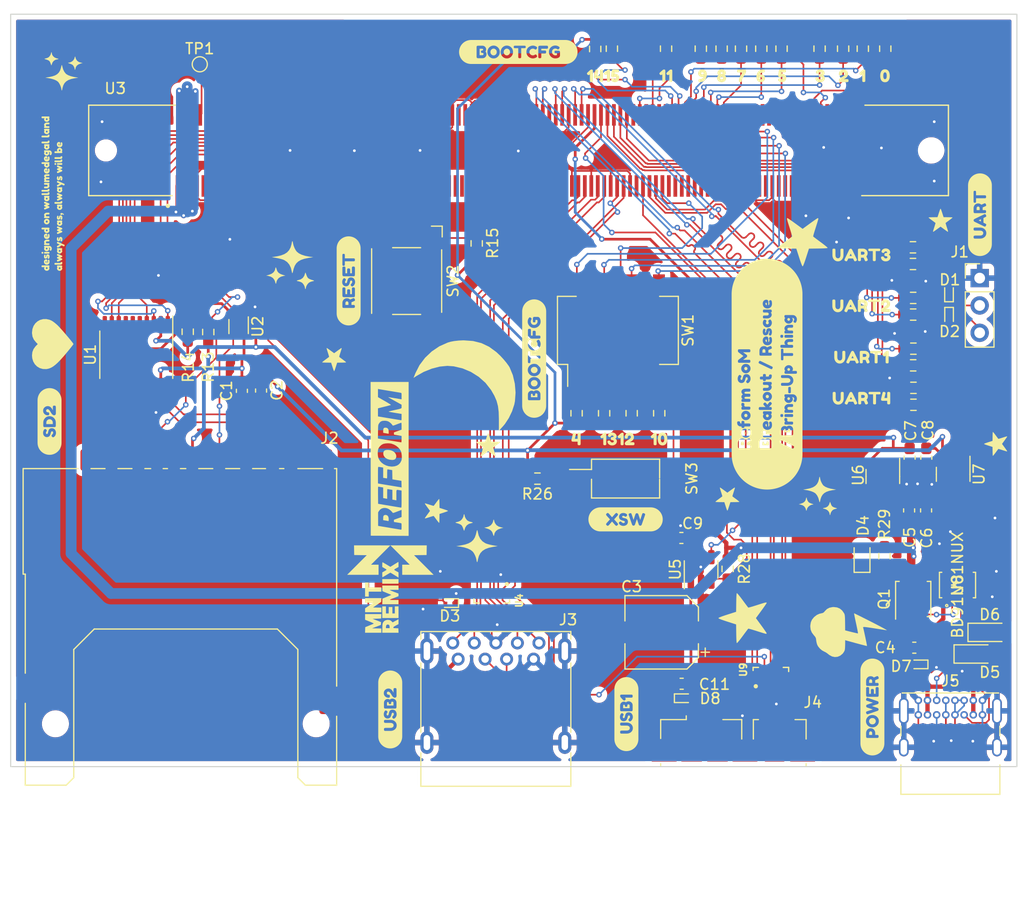
<source format=kicad_pcb>
(kicad_pcb (version 20211014) (generator pcbnew)
  (layers (0 "F.Cu" signal) (31 "B.Cu" signal) (34 "B.Paste" user) (35 "F.Paste" user) (36 "B.SilkS" user "B.Silkscreen") (37 "F.SilkS" user "F.Silkscreen") (38 "B.Mask" user) (39 "F.Mask" user) (44 "Edge.Cuts" user))
  (net 0 "")
  (net 1 "+5V")
  (net 2 "GND")
  (net 3 "+3V3")
  (net 4 "Net-(C4-Pad1)")
  (net 5 "USB1_VBUS")
  (net 6 "+1V8")
  (net 7 "Net-(D4-Pad2)")
  (net 8 "ACTIVE_UART_RX")
  (net 9 "ACTIVE_UART_TX")
  (net 10 "Net-(D5-Pad1)")
  (net 11 "Net-(D6-Pad1)")
  (net 12 "USB1_DN")
  (net 13 "USB1_DP")
  (net 14 "USB1_OTG_ID")
  (net 15 "USB1_TX_N")
  (net 16 "USB1_TX_P")
  (net 17 "USB1_RX_N")
  (net 18 "USB1_RX_P")
  (net 19 "SD2_CD")
  (net 20 "USB2_DN")
  (net 21 "USB2_DP")
  (net 22 "USB2_RX_N")
  (net 23 "USB2_RX_P")
  (net 24 "USB2_TX_N")
  (net 25 "USB2_TX_P")
  (net 26 "/BOOTCFG_0")
  (net 27 "/BOOTCFG_8")
  (net 28 "/BOOTCFG_15")
  (net 29 "/BOOTCFG_2")
  (net 30 "/BOOTCFG_6")
  (net 31 "/BOOTCFG_9")
  (net 32 "/BOOTCFG_11")
  (net 33 "/BOOTCFG_14")
  (net 34 "/BOOTCFG_1")
  (net 35 "/BOOTCFG_3")
  (net 36 "/BOOTCFG_5")
  (net 37 "/BOOTCFG_7")
  (net 38 "Net-(J2-Pad1)")
  (net 39 "Net-(J2-Pad2)")
  (net 40 "Net-(J2-Pad5)")
  (net 41 "Net-(J2-Pad7)")
  (net 42 "Net-(J2-Pad8)")
  (net 43 "USB1_OC")
  (net 44 "Net-(J2-Pad9)")
  (net 45 "IMX_RESETn")
  (net 46 "IMX_UART1_TX")
  (net 47 "IMX_UART1_RX")
  (net 48 "IMX_UART2_TX")
  (net 49 "IMX_UART2_RX")
  (net 50 "IMX_UART3_TX")
  (net 51 "IMX_UART3_RX")
  (net 52 "BOOTCFG_10")
  (net 53 "BOOTCFG_12")
  (net 54 "BOOTCFG_13")
  (net 55 "BOOTCFG_4")
  (net 56 "IMX_FBOOT")
  (net 57 "Net-(TP1-Pad1)")
  (net 59 "Net-(Q1-Pad4)")
  (net 60 "Net-(R14-Pad1)")
  (net 61 "SD2_DATA0")
  (net 62 "SD2_DATA1")
  (net 64 "SD2_DATA2")
  (net 65 "Net-(R22-Pad2)")
  (net 66 "SD2_DATA3")
  (net 67 "SD2_CMD")
  (net 68 "SD2_CLK")
  (net 69 "Net-(R23-Pad2)")
  (net 70 "USB1_OTG_PWR_EN")
  (net 71 "Net-(R24-Pad2)")
  (net 72 "Net-(R25-Pad2)")
  (net 73 "Net-(R26-Pad1)")
  (net 84 "IMX_UART4_TX")
  (net 85 "IMX_UART4_RX")
  (footprint "Resistor_SMD:R_0603_1608Metric_Pad0.98x0.95mm_HandSolder" (layer "F.Cu") (at 176.63065 64.23565 90)
    (fp_text reference "R7" hide)
    (fp_text value "1.5k")
  )
  (footprint "Resistor_SMD:R_0603_1608Metric_Pad0.98x0.95mm_HandSolder" (layer "F.Cu") (at 121.51265 90.52465 -90)
    (fp_text reference "R14")
    (fp_text value "1.5k")
  )
  (footprint "Diode_SMD:D_SOD-923" (layer "F.Cu") (at 192.17505 86.93905 90)
    (fp_text reference "D1")
    (fp_text value "ESD9B3.3")
  )
  (footprint "pretty-kicad-footprints:star_small" (layer "F.Cu") (at 196.4944 100.9396 90)
    (fp_text reference "G" hide)
    (fp_text value "LOGO" hide)
  )
  (footprint "kibuzzard-62A7FFC0" (layer "F.Cu") (at 184.0484 92.8878)
    (fp_text reference "kibuzzard-62A7FFC0" hide)
    (fp_text value "G***" hide)
  )
  (footprint "kibuzzard-62A82825" (layer "F.Cu") (at 175.2854 94.4626 90)
    (fp_text reference "kibuzzard-62A82825" hide)
    (fp_text value "G***" hide)
  )
  (footprint "kibuzzard-62A7FE5E" (layer "F.Cu") (at 185.0644 125.3744 90)
    (fp_text reference "kibuzzard-62A7FE5E" hide)
    (fp_text value "G***" hide)
  )
  (footprint "Resistor_SMD:R_0603_1608Metric_Pad0.98x0.95mm_HandSolder" (layer "F.Cu") (at 165.91185 64.23565 90)
    (fp_text reference "R1" hide)
    (fp_text value "1.5k")
  )
  (footprint "Resistor_SMD:R_0603_1608Metric_Pad0.98x0.95mm_HandSolder" (layer "F.Cu") (at 188.86685 92.09525)
    (fp_text reference "R18" hide)
    (fp_text value "0")
  )
  (footprint "kibuzzard-62A7FD84" (layer "F.Cu") (at 153.67 93.0148 90)
    (fp_text reference "kibuzzard-62A7FD84" hide)
    (fp_text value "G***" hide)
  )
  (footprint "pretty-kicad-footprints:bolt" (layer "F.Cu") (at 184.15 118.1862 90)
    (fp_text reference "G***" hide)
    (fp_text value "LOGO" hide)
  )
  (footprint "kibuzzard-62A7FDA4" (layer "F.Cu") (at 184.1246 66.7512)
    (fp_text reference "kibuzzard-62A7FDA4" hide)
    (fp_text value "G***" hide)
  )
  (footprint "footprints:TE_2040910-1" (layer "F.Cu") (at 152.22125 73.68445)
    (fp_text reference "U3")
    (fp_text value "Nitrogen8M_SOM")
  )
  (footprint "Resistor_SMD:R_0603_1608Metric_Pad0.98x0.95mm_HandSolder" (layer "F.Cu") (at 174.75105 64.23565 90)
    (fp_text reference "R5" hide)
    (fp_text value "1.5k")
  )
  (footprint "kibuzzard-62A7FE86" (layer "F.Cu") (at 108.6866 98.8568 90)
    (fp_text reference "kibuzzard-62A7FE86" hide)
    (fp_text value "G***" hide)
  )
  (footprint "Resistor_SMD:R_0603_1608Metric_Pad0.98x0.95mm_HandSolder" (layer "F.Cu") (at 188.87345 97.30645)
    (fp_text reference "R30" hide)
    (fp_text value "0")
  )
  (footprint "kibuzzard-62A7FDD2" (layer "F.Cu") (at 174.7012 66.7512)
    (fp_text reference "kibuzzard-62A7FDD2" hide)
    (fp_text value "G***" hide)
  )
  (footprint "Capacitor_SMD:CP_Elec_6.3x5.8" (layer "F.Cu") (at 165.50545 118.43925 180)
    (fp_text reference "C3")
    (fp_text value "100uF")
  )
  (footprint "pretty-kicad-footprints:star" (layer "F.Cu") (at 172.9994 117.1194 90)
    (fp_text reference "G***" hide)
    (fp_text value "LOGO" hide)
  )
  (footprint "Package_TO_SOT_SMD:SOT-23" (layer "F.Cu") (at 192.56045 103.76435 -90)
    (fp_text reference "U7")
    (fp_text value "AP2138N-3.3")
  )
  (footprint "Capacitor_SMD:C_0603_1608Metric_Pad1.08x0.95mm_HandSolder" (layer "F.Cu") (at 167.35965 123.21445 180)
    (fp_text reference "C11")
    (fp_text value "0.1uF")
  )
  (footprint "kibuzzard-62A7FDCC" (layer "F.Cu") (at 176.6824 66.7512)
    (fp_text reference "kibuzzard-62A7FDCC" hide)
    (fp_text value "G***" hide)
  )
  (footprint "kibuzzard-62A7FE70" (layer "F.Cu") (at 162.2298 126.0348 90)
    (fp_text reference "kibuzzard-62A7FE70" hide)
    (fp_text value "G***" hide)
  )
  (footprint "Resistor_SMD:R_0603_1608Metric_Pad0.98x0.95mm_HandSolder" (layer "F.Cu") (at 188.87345 95.73165)
    (fp_text reference "R27" hide)
    (fp_text value "0")
  )
  (footprint "Resistor_SMD:R_0603_1608Metric_Pad0.98x0.95mm_HandSolder" (layer "F.Cu") (at 186.25725 64.23565 90)
    (fp_text reference "R11" hide)
    (fp_text value "1.5k")
  )
  (footprint "Resistor_SMD:R_0603_1608Metric_Pad0.98x0.95mm_HandSolder" (layer "F.Cu") (at 180.16125 64.23565 90)
    (fp_text reference "R9" hide)
    (fp_text value "1.5k")
  )
  (footprint "Resistor_SMD:R_0603_1608Metric_Pad0.98x0.95mm_HandSolder" (layer "F.Cu") (at 160.88265 64.23565 90)
    (fp_text reference "R2" hide)
    (fp_text value "1.5k")
  )
  (footprint "Diode_SMD:D_SOD-323_HandSoldering" (layer "F.Cu") (at 195.83705 118.44445)
    (fp_text reference "D6")
    (fp_text value "CZRF52C5V6")
  )
  (footprint "pretty-kicad-footprints:moon" (layer "F.Cu") (at 147.2184 95.5548 90)
    (fp_text reference "G***" hide)
    (fp_text value "LOGO" hide)
  )
  (footprint "Package_TO_SOT_SMD:SOT-563" (layer "F.Cu") (at 126.23705 90.04205 -90)
    (fp_text reference "U2")
    (fp_text value "SN74LVC1T45DRL")
  )
  (footprint "kibuzzard-62A7FFAE" (layer "F.Cu") (at 195.0466 79.6544 90)
    (fp_text reference "kibuzzard-62A7FFAE" hide)
    (fp_text value "G***" hide)
  )
  (footprint "pretty-kicad-footprints:star_small" (layer "F.Cu") (at 144.6022 107.1626 -90)
    (fp_text reference "G" hide)
    (fp_text value "LOGO" hide)
  )
  (footprint "kibuzzard-62A7FFCB" (layer "F.Cu") (at 184.0484 88.1126)
    (fp_text reference "kibuzzard-62A7FFCB" hide)
    (fp_text value "G***" hide)
  )
  (footprint "Capacitor_SMD:C_0603_1608Metric_Pad1.08x0.95mm_HandSolder" (layer "F.Cu") (at 190.04585 107.11715 -90)
    (fp_text reference "C6")
    (fp_text value "1uF")
  )
  (footprint "Resistor_SMD:R_0603_1608Metric_Pad0.98x0.95mm_HandSolder" (layer "F.Cu") (at 123.41765 90.55005 -90)
    (fp_text reference "R13")
    (fp_text value "1.5k")
  )
  (footprint "Connector_USB:USB3_Micro-B_Connfly_DS1104-01" (layer "F.Cu") (at 172.16025 128.29445)
    (fp_text reference "J4")
    (fp_text value "USB1 (OTG)")
  )
  (footprint "Capacitor_SMD:C_0603_1608Metric_Pad1.08x0.95mm_HandSolder" (layer "F.Cu") (at 188.95365 119.86685 180)
    (fp_text reference "C4")
    (fp_text value "4.7uF")
  )
  (footprint "Capacitor_SMD:C_0603_1608Metric_Pad1.08x0.95mm_HandSolder" (layer "F.Cu") (at 167.33425 109.67625 180)
    (fp_text reference "C9")
    (fp_text value "1uF")
  )
  (footprint "Package_TO_SOT_SMD:SOT-23" (layer "F.Cu") (at 186.03265 103.96755 -90)
    (fp_text reference "U6")
    (fp_text value "AP2138N-1.8")
  )
  (footprint "pretty-kicad-footprints:sparkles" (layer "F.Cu") (at 131.064 84.328 -90)
    (fp_text reference "G***" hide)
    (fp_text value "LOGO" hide)
  )
  (footprint "Resistor_SMD:R_0603_1608Metric_Pad0.98x0.95mm_HandSolder" (layer "F.Cu") (at 188.84805 93.64465)
    (fp_text reference "R19" hide)
    (fp_text value "0")
  )
  (footprint "Resistor_SMD:R_0603_1608Metric_Pad0.98x0.95mm_HandSolder" (layer "F.Cu") (at 148.33505 82.32045 90)
    (fp_text reference "R15")
    (fp_text value "10k")
  )
  (footprint "Package_SO:TSSOP-20_4.4x6.5mm_P0.65mm" (layer "F.Cu") (at 116.73745 92.65825 -90)
    (fp_text reference "U1")
    (fp_text value "TXS0108EPW" hide)
  )
  (footprint "pretty-kicad-footprints:star_small" (layer "F.Cu") (at 135.1026 93.1164 180)
    (fp_text reference "G" hide)
    (fp_text value "LOGO" hide)
  )
  (footprint "Capacitor_SMD:C_0603_1608Metric_Pad1.08x0.95mm_HandSolder" (layer "F.Cu") (at 128.31985 95.98565 90)
    (fp_text reference "C2")
    (fp_text value "10uF")
  )
  (footprint "pretty-kicad-footprints:cloud" (layer "F.Cu") (at 180.211362 118.402632 90)
    (fp_text reference "G***" hide)
    (fp_text value "LOGO" hide)
  )
  (footprint "Resistor_SMD:R_0603_1608Metric_Pad0.98x0.95mm_HandSolder" (layer "F.Cu") (at 157.60605 98.09385 90)
    (fp_text reference "R22" hide)
    (fp_text value "1.5k")
  )
  (footprint "pretty-kicad-footprints:star" (layer "F.Cu") (at 178.5874 82.2198 180)
    (fp_text reference "G***" hide)
    (fp_text value "LOGO" hide)
  )
  (footprint "Connector_Card:SD_Kyocera_145638109511859+" (layer "F.Cu") (at 121.33485 114.93405)
    (fp_text reference "J2")
    (fp_text value "SD2")
  )
  (footprint "Resistor_SMD:R_0603_1608Metric_Pad0.98x0.95mm_HandSolder" (layer "F.Cu") (at 182.34565 64.23565 90)
    (fp_text reference "R4" hide)
    (fp_text value "1.5k")
  )
  (footprint "Package_SO:Vishay_PowerPAK_1212-8_Single" (layer "F.Cu") (at 188.85205 115.34565 90)
    (fp_text reference "Q1")
    (fp_text value "SI7617DN")
  )
  (footprint "Button_Switch_SMD:SW_DIP_SPSTx01_Slide_Omron_A6S-110x_W8.9mm_P2.54mm" (layer "F.Cu") (at 162.15265 104.16445)
    (fp_text reference "SW3")
    (fp_text value "XSW")
  )
  (footprint "Resistor_SMD:R_0603_1608Metric_Pad0.98x0.95mm_HandSolder" (layer "F.Cu") (at 188.82885 82.68225)
    (fp_text reference "R21" hide)
    (fp_text value "0")
  )
  (footprint "kibuzzard-62A7FEC5" (layer "F.Cu") (at 136.4488 85.8012 90)
    (fp_text reference "kibuzzard-62A7FEC5" hide)
    (fp_text value "G***" hide)
  )
  (footprint "Capacitor_SMD:C_0603_1608Metric_Pad1.08x0.95mm_HandSolder" (layer "F.Cu") (at 126.54185 96.01105 90)
    (fp_text reference "C1")
    (fp_text value "0.1uF")
  )
  (footprint "kibuzzard-62A7FF03" (layer "F.Cu") (at 157.5562 100.4824)
    (fp_text reference "kibuzzard-62A7FF03" hide)
    (fp_text value "G***" hide)
  )
  (footprint "Diode_SMD:D_SOD-923" (layer "F.Cu") (at 167.48665 124.56065)
    (fp_text reference "D8")
    (fp_text value "ESD9B5.0ST5G" hide)
  )
  (footprint "kibuzzard-62A7FDB1" (layer "F.Cu") (at 186.2328 66.7512)
    (fp_text reference "kibuzzard-62A7FDB1" hide)
    (fp_text value "G***" hide)
  )
  (footprint "Diode_SMD:D_SOD-923" (layer "F.Cu") (at 189.41915 121.41625 180)
    (fp_text reference "D7")
    (fp_text value "ESD9B5.0ST5G")
  )
  (footprint "Diode_SMD:D_SOD-923" (layer "F.Cu") (at 192.18165 89.06435 -90)
    (fp_text reference "D2")
    (fp_text value "ESD9B3.3")
  )
  (footprint "Button_Switch_SMD:SW_SPST_Omron_B3FS-100xP" (layer "F.Cu") (at 141.83265 85.81735 -90)
    (fp_text reference "SW2")
    (fp_text value "RESET" hide)
  )
  (footprint "kibuzzard-62A7FF4E" (layer "F.Cu") (at 165.2524 100.4824)
    (fp_text reference "kibuzzard-62A7FF4E" hide)
    (fp_text value "G***" hide)
  )
  (footprint "kibuzzard-62A7FDC1" (layer "F.Cu") (at 180.213 66.7512)
    (fp_text reference "kibuzzard-62A7FDC1" hide)
    (fp_text value "G***" hide)
  )
  (footprint "Diode_SMD:D_0603_1608Metric" (layer "F.Cu") (at 184.10225 111.38325 90)
    (fp_text reference "D4")
    (fp_text value "PWR")
  )
  (footprint "kibuzzard-62A7FDE9" (layer "F.Cu") (at 169.291 66.7512)
    (fp_text reference "kibuzzard-62A7FDE9" hide)
    (fp_text value "G***" hide)
  )
  (footprint "kibuzzard-62A7FF56" (layer "F.Cu") (at 161.3916 100.4824)
    (fp_text reference "kibuzzard-62A7FF56" hide)
    (fp_text value "G***" hide)
  )
  (footprint "Resistor_SMD:R_0603_1608Metric_Pad0.98x0.95mm_HandSolder" (layer "F.Cu") (at 171.6278 112.54645 90)
    (fp_text reference "R28")
    (fp_text value "10k")
  )
  (footprint "kibuzzard-62A7FDB8" (layer "F.Cu") (at 182.3974 66.7512)
    (fp_text reference "kibuzzard-62A7FDB8" hide)
    (fp_text value "G***" hide)
  )
  (footprint "Resistor_SMD:R_0603_1608Metric_Pad0.98x0.95mm_HandSolder" (layer "F.Cu") (at 188.84805 87.38125)
    (fp_text reference "R16" hide)
    (fp_text value "0")
  )
  (footprint "Resistor_SMD:R_0603_1608Metric_Pad0.98x0.95mm_HandSolder" (layer "F.Cu") (at 165.27685 98.09385 90)
    (fp_text reference "R23" hide)
    (fp_text value "1.5k")
  )
  (footprint "kibuzzard-62A7FF2B" (layer "F.Cu") (at 159.3088 66.7512)
    (fp_text reference "kibuzzard-62A7FF2B" hide)
    (fp_text value "G***" hide)
  )
  (footprint "Resistor_SMD:R_0603_1608Metric_Pad0.98x0.95mm_HandSolder" (layer "F.Cu") (at 184.17445 64.23565 90)
    (fp_text reference "R8" hide)
    (fp_text value "1.5k")
  )
  (footprint "Resistor_SMD:R_0603_1608Metric_Pad0.98x0.95mm_HandSolder" (layer "F.Cu") (at 169.13765 64.23565 90)
    (fp_text reference "R6" hide)
    (fp_text value "1.5k")
  )
  (footprint "Button_Switch_SMD:SW_DIP_SPSTx04_Slide_Omron_A6S-410x_W8.9mm_P2.54mm" (layer "F.Cu") (at 161.44145 90.39765 90)
    (fp_text reference "SW1")
    (fp_text value "BOOTCFG" hide)
  )
  (footprint "Resistor_SMD:R_0603_1608Metric_Pad0.98x0.95mm_HandSolder" (layer "F.Cu") (at 162.719916 98.09385 90)
    (fp_text reference "R24" hide)
    (fp_text value "1.5k")
  )
  (footprint "Capacitor_SMD:C_0603_1608Metric_Pad1.08x0.95mm_HandSolder" (layer "F.Cu") (at 188.5188 102.21495 90)
    (fp_text reference "C7")
    (fp_text value "1uF")
  )
  (footprint "footprints:TVS_ESD7016MUTAG" (layer "F.Cu") (at 175.64005 122.19845 90)
    (fp_text reference "U9")
    (fp_text value "ESD7016")
  )
  (footprint "pretty-kicad-footprints:heart" (layer "F.Cu") (at 108.9914 91.6686 90)
    (fp_text reference "G***" hide)
    (fp_text value "LOGO" hide)
  )
  (footprint "Resistor_SMD:R_0603_1608Metric_Pad0.98x0.95mm_HandSolder" (layer "F.Cu") (at 159.33325 64.26105 90)
    (fp_text reference "R3" hide)
    (fp_text value "1.5k")
  )
  (footprint "Resistor_SMD:R_0603_1608Metric_Pad0.98x0.95mm_HandSolder" (layer "F.Cu") (at 186.18505 111.35975 -90)
    (fp_text reference "R29")
    (fp_text value "330")
  )
  (footprint "kibuzzard-62A82953" (layer "F.Cu") (at 109.0168 77.6986 90)
    (fp_text reference "kibuzzard-62A82953" hide)
    (fp_text value "G***" hide)
  )
  (footprint "Resistor_SMD:R_0603_1608Metric_Pad0.98x0.95mm_HandSolder" (layer "F.Cu") (at 153.97385 104.16445 180)
    (fp_text reference "R26")
    (fp_text value "10k")
  )
  (footprint "Resistor_SMD:R_0603_1608Metric_Pad0.98x0.95mm_HandSolder" (layer "F.Cu") (at 172.87145 64.23565 90)
    (fp_text reference "R12" hide)
    (fp_text value "1.5k")
  )
  (footprint "Resistor_SMD:R_0603_1608Metric_Pad0.98x0.95mm_HandSolder" (layer "F.Cu") (at 171.06805 64.23565 90)
    (fp_text reference "R10" hide)
    (fp_text value "1.5k")
  )
  (footprint "Capacitor_SMD:C_0603_1608Metric_Pad1.08x0.95mm_HandSolder" (layer "F.Cu") (at 188.47105 107.11715 -90)
    (fp_text reference "C5")
    (fp_text value "1uF")
  )
  (footprint "kibuzzard-62A7FDDB" (layer "F.Cu") (at 172.9232 66.7512)
    (fp_text reference "kibuzzard-62A7FDDB" hide)
    (fp_text value "G***" hide)
  )
  (footprint "kibuzzard-62A7FF26" (layer "F.Cu") (at 160.8582 66.7512)
    (fp_text reference "kibuzzard-62A7FF26" hide)
    (fp_text value "G***" hide)
  )
  (footprint "pretty-kicad-footprints:star_small" (layer "F.Cu") (at 149.4028 101.0158)
    (fp_text reference "G" hide)
    (fp_text value "LOGO" hide)
  )
  (footprint "Resistor_SMD:R_0603_1608Metric_Pad0.98x0.95mm_HandSolder" (layer "F.Cu") (at 188.84805 88.93065)
    (fp_text reference "R17" hide)
    (fp_text value "0")
  )
  (footprint "Connector_USB:USB_C_Receptacle_GCT_USB4085" (layer "F.Cu") (at 189.3284 124.753)
    (fp_text reference "J5")
    (fp_text value "POWER")
  )
  (footprint "Connector_PinHeader_2.54mm:PinHeader_1x03_P2.54mm_Vertical" (layer "F.Cu") (at 195.02025 85.54205)
    (fp_text reference "J1")
    (fp_text value "UART")
  )
  (footprint "Package_TO_SOT_SMD:SOT-23-5" (layer "F.Cu") (at 169.16305 112.59725 90)
    (fp_text reference "U5")
    (fp_text value "AP22815AWT-7 ")
  )
  (footprint "pretty-kicad-footprints:sparkles" (layer "F.Cu") (at 148.5392 109.7026 90)
    (fp_text reference "G***" hide)
    (fp_text value "LOGO" hide)
  )
  (footprint "kibuzzard-62A7FDEF" (layer "F.Cu") (at 165.8874 66.7512)
    (fp_text reference "kibuzzard-62A7FDEF" hide)
    (fp_text value "G***" hide)
  )
  (footprint "pretty-kicad-footprints:star_small" (layer "F.Cu") (at 191.389 80.1624)
    (fp_text reference "G" hide)
    (fp_text value "LOGO" hide)
  )
  (footprint "kibuzzard-62A7FE79" (layer "F.Cu") (at 140.3096 125.603 90)
    (fp_text reference "kibuzzard-62A7FE79" hide)
    (fp_text value "G***" hide)
  )
  (footprint "footprints:TVS_ESD7016MUTAG" (layer "F.Cu") (at 149.73205 115.21345 -90)
    (fp_text reference "U4")
    (fp_text value "ESD7016")
  )
  (footprint "Diode_SMD:D_SOD-923" (layer "F.Cu") (at 145.84585 115.72145 180)
    (fp_text reference "D3")
    (fp_text value "ESD9B5.0ST5G" hide)
  )
  (footprint "Capacitor_SMD:C_0603_1608Metric_Pad1.08x0.95mm_HandSolder" (layer "F.Cu") (at 190.0682 102.21495 90)
    (fp_text reference "C8")
    (fp_text value "1uF")
  )
  (footprint "Resistor_SMD:R_0603_1608Metric_Pad0.98x0.95mm_HandSolder" (layer "F.Cu") (at 188.82885 84.23165)
    (fp_text reference "R20" hide)
    (fp_text value "0")
  )
  (footprint "Connector_USB:USB3_A_Molex_48393-001" (layer "F.Cu") (at 146.61305 120.92665)
    (fp_text reference "J3")
    (fp_text value "USB2")
  )
  (footprint "pretty-kicad-footprints:sparkles_small" (layer "F.Cu") (at 180.0352 105.7656 -90)
    (fp_text reference "G***" hide)
    (fp_text value "LOGO" hide)
  )
  (footprint "pretty-kicad-footprints:sparkles_small" (layer "F.Cu") (at 109.9566 66.3448 90)
    (fp_text reference "G***" hide)
    (fp_text value "LOGO" hide)
  )
  (footprint "pretty-kicad-footprints:star_small" (layer "F.Cu") (at 171.6024 106.0704 180)
    (fp_text reference "G" hide)
    (fp_text value "LOGO" hide)
  )
  (footprint "kibuzzard-62A7FFD7" (layer "F.Cu") (at 184.0484 96.6978)
    (fp_text reference "kibuzzard-62A7FFD7" hide)
    (fp_text value "G***" hide)
  )
  (footprint "kibuzzard-62A7FD84" (layer "F.Cu") (at 152.1968 64.5414)
    (fp_text reference "kibuzzard-62A7FD84" hide)
    (fp_text value "G***" hide)
  )
  (footprint "footprints:BD91N01NUX-E2" (layer "F.Cu") (at 192.9638 114.046 90)
    (fp_text reference "U8")
    (fp_text value "BD91N01NUX")
  )
  (footprint "Diode_SMD:D_SOD-323_HandSoldering" (layer "F.Cu") (at 194.54165 120.45105)
    (fp_text reference "D5")
    (fp_text value "CZRF52C5V6")
  )
  (footprint "TestPoint:TestPoint_Pad_D1.0mm" (layer "F.Cu") (at 122.63025 65.68345)
    (fp_text reference "TP1")
    (fp_text value "T_PMIC_ON_REQ")
  )
  (footprint "kibuzzard-62A7FF9A" (layer "F.Cu") (at 162.1536 107.95)
    (fp_text reference "kibuzzard-62A7FF9A" hide)
    (fp_text value "G***" hide)
  )
  (footprint "Resistor_SMD:R_0603_1608Metric_Pad0.98x0.95mm_HandSolder" (layer "F.Cu") (at 160.162983 98.09385 90)
    (fp_text reference "R25" hide)
    (fp_text value "1.5k")
  )
  (footprint "LOGO" (layer "F.Cu") (at 140.3096 106.8324 90)
    (fp_text reference "G***" hide)
    (fp_text value "LOGO" hide)
  )
  (footprint "kibuzzard-62A7FDE3" (layer "F.Cu") (at 171.069 66.7512)
    (fp_text reference "kibuzzard-62A7FDE3" hide)
    (fp_text value "G***" hide)
  )
  (footprint "kibuzzard-62A7FFD3" (layer "F.Cu") (at 184.0484 83.3882)
    (fp_text reference "kibuzzard-62A7FFD3" hide)
    (fp_text value "G***" hide)
  )
  (gr_rect (start 198.47465 130.9116) (end 105.07885 61.03525) (layer "Edge.Cuts") (width 0.1) (fill none))
  (segment (start 121.17125 79.69005) (end 121.17125 76.98445) (width 0.4) (layer "F.Cu") (net 1))
  (segment (start 171.49985 110.13345) (end 170.56005 109.19365) (width 0.4) (layer "F.Cu") (net 1))
  (segment (start 142.30353 121.360492) (end 142.30353 118.95897) (width 0.4) (layer "F.Cu") (net 1))
  (segment (start 120.57125 79.24865) (end 120.57125 76.98445) (width 0.4) (layer "F.Cu") (net 1))
  (segment (start 122.07125 70.38445) (end 122.07125 68.35065) (width 0.4) (layer "F.Cu") (net 1))
  (segment (start 120.87125 68.29325) (end 120.72525 68.14725) (width 0.4) (layer "F.Cu") (net 1))
  (segment (start 171.49985 111.63395) (end 171.49985 110.59065) (width 0.4) (layer "F.Cu") (net 1))
  (segment (start 146.61305 120.92665) (end 145.35353 122.18617) (width 0.4) (layer "F.Cu") (net 1))
  (segment (start 144.606539 116.655961) (end 146.415361 116.655961) (width 0.4) (layer "F.Cu") (net 1))
  (segment (start 188.36945 112.27225) (end 188.47105 112.17065) (width 0.4) (layer "F.Cu") (net 1))
  (segment (start 146.26585 115.72145) (end 146.45545 115.53185) (width 0.4) (layer "F.Cu") (net 1))
  (segment (start 191.26505 107.97965) (end 190.04585 107.97965) (width 0.4) (layer "F.Cu") (net 1))
  (segment (start 186.03265 104.90505) (end 186.03265 106.53185) (width 0.4) (layer "F.Cu") (net 1))
  (segment (start 188.47105 112.17065) (end 188.47105 114.40715) (width 0.4) (layer "F.Cu") (net 1))
  (segment (start 142.30353 118.95897) (end 144.606539 116.655961) (width 0.4) (layer "F.Cu") (net 1))
  (segment (start 188.8998 111.379) (end 188.85205 111.42675) (width 0.4) (layer "F.Cu") (net 1))
  (segment (start 120.87125 70.38445) (end 120.87125 68.29325) (width 0.4) (layer "F.Cu") (net 1))
  (segment (start 186.18505 112.27225) (end 188.36945 112.27225) (width 0.4) (layer "F.Cu") (net 1))
  (segment (start 168.21305 111.45975) (end 168.21305 109.69255) (width 0.4) (layer "F.Cu") (net 1))
  (segment (start 190.04585 107.97965) (end 188.85205 109.17345) (width 0.4) (layer "F.Cu") (net 1))
  (segment (start 146.45545 115.53185) (end 146.45545 114.85785) (width 0.4) (layer "F.Cu") (net 1))
  (segment (start 188.47105 107.97965) (end 188.47105 112.17065) (width 0.4) (layer "F.Cu") (net 1))
  (segment (start 121.77125 79.15005) (end 121.77125 76.98445) (width 0.4) (layer "F.Cu") (net 1))
  (segment (start 122.07125 68.35065) (end 122.22385 68.19805) (width 0.4) (layer "F.Cu") (net 1))
  (segment (start 146.415361 116.655961) (end 146.415361 115.72145) (width 0.4) (layer "F.Cu") (net 1))
  (segment (start 188.85205 111.42675) (end 188.85205 114.78815) (width 0.4) (layer "F.Cu") (net 1))
  (segment (start 121.13165 79.72965) (end 121.17125 79.69005) (width 0.4) (layer "F.Cu") (net 1))
  (segment (start 143.129208 122.18617) (end 142.30353 121.360492) (width 0.4) (layer "F.Cu") (net 1))
  (segment (start 121.94445 79.32325) (end 121.77125 79.15005) (width 0.4) (layer "F.Cu") (net 1))
  (segment (start 186.03265 106.53185) (end 187.48045 107.97965) (width 0.4) (layer "F.Cu") (net 1))
  (segment (start 146.45545 114.85785) (end 146.43005 114.83245) (width 0.4) (layer "F.Cu") (net 1))
  (segment (start 168.67935 109.19365) (end 168.19675 109.67625) (width 0.4) (layer "F.Cu") (net 1))
  (segment (start 192.56045 106.68425) (end 191.26505 107.97965) (width 0.4) (layer "F.Cu") (net 1))
  (segment (start 120.42045 79.39945) (end 120.57125 79.24865) (width 0.4) (layer "F.Cu") (net 1))
  (segment (start 171.49985 110.59065) (end 172.87145 110.59065) (width 0.4) (layer "F.Cu") (net 1))
  (segment (start 170.56005 109.19365) (end 168.67935 109.19365) (width 0.4) (layer "F.Cu") (net 1))
  (segment (start 192.56045 104.70185) (end 192.56045 106.68425) (width 0.4) (layer "F.Cu") (net 1))
  (segment (start 121.47125 70.38445) (end 121.47125 67.77565) (width 0.4) (layer "F.Cu") (net 1))
  (segment (start 187.48045 107.97965) (end 188.47105 107.97965) (width 0.4) (layer "F.Cu") (net 1))
  (segment (start 121.47125 67.77565) (end 121.46185 67.76625) (width 0.4) (layer "F.Cu") (net 1))
  (segment (start 145.35353 122.18617) (end 143.129208 122.18617) (width 0.4) (layer "F.Cu") (net 1))
  (segment (start 171.49985 110.59065) (end 171.49985 110.13345) (width 0.4) (layer "F.Cu") (net 1))
  (segment (start 188.85205 109.17345) (end 188.85205 110.58665) (width 0.4) (layer "F.Cu") (net 1))
  (via (at 120.42045 79.39945) (size 0.508) (drill 0.254) (layers "F.Cu" "B.Cu") (net 1))
  (via (at 121.13165 79.72965) (size 0.508) (drill 0.254) (layers "F.Cu" "B.Cu") (net 1))
  (via (at 122.22385 68.19805) (size 0.508) (drill 0.254) (layers "F.Cu" "B.Cu") (net 1))
  (via (at 146.43005 114.83245) (size 0.508) (drill 0.254) (layers "F.Cu" "B.Cu") (net 1))
  (via (at 172.87145 110.59065) (size 0.508) (drill 0.254) (layers "F.Cu" "B.Cu") (net 1))
  (via (at 120.72525 68.14725) (size 0.508) (drill 0.254) (layers "F.Cu" "B.Cu") (net 1))
  (via (at 121.94445 79.32325) (size 0.508) (drill 0.254) (layers "F.Cu" "B.Cu") (net 1))
  (via (at 121.46185 67.76625) (size 0.508) (drill 0.254) (layers "F.Cu" "B.Cu") (net 1))
  (via (at 188.85205 110.58665) (size 0.508) (drill 0.254) (layers "F.Cu" "B.Cu") (net 1))
  (via (at 188.8998 111.379) (size 0.508) (drill 0.254) (layers "F.Cu" "B.Cu") (net 1))
  (segment (start 122.22385 79.04385) (end 121.94445 79.32325) (width 0.4) (layer "B.Cu") (net 1))
  (segment (start 188.54325 110.59065) (end 188.84805 110.59065) (width 0.4) (layer "B.Cu") (net 1))
  (segment (start 188.84805 110.59065) (end 188.85205 110.58665) (width 0.4) (layer "B.Cu") (net 1))
  (segment (start 172.87145 110.59065) (end 168.62965 114.83245) (width 1) (layer "B.Cu") (net 1))
  (segment (start 122.22385 68.19805) (end 122.22385 79.04385) (width 0.6) (layer "B.Cu") (net 1))
  (segment (start 110.69225 82.75415) (end 114.12315 79.32325) (width 1) (layer "B.Cu") (net 1))
  (segment (start 120.72525 79.09465) (end 120.42045 79.39945) (width 0.4) (layer "B.Cu") (net 1))
  (segment (start 121.13165 79.72965) (end 121.46185 79.39945) (width 0.4) (layer "B.Cu") (net 1))
  (segment (start 188.8998 111.379) (end 188.8998 110.9472) (width 0.4) (layer "B.Cu") (net 1))
  (segment (start 168.62965 114.83245) (end 146.43005 114.83245) (width 1) (layer "B.Cu") (net 1))
  (segment (start 188.85205 111.33125) (end 188.85205 110.58665) (width 0.4) (layer "B.Cu") (net 1))
  (segment (start 188.8998 110.9472) (end 188.54325 110.59065) (width 0.4) (layer "B.Cu") (net 1))
  (segment (start 110.69225 111.12405) (end 110.69225 82.75415) (width 1) (layer "B.Cu") (net 1))
  (segment (start 121.46185 79.39945) (end 121.46185 67.76625) (width 1) (layer "B.Cu") (net 1))
  (segment (start 120.72525 68.14725) (end 120.72525 79.09465) (width 0.6) (layer "B.Cu") (net 1))
  (segment (start 172.87145 110.59065) (end 188.54325 110.59065) (width 1) (layer "B.Cu") (net 1))
  (segment (start 146.43005 114.83245) (end 114.40065 114.83245) (width 1) (layer "B.Cu") (net 1))
  (segment (start 188.8998 111.379) (end 188.85205 111.33125) (width 0.4) (layer "B.Cu") (net 1))
  (segment (start 114.12315 79.32325) (end 121.94445 79.32325) (width 1) (layer "B.Cu") (net 1))
  (segment (start 114.40065 114.83245) (end 110.69225 111.12405) (width 1) (layer "B.Cu") (net 1))
  (segment (start 126.23705 88.78965) (end 126.8125 88.2142) (width 0.1524) (layer "F.Cu") (net 2))
  (segment (start 147.87125 70.38445) (end 147.87125 71.53445) (width 0.1524) (layer "F.Cu") (net 2))
  (segment (start 162.57125 76.98445) (end 162.57125 75.83445) (width 0.1524) (layer "F.Cu") (net 2))
  (segment (start 122.670978 78.3082) (end 122.37125 78.008472) (width 0.1524) (layer "F.Cu") (net 2))
  (segment (start 146.07125 69.360428) (end 146.07125 70.38445) (width 0.1524) (layer "F.Cu") (net 2))
  (segment (start 190.53105 122.16835) (end 191.008 121.6914) (width 0.1524) (layer "F.Cu") (net 2))
  (segment (start 140.67125 69.23245) (end 140.67125 70.38445) (width 0.1524) (layer "F.Cu") (net 2))
  (segment (start 150.07205 73.73525) (end 152.19585 73.73525) (width 0.1524) (layer "F.Cu") (net 2))
  (segment (start 175.59185 79.75505) (end 178.89125 79.75505) (width 0.1524) (layer "F.Cu") (net 2))
  (segment (start 155.07125 71.53445) (end 153.88645 72.71925) (width 0.1524) (layer "F.Cu") (net 2))
  (segment (start 145.42585 115.72145) (end 145.1728 115.4684) (width 0.1524) (layer "F.Cu") (net 2))
  (segment (start 179.1975 78.3082) (end 177.870978 78.3082) (width 0.1524) (layer "F.Cu") (net 2))
  (segment (start 140.121778 78.359) (end 141.220722 78.359) (width 0.1524) (layer "F.Cu") (net 2))
  (segment (start 196.11945 115.06805) (end 193.96685 115.06805) (width 0.1524) (layer "F.Cu") (net 2))
  (segment (start 158.97125 75.62785) (end 158.92985 75.58645) (width 0.1524) (layer "F.Cu") (net 2))
  (segment (start 142.47125 69.353228) (end 142.47125 69.48985) (width 0.1524) (layer "F.Cu") (net 2))
  (segment (start 143.2229 78.2828) (end 143.37125 78.13445) (width 0.1524) (layer "F.Cu") (net 2))
  (segment (start 189.3284 126.103) (end 189.3284 127.1238) (width 0.1524) (layer "F.Cu") (net 2))
  (segment (start 139.77125 78.008472) (end 139.77125 76.98445) (width 0.1524) (layer "F.Cu") (net 2))
  (segment (start 170.78525 126.81945) (end 170.78525 129.39445) (width 0.1524) (layer "F.Cu") (net 2))
  (segment (start 167.06665 124.56065) (end 166.16585 124.56065) (width 0.1524) (layer "F.Cu") (net 2))
  (segment (start 145.9248 69.088) (end 144.4177 69.088) (width 0.1524) (layer "F.Cu") (net 2))
  (segment (start 127.77125 78.008472) (end 127.77125 76.98445) (width 0.1524) (layer "F.Cu") (net 2))
  (segment (start 191.8784 127.425) (end 190.754 128.5494) (width 0.1524) (layer "F.Cu") (net 2))
  (segment (start 127.77125 75.83445) (end 128.48025 75.12545) (width 0.1524) (layer "F.Cu") (net 2))
  (segment (start 152.37125 76.98445) (end 152.37125 73.91065) (width 0.1524) (layer "F.Cu") (net 2))
  (segment (start 162.57125 75.83445) (end 162.32325 75.58645) (width 0.1524) (layer "F.Cu") (net 2))
  (segment (start 138.145 78.3082) (end 139.471522 78.3082) (width 0.1524) (layer "F.Cu") (net 2))
  (segment (start 167.06665 123.78395) (end 166.49715 123.21445) (width 0.1524) (layer "F.Cu") (net 2))
  (segment (start 126.406711 78.3336) (end 125.97125 77.898139) (width 0.1524) (layer "F.Cu") (net 2))
  (segment (start 153.57125 76.98445) (end 153.57125 75.11065) (width 0.1524) (layer "F.Cu") (net 2))
  (segment (start 149.13205 115.45165) (end 149.13205 114.81345) (width 0.1524) (layer "F.Cu") (net 2))
  (segment (start 142.47125 69.23445) (end 142.3248 69.088) (width 0.1524) (layer "F.Cu") (net 2))
  (segment (start 138.87125 70.38445) (end 138.87125 71.53445) (width 0.1524) (layer "F.Cu") (net 2))
  (segment (start 150.57025 113.07985) (end 150.33205 113.31805) (width 0.1524) (layer "F.Cu") (net 2))
  (segment (start 181.17125 78.008472) (end 180.846122 78.3336) (width 0.1524) (layer "F.Cu") (net 2))
  (segment (start 124.88025 75.12545) (end 126.68025 75.12545) (width 0.1524) (layer "F.Cu") (net 2))
  (segment (start 179.37125 76.98445) (end 179.37125 78.13445) (width 0.1524) (layer "F.Cu") (net 2))
  (segment (start 192.3796 128.4986) (end 191.8784 127.9974) (width 0.1524) (layer "F.Cu") (net 2))
  (segment (start 153.0994 69.0626) (end 152.479411 69.0626) (width 0.1524) (layer "F.Cu") (net 2))
  (segment (start 147.87125 71.53445) (end 150.07205 73.73525) (width 0.1524) (layer "F.Cu") (net 2))
  (segment (start 177.57125 78.008472) (end 177.57125 76.98445) (width 0.1524) (layer "F.Cu") (net 2))
  (segment (start 138.87125 70.38445) (end 138.87125 69.23445) (width 0.1524) (layer "F.Cu") (net 2))
  (segment (start 152.07125 73.61065) (end 152.19585 73.73525) (width 0.1524) (layer "F.Cu") (net 2))
  (segment (start 152.37125 73.91065) (end 152.19585 73.73525) (width 0.1524) (layer "F.Cu") (net 2))
  (segment (start 141.220722 78.359) (end 141.57125 78.008472) (width 0.1524) (layer "F.Cu") (net 2))
  (segment (start 122.37125 76.98445) (end 122.37125 75.83445) (width 0.1524) (layer "F.Cu") (net 2))
  (segment (start 129.57125 76.98445) (end 129.57125 75.12545) (width 0.1524) (layer "F.Cu") (net 2))
  (segment (start 140.67125 69.23445) (end 140.4994 69.0626) (width 0.1524) (layer "F.Cu") (net 2))
  (segment (start 144.27125 69.23445) (end 144.1502 69.1134) (width 0.1524) (layer "F.Cu") (net 2))
  (segment (start 172.17125 78.13445) (end 172.2942 78.2574) (width 0.1524) (layer "F.Cu") (net 2))
  (segment (start 128.096378 78.3336) (end 127.77125 78.008472) (width 0.1524) (layer "F.Cu") (net 2))
  (segment (start 148.169078 69.0626) (end 147.87125 69.360428) (width 0.1524) (layer "F.Cu") (net 2))
  (segment (start 124.17125 75.83445) (end 124.88025 75.12545) (width 0.1524) (layer "F.Cu") (net 2))
  (segment (start 145.17125 76.98445) (end 145.17125 75.77845) (width 0.1524) (layer "F.Cu") (net 2))
  (segment (start 180.846122 78.3336) (end 179.696378 78.3336) (width 0.1524) (layer "F.Cu") (net 2))
  (segment (start 146.07125 69.23445) (end 145.9248 69.088) (width 0.1524) (layer "F.Cu") (net 2))
  (segment (start 145.17125 75.77845) (end 143.07725 73.68445) (width 0.1524) (layer "F.Cu") (net 2))
  (segment (start 136.17125 78.13445) (end 136.2942 78.2574) (width 0.1524) (layer "F.Cu") (net 2))
  (segment (start 124.17125 76.98445) (end 124.17125 78.13445) (width 0.1524) (layer "F.Cu") (net 2))
  (segment (start 140.67125 70.38445) (end 140.67125 69.23445) (width 0.1524) (layer "F.Cu") (net 2))
  (segment (start 173.97125 78.008472) (end 173.97125 76.98445) (width 0.1524) (layer "F.Cu") (net 2))
  (segment (start 143.07725 74.32845) (end 143.07725 73.68445) (width 0.1524) (layer "F.Cu") (net 2))
  (segment (start 129.57125 78.13445) (end 129.3721 78.3336) (width 0.1524) (layer "F.Cu") (net 2))
  (segment (start 140.67125 71.53445) (end 142.82125 73.68445) (width 0.1524) (layer "F.Cu") (net 2))
  (segment (start 151.8994 69.0626) (end 148.169078 69.0626) (width 0.1524) (layer "F.Cu") (net 2))
  (segment (start 153.88645 72.71925) (end 153.21185 72.71925) (width 0.1524) (layer "F.Cu") (net 2))
  (segment (start 172.2942 78.2574) (end 173.722322 78.2574) (width 0.1524) (layer "F.Cu") (net 2))
  (segment (start 137.97125 78.008472) (end 137.97125 76.98445) (width 0.1524) (layer "F.Cu") (net 2))
  (segment (start 141.92125 73.68445) (end 143.07725 73.68445) (width 0.1524) (layer "F.Cu") (net 2))
  (segment (start 136.98125 73.70985) (end 137.520672 73.70985) (width 0.1524) (layer "F.Cu") (net 2))
  (segment (start 149.73205 116.05165) (end 149.13205 115.45165) (width 0.1524) (layer "F.Cu") (net 2))
  (segment (start 152.07125 69.23445) (end 151.8994 69.0626) (width 0.1524) (layer "F.Cu") (net 2))
  (segment (start 136.17125 76.98445) (end 136.17125 74.51985) (width 0.1524) (layer "F.Cu") (net 2))
  (segment (start 152.479411 69.0626) (end 152.07125 69.470761) (width 0.1524) (layer "F.Cu") (net 2))
  (segment (start 124.17125 77.99405) (end 124.17125 76.98445) (width 0.1524) (layer "F.Cu") (net 2))
  (segment (start 158.92985 75.58645) (end 157.17125 75.58645) (width 0.1524) (layer "F.Cu") (net 2))
  (segment (start 166.16585 124.56065) (end 166.14045 124.53525) (width 0.1524) (layer "F.Cu") (net 2))
  (segment (start 175.77125 78.008472) (end 175.77125 76.98445) (width 0.1524) (layer "F.Cu") (net 2))
  (segment (start 142.3248 69.088) (end 140.8157 69.088) (width 0.1524) (layer "F.Cu") (net 2))
  (segment (start 136.17125 74.51985) (end 136.98125 73.70985) (width 0.1524) (layer "F.Cu") (net 2))
  (segment (start 143.07725 72.72845) (end 143.07725 73.68445) (width 0.1524) (layer "F.Cu") (net 2))
  (segment (start 192.18165 89.48435) (end 192.18165 90.58165) (width 0.1524) (layer "F.Cu") (net 2))
  (segment (start 181.17125 76.98445) (end 181.17125 78.27585) (width 0.1524) (layer "F.Cu") (net 2))
  (segment (start 160.77125 76.98445) (end 160.77125 75.59325) (width 0.1524) (layer "F.Cu") (net 2))
  (segment (start 156.87125 71.53445) (end 155.68645 72.71925) (width 0.1524) (layer "F.Cu") (net 2))
  (segment (start 123.08025 75.12545) (end 126.68025 75.12545) (width 0.1524) (layer "F.Cu") (net 2))
  (segment (start 141.57125 78.008472) (end 141.845578 78.2828) (width 0.1524) (layer "F.Cu") (net 2))
  (segment (start 179.37125 78.008472) (end 179.37125 76.98445) (width 0.1524) (layer "F.Cu") (net 2))
  (segment (start 144.871522 78.3082) (end 145.17125 78.008472) (width 0.1524) (layer "F.Cu") (net 2))
  (segment (start 123.9975 78.3082) (end 122.670978 78.3082) (width 0.1524) (layer "F.Cu") (net 2))
  (segment (start 136.98125 73.42445) (end 136.98125 73.70985) (width 0.1524) (layer "F.Cu") (net 2))
  (segment (start 192.7284 126.103) (end 192.7284 128.1498) (width 0.1524) (layer "F.Cu") (net 2))
  (segment (start 173.97125 76.98445) (end 173.97125 78.13445) (width 0.1524) (layer "F.Cu") (net 2))
  (segment (start 167.25805 108.88995) (end 166.47175 109.67625) (width 0.1524) (layer "F.Cu") (net 2))
  (segment (start 179.696378 78.3336) (end 179.37125 78.008472) (width 0.1524) (layer "F.Cu") (net 2))
  (segment (start 191.8784 127.9974) (end 191.8784 126.103) (width 0.1524) (layer "F.Cu") (net 2))
  (segment (start 145.42585 115.72145) (end 145.2118 115.5074) (width 0.1524) (layer "F.Cu") (net 2))
  (segment (start 143.92125 73.68445) (end 143.07725 73.68445) (width 0.1524) (layer "F.Cu") (net 2))
  (segment (start 146.07125 70.38445) (end 146.07125 69.23445) (width 0.1524) (layer "F.Cu") (net 2))
  (segment (start 138.87125 69.23445) (end 138.7248 69.088) (width 0.1524) (layer "F.Cu") (net 2))
  (segment (start 126.54185 96.87355) (end 128.29445 96.87355) (width 0.1524) (layer "F.Cu") (net 2))
  (segment (start 153.57125 75.11065) (end 152.19585 73.73525) (width 0.1524) (layer "F.Cu") (net 2))
  (segment (start 188.49765 121.41625) (end 188.09115 121.00975) (width 0.4) (layer "F.Cu") (net 2))
  (segment (start 191.8784 126.103) (end 191.8784 127.425) (width 0.1524) (layer "F.Cu") (net 2))
  (segment (start 175.77125 78.13445) (end 176.07185 78.43505) (width 0.1524) (layer "F.Cu") (net 2))
  (segment (start 141.845578 78.2828) (end 143.2229 78.2828) (width 0.1524) (layer "F.Cu") (net 2))
  (segment (start 141.57125 78.008472) (end 141.57125 76.98445) (width 0.1524) (layer "F.Cu") (net 2))
  (segment (start 173.722322 78.2574) (end 173.97125 78.008472) (width 0.1524) (layer "F.Cu") (net 2))
  (segment (start 147.87125 69.23445) (end 147.6486 69.0118) (width 0.1524) (layer "F.Cu") (net 2))
  (segment (start 140.8157 69.088) (end 140.67125 69.23245) (width 0.1524) (layer "F.Cu") (net 2))
  (segment (start 137.07125 73.61985) (end 137.07125 70.38445) (width 0.1524) (layer "F.Cu") (net 2))
  (segment (start 177.57125 78.43505) (end 178.89125 79.75505) (width 0.1524) (layer "F.Cu") (net 2))
  (segment (start 153.21185 72.71925) (end 152.19585 73.73525) (width 0.1524) (layer "F.Cu") (net 2))
  (segment (start 179.37125 76.98445) (end 179.37125 79.27505) (width 0.1524) (layer "F.Cu") (net 2))
  (segment (start 138.87125 71.53445) (end 136.98125 73.42445) (width 0.1524) (layer "F.Cu") (net 2))
  (segment (start 145.17125 78.008472) (end 145.17125 76.98445) (width 0.1524) (layer "F.Cu") (net 2))
  (segment (start 181.17125 78.27585) (end 182.85365 79.95825) (width 0.1524) (layer "F.Cu") (net 2))
  (segment (start 144.27125 70.38445) (end 144.27125 71.53445) (width 0.1524) (layer "F.Cu") (net 2))
  (segment (start 146.07125 71.53445) (end 143.92125 73.68445) (width 0.1524) (layer "F.Cu") (net 2))
  (segment (start 136.17125 76.98445) (end 136.17125 78.13445) (width 0.1524) (layer "F.Cu") (net 2))
  (segment (start 144.27125 71.53445) (end 143.07725 72.72845) (width 0.1524) (layer "F.Cu") (net 2))
  (segment (start 124.17125 76.98445) (end 124.17125 75.83445) (width 0.1524) (layer "F.Cu") (net 2))
  (segment (start 122.37125 75.83445) (end 123.08025 75.12545) (width 0.1524) (layer "F.Cu") (net 2))
  (segment (start 129.57125 76.98445) (end 129.57125 78.13445) (width 0.1524) (layer "F.Cu") (net 2))
  (segment (start 153.27125 70.38445) (end 153.27125 69.23445) (width 0.1524) (layer "F.Cu") (net 2))
  (segment (start 157.17125 76.98445) (end 157.17125 75.58645) (width 0.1524) (layer "F.Cu") (net 2))
  (segment (start 160.77805 75.58645) (end 158.92985 75.58645) (width 0.1524) (layer "F.Cu") (net 2))
  (segment (start 147.6486 69.0118) (end 146.419878 69.0118) (width 0.1524) (layer "F.Cu") (net 2))
  (segment (start 167.25805 108.53325) (end 167.25805 108.88995) (width 0.1524) (layer "F.Cu") (net 2))
  (segment (start 147.87125 70.38445) (end 147.87125 69.23445) (width 0.1524) (layer "F.Cu") (net 2))
  (segment (start 155.07125 70.38445) (end 155.07125 71.53445) (width 0.1524) (layer "F.Cu") (net 2))
  (segment (start 172.17125 76.98445) (end 172.17125 78.13445) (width 0.1524) (layer "F.Cu") (net 2))
  (segment (start 141.57125 75.83445) (end 143.07725 74.32845) (width 0.1524) (layer "F.Cu") (net 2))
  (segment (start 152.07125 70.38445) (end 152.07125 73.61065) (width 0.1524) (layer "F.Cu") (net 2))
  (segment (start 139.2917 69.0626) (end 138.87125 69.48305) (width 0.1524) (layer "F.Cu") (net 2))
  (segment (start 139.77125 76.98445) (end 139.77125 75.83445) (width 0.1524) (layer "F.Cu") (net 2))
  (segment (start 137.97125 78.13445) (end 138.145 78.3082) (width 0.1524) (layer "F.Cu") (net 2))
  (segment (start 150.33205 113.31805) (end 150.33205 114.81345) (width 0.1524) (layer "F.Cu") (net 2))
  (segment (start 176.18525 125.13125) (end 176.18525 126.81945) (width 0.1524) (layer "F.Cu") (net 2))
  (segment (start 136.2942 78.2574) (end 137.722322 78.2574) (width 0.1524) (layer "F.Cu") (net 2))
  (segment (start 142.47125 70.38445) (end 142.47125 69.23445) (width 0.1524) (layer "F.Cu") (net 2))
  (segment (start 158.67125 70.38445) (end 158.67125 71.53445) (width 0.1524) (layer "F.Cu") (net 2))
  (segment (start 156.87125 70.38445) (end 156.87125 71.53445) (width 0.1524) (layer "F.Cu") (net 2))
  (segment (start 125.8229 78.2828) (end 124.46 78.2828) (width 0.1524) (layer "F.Cu") (net 2))
  (segment (start 153.27125 72.65985) (end 153.21185 72.71925) (width 0.1524) (layer "F.Cu") (net 2))
  (segment (start 144.27125 70.38445) (end 144.27125 69.23445) (width 0.1524) (layer "F.Cu") (net 2))
  (segment (start 143.37125 73.97845) (end 143.07725 73.68445) (width 0.1524) (layer "F.Cu") (net 2))
  (segment (start 139.77125 75.83445) (end 141.92125 73.68445) (width 0.1524) (layer "F.Cu") (net 2))
  (segment (start 144.1685 115.4684) (end 143.35665 116.28025) (width 0.1524) (layer "F.Cu") (net 2))
  (segment (start 153.27125 69.23445) (end 153.0994 69.0626) (width 0.1524) (layer "F.Cu") (net 2))
  (segment (start 139.77125 78.008472) (end 140.121778 78.359) (width 0.1524) (layer "F.Cu") (net 2))
  (segment (start 188.99915 121.41625) (end 188.49765 121.41625) (width 0.4) (layer "F.Cu") (net 2))
  (segment (start 142.711078 69.1134) (end 142.47125 69.353228) (width 0.1524) (layer "F.Cu") (net 2))
  (segment (start 193.15205 85.54205) (end 192.17505 86.51905) (width 0.1524) (layer "F.Cu") (net 2))
  (segment (start 126.68025 75.12545) (end 128.48025 75.12545) (width 0.1524) (layer "F.Cu") (net 2))
  (segment (start 144.1502 69.1134) (end 142.711078 69.1134) (width 0.1524) (layer "F.Cu") (net 2))
  (segment (start 127.77125 76.98445) (end 127.77125 75.83445) (width 0.1524) (layer "F.Cu") (net 2))
  (segment (start 122.37125 78.008472) (end 122.37125 76.98445) (width 0.1524) (layer "F.Cu") (net 2))
  (segment (start 141.57125 76.98445) (end 141.57125 75.83445) (width 0.1524) (layer "F.Cu") (net 2))
  (segment (start 162.32325 75.58645) (end 160.77805 75.58645) (width 0.1524) (layer "F.Cu") (net 2))
  (segment (start 137.2177 69.088) (end 137.07125 69.23445) (width 0.1524) (layer "F.Cu") (net 2))
  (segment (start 127.77125 78.13445) (end 127.5721 78.3336) (width 0.1524) (layer "F.Cu") (net 2))
  (segment (start 153.27125 70.38445) (end 153.27125 72.65985) (width 0.1524) (layer "F.Cu") (net 2))
  (segment (start 146.07125 70.38445) (end 146.07125 71.53445) (width 0.1524) (layer "F.Cu") (net 2))
  (segment (start 139.471522 78.3082) (end 139.77125 78.008472) (width 0.1524) (layer "F.Cu") (net 2))
  (segment (start 143.37125 78.13445) (end 143.37125 76.98445) (width 0.1524) (layer "F.Cu") (net 2))
  (segment (start 137.722322 78.2574) (end 137.97125 78.008472) (width 0.1524) (layer "F.Cu") (net 2))
  (segment (start 147.87125 69.360428) (end 147.87125 70.38445) (width 0.1524) (layer "F.Cu") (net 2))
  (segment (start 127.77125 76.98445) (end 127.77125 78.13445) (width 0.1524) (layer "F.Cu") (net 2))
  (segment (start 179.37125 78.13445) (end 179.1975 78.3082) (width 0.1524) (layer "F.Cu") (net 2))
  (segment (start 177.870978 78.3082) (end 177.57125 78.008472) (width 0.1524) (layer "F.Cu") (net 2))
  (segment (start 160.77125 75.59325) (end 160.77805 75.58645) (width 0.1524) (layer "F.Cu") (net 2))
  (segment (start 176.14805 125.09405) (end 176.18525 125.13125) (width 0.1524) (layer "F.Cu") (net 2))
  (segment (start 181.17125 76.98445) (end 181.17125 78.008472) (width 0.1524) (layer "F.Cu") (net 2))
  (segment (start 189.3284 127.1238) (end 190.754 128.5494) (width 0.1524) (layer "F.Cu") (net 2))
  (segment (start 193.964052 113.0935) (end 193.96685 113.090702) (width 0.25) (layer "F.Cu") (net 2))
  (segment (start 149.73205 119.04565) (end 149.73205 116.05165) (width 0.1524) (layer "F.Cu") (net 2))
  (segment (start 195.02025 85.54205) (end 193.15205 85.54205) (width 0.1524) (layer "F.Cu") (net 2))
  (segment (start 175.471522 78.3082) (end 175.77125 78.008472) (width 0.1524) (layer "F.Cu") (net 2))
  (segment (start 157.17125 75.58645) (end 156.47045 74.88565) (width 0.1524) (layer "F.Cu") (net 2))
  (segment (start 144.4177 69.088) (end 144.27125 69.23445) (width 0.1524) (layer "F.Cu") (net 2))
  (segment (start 129.3721 78.3336) (end 128.096378 78.3336) (width 0.1524) (layer "F.Cu") (net 2))
  (segment (start 140.4994 69.0626) (end 139.2917 69.0626) (width 0.1524) (layer "F.Cu") (net 2))
  (segment (start 128.48025 75.12545) (end 129.57125 75.12545) (width 0.1524) (layer "F.Cu") (net 2))
  (segment (start 127.5721 78.3336) (end 126.406711 78.3336) (width 0.1524) (layer "F.Cu") (net 2))
  (segment (start 126.8125 88.2142) (end 127.762 88.2142) (width 0.1524) (layer "F.Cu") (net 2))
  (segment (start 179.37125 79.27505) (end 178.89125 79.75505) (width 0.1524) (layer "F.Cu") (net 2))
  (segment (start 143.37125 76.98445) (end 143.37125 73.97845) (width 0.1524) (layer "F.Cu") (net 2))
  (segment (start 125.97125 78.13445) (end 125.8229 78.2828) (width 0.1524) (layer "F.Cu") (net 2))
  (segment (start 188.09115 121.00975) (end 188.09115 119.86685) (width 0.4) (layer "F.Cu") (net 2))
  (segment (start 137.97125 76.98445) (end 137.97125 78.13445) (width 0.1524) (layer "F.Cu") (net 2))
  (segment (start 196.18865 115.13725) (end 196.11945 115.06805) (width 0.1524) (layer "F.Cu") (net 2))
  (segment (start 137.97125 74.69985) (end 136.98125 73.70985) (width 0.1524) (layer "F.Cu") (net 2))
  (segment (start 146.419878 69.0118) (end 146.07125 69.360428) (width 0.1524) (layer "F.Cu") (net 2))
  (segment (start 176.24005 125.00205) (end 176.14805 125.09405) (width 0.1524) (layer "F.Cu") (net 2))
  (segment (start 129.57125 75.12545) (end 131.01225 73.68445) (width 0.1524) (layer "F.Cu") (net 2))
  (segment (start 140.67125 70.38445) (end 140.67125 71.53445) (width 0.1524) (layer "F.Cu") (net 2))
  (segment (start 143.545 78.3082) (end 144.871522 78.3082) (width 0.1524) (layer "F.Cu") (net 2))
  (segment (start 158.67125 71.53445) (end 156.47045 73.73525) (width 0.1524) (layer "F.Cu") (net 2))
  (segment (start 126.23705 89.29205) (end 126.23705 88.78965) (width 0.1524) (layer "F.Cu") (net 2))
  (segment (start 158.97125 76.98445) (end 158.97125 75.62785) (width 0.1524) (layer "F.Cu") (net 2))
  (segment (start 142.82125 73.68445) (end 143.07725 73.68445) (width 0.1524) (layer "F.Cu") (net 2))
  (segment (start 167.06665 124.56065) (end 167.06665 123.78395) (width 0.1524) (layer "F.Cu") (net 2))
  (segment (start 145.2118 113.03) (end 144.95685 112.77505) (width 0.1524) (layer "F.Cu") (net 2))
  (segment (start 155.68645 72.71925) (end 153.88645 72.71925) (width 0.1524) (layer "F.Cu") (net 2))
  (segment (start 137.520672 73.70985) (end 139.77125 75.960428) (width 0.1524) (layer "F.Cu") (net 2))
  (segment (start 124.17125 78.13445) (end 123.9975 78.3082) (width 0.1524) (layer "F.Cu") (net 2))
  (segment (start 152.07125 70.38445) (end 152.07125 69.23445) (width 0.1524) (layer "F.Cu") (net 2))
  (segment (start 125.97125 75.83445) (end 126.68025 75.12545) (width 0.1524) (layer "F.Cu") (net 2))
  (segment (start 125.97125 76.98445) (end 125.97125 78.13445) (width 0.1524) (layer "F.Cu") (net 2))
  (segment (start 173.97125 78.13445) (end 174.145 78.3082) (width 0.1524) (layer "F.Cu") (net 2))
  (segment (start 173.97125 78.13445) (end 175.59185 79.75505) (width 0.1524) (layer "F.Cu") (net 2))
  (segment (start 145.1728 115.4684) (end 144.1685 115.4684) (width 0.1524) (layer "F.Cu") (net 2))
  (segment (start 143.37125 78.13445) (end 143.545 78.3082) (width 0.1524) (layer "F.Cu") (net 2))
  (segment (start 128.29445 96.87355) (end 128.31985 96.84815) (width 0.1524) (layer "F.Cu") (net 2))
  (segment (start 137.07125 69.23445) (end 137.07125 70.38445) (width 0.1524) (layer "F.Cu") (net 2))
  (segment (start 176.07185 78.43505) (end 177.57125 78.43505) (width 0.1524) (layer "F.Cu") (net 2))
  (segment (start 156.47045 73.73525) (end 152.19585 73.73525) (width 0.1524) (layer "F.Cu") (net 2))
  (segment (start 175.77125 76.98445) (end 175.77125 78.13445) (width 0.1524) (layer "F.Cu") (net 2))
  (segment (start 176.18525 126.81945) (end 176.18525 129.29445) (width 0.1524) (layer "F.Cu") (net 2))
  (segment (start 145.2118 115.5074) (end 145.2118 113.03) (width 0.1524) (layer "F.Cu") (net 2))
  (segment (start 138.7248 69.088) (end 137.2177 69.088) (width 0.1524) (layer "F.Cu") (net 2))
  (segment (start 192.7284 128.1498) (end 192.3796 128.4986) (width 0.1524) (layer "F.Cu") (net 2))
  (segment (start 139.77125 75.960428) (end 139.77125 76.98445) (width 0.1524) (layer "F.Cu") (net 2))
  (segment (start 125.97125 76.98445) (end 125.97125 75.83445) (width 0.1524) (layer "F.Cu") (net 2))
  (segment (start 124.46 78.2828) (end 124.17125 77.99405) (width 0.1524) (layer "F.Cu") (net 2))
  (segment (start 174.145 78.3082) (end 175.471522 78.3082) (width 0.1524) (layer "F.Cu") (net 2))
  (segment (start 142.47125 73.07845) (end 143.07725 73.68445) (width 0.1524) (layer "F.Cu") (net 2))
  (segment (start 177.57125 76.98445) (end 177.57125 78.43505) (width 0.1524) (layer "F.Cu") (net 2))
  (segment (start 176.24005 122.59845) (end 176.24005 125.00205) (width 0.1524) (layer "F.Cu") (net 2))
  (segment (start 156.47045 74.88565) (end 156.47045 73.73525) (width 0.1524) (layer "F.Cu") (net 2))
  (segment (start 137.97125 76.98445) (end 137.97125 74.69985) (width 0.1524) (layer "F.Cu") (net 2))
  (segment (start 142.47125 70.38445) (end 142.47125 73.07845) (width 0.1524) (layer "F.Cu") (net 2))
  (segment (start 136.98125 73.70985) (end 137.07125 73.61985) (width 0.1524) (layer "F.Cu") (net 2))
  (segment (start 150.11305 119.42665) (end 149.73205 119.04565) (width 0.1524) (layer "F.Cu") (net 2))
  (via (at 196.18865 115.13725) (size 0.508) (drill 0.254) (layers "F.Cu" "B.Cu") (net 2))
  (via (at 176.14805 125.09405) (size 0.508) (drill 0.254) (layers "F.Cu" "B.Cu") (net 2))
  (via (at 189.2554 104.648) (size 0.508) (drill 0.254) (layers "F.Cu" "B.Cu") (net 2))
  (via (at 190.0174 85.8266) (size 0.508) (drill 0.254) (layers "F.Cu" "B.Cu") (net 2))
  (via (at 191.008 121.6914) (size 0.508) (drill 0.254) (layers "F.Cu" "B.Cu") (net 2))
  (via (at 186.8678 85.7504) (size 0.508) (drill 0.254) (layers "F.Cu" "B.Cu") (net 2))
  (via (at 178.89125 79.75505) (size 0.508) (drill 0.254) (layers "F.Cu" "B.Cu") (net 2))
  (via (at 190.754 128.5494) (size 0.508) (drill 0.254) (layers "F.Cu" "B.Cu") (net 2))
  (via (at 127.762 88.2142) (size 0.508) (drill 0.254) (layers "F.Cu" "B.Cu") (net 2))
  (via (at 191.28645 110.20965) (size 0.508) (drill 0.254) (layers "F.Cu" "B.Cu") (net 2))
  (via (at 194.3862 128.5494) (size 0.508) (drill 0.254) (layers "F.Cu" "B.Cu") (net 2))
  (via (at 182.85365 79.95825) (size 0.508) (drill 0.254) (layers "F.Cu" "B.Cu") (net 2))
  (via (at 186.6646 94.8182) (size 0.508) (drill 0.254) (layers "F.Cu" "B.Cu") (net 2))
  (via (at 172.99845 126.18625) (size 0.508) (drill 0.254) (layers "F.Cu" "B.Cu") (net 2))
  (via (at 192.30245 109.09205) (size 0.508) (drill 0.254) (layers "F.Cu" "B.Cu") (net 2))
  (via (at 180.54225 73.40505) (size 0.508) (drill 0.254) (layers "F.Cu" "B.Cu") (net 2))
  (via (at 136.98125 73.70985) (size 0.508) (drill 0.254) (layers "F.Cu" "B.Cu") (net 2))
  (via (at 185.90165 73.45585) (size 0.508) (drill 0.254) (layers "F.Cu" "B.Cu") (net 2))
  (via (at 144.95685 112.77505) (size 0.508) (drill 0.254) (layers "F.Cu" "B.Cu") (net 2))
  (via (at 113.56245 71.01745) (size 0.508) (drill 0.254) (layers "F.Cu" "B.Cu") (net 2))
  (via (at 196.56965 112.77505) (size 0.508) (drill 0.254) (layers "F.Cu" "B.Cu") (net 2))
  (via (at 190.5762 104.6988) (size 0.508) (drill 0.254) (layers "F.Cu" "B.Cu") (net 2))
  (via (at 192.5574 122.8852) (size 0.508) (drill 0.254) (layers "F.Cu" "B.Cu") (net 2))
  (via (at 169.13765 112.36865) (size 0.508) (drill 0.254) (layers "F.Cu" "B.Cu") (net 2))
  (via (at 150.24005 117.72805) (size 0.508) (drill 0.254) (layers "F.Cu" "B.Cu") (net 2))
  (via (at 189.9666 90.5002) (size 0.508) (drill 0.254) (layers "F.Cu" "B.Cu") (net 2))
  (via (at 118.5672 98.0186) (size 0.508) (drill 0.254) (layers "F.Cu" "B.Cu") (net 2))
  (via (at 143.07725 73.68445) (size 0.508) (drill 0.254) (layers "F.Cu" "B.Cu") (net 2))
  (via (at 167.25805 108.53325) (size 0.508) (drill 0.254) (layers "F.Cu" "B.Cu") (net 2))
  (via (at 196.44265 107.82205) (size 0.508) (drill 0.254) (layers "F.Cu" "B.Cu") (net 2))
  (via (at 113.46085 76.60545) (size 0.508) (drill 0.254) (layers "F.Cu" "B.Cu") (net 2))
  (via (at 192.3796 128.4986) (size 0.508) (drill 0.254) (layers "F.Cu" "B.Cu") (net 2))
  (via (at 181.73605 82.19345) (size 0.508) (drill 0.254) (layers "F.Cu" "B.Cu") (net 2))
  (via (at 125.4252 81.9404) (size 0.508) (drill 0.254) (layers "F.Cu" "B.Cu") (net 2))
  (via (at 143.35665 116.28025) (size 0.508) (drill 0.254) (layers "F.Cu" "B.Cu") (net 2))
  (via (at 188.2394 104.6734) (size 0.508) (drill 0.254) (layers "F.Cu" "B.Cu") (net 2))
  (via (at 190.80385 76.52925) (size 0.508) (drill 0.254) (layers "F.Cu" "B.Cu") (net 2))
  (via (at 150.57025 113.07985) (size 0.508) (drill 0.254) (layers "F.Cu" "B.Cu") (net 2))
  (via (at 187.1218 90.678) (size 0.508) (drill 0.254) (layers "F.Cu" "B.Cu") (net 2))
  (via (at 131.01225 73.68445) (size 0.508) (drill 0.254) (layers "F.Cu" "B.Cu") (net 2))
  (via (at 190.80385 71.01745) (size 0.508) (drill 0.254) (layers "F.Cu" "B.Cu") (net 2))
  (via (at 118.7958 85.2932) (size 0.508) (drill 0.254) (layers "F.Cu" "B.Cu") (net 2))
  (via (at 152.19585 73.73525) (size 0.508) (drill 0.254) (layers "F.Cu" "B.Cu") (net 2))
  (via (at 193.3956 122.047) (size 0.508) (drill 0.254) (layers "F.Cu" "B.Cu") (net 2))
  (segment (start 191.0284 126.103) (end 191.0284 128.275) (width 0.1524) (layer "B.Cu") (net 2))
  (segment (start 195.2784 127.6572) (end 194.3862 128.5494) (width 0.1524) (layer "B.Cu") (net 2))
  (segment (start 193.5784 125.253) (end 192.7284 126.103) (width 0.1524) (layer "B.Cu") (net 2))
  (segment (start 195.2784 124.753) (end 195.2784 126.103) (width 0.1524) (layer "B.Cu") (net 2))
  (segment (start 191.8784 124.753) (end 191.8784 126.103) (width 0.1524) (layer "B.Cu") (net 2))
  (segment (start 193.5784 124.753) (end 192.7284 124.753) (width 0.1524) (layer "B.Cu") (net 2))
  (segment (start 195.2784 126.103) (end 195.2784 127.6572) (width 0.1524) (layer "B.Cu") (net 2))
  (segment (start 192.7284 124.753) (end 192.7284 126.103) (width 0.1524) (layer "B.Cu") (net 2))
  (segment (start 193.5784 124.753) (end 193.5784 125.253) (width 0.1524) (layer "B.Cu") (net 2))
  (segment (start 189.3284 124.753) (end 189.3284 126.103) (width 0.1524) (layer "B.Cu") (net 2))
  (segment (start 191.0284 128.275) (end 190.754 128.5494) (width 0.1524) (layer "B.Cu") (net 2))
  (segment (start 186.25725 63.32315) (end 184.17445 63.32315) (width 0.25) (layer "F.Cu") (net 3))
  (segment (start 155.60135 99.00635) (end 157.60605 99.00635) (width 0.25) (layer "F.Cu") (net 3))
  (segment (start 176.63065 63.32315) (end 180.16125 63.32315) (width 0.25) (layer "F.Cu") (net 3))
  (segment (start 121.95485 100.54725) (end 122.07145 100.43065) (width 0.25) (layer "F.Cu") (net 3))
  (segment (start 191.61045 102.82685) (end 191.61045 102.05125) (width 0.25) (layer "F.Cu") (net 3))
  (segment (start 153.06135 101.54635) (end 155.60135 99.00635) (width 0.25) (layer "F.Cu") (net 3))
  (segment (start 191.26505 101.70585) (end 190.91165 101.35245) (width 0.25) (layer "F.Cu") (net 3))
  (segment (start 191.26505 101.70585) (end 191.56985 101.40105) (width 0.25) (layer "F.Cu") (net 3))
  (segment (start 119.01245 94.09505) (end 118.99805 94.08065) (width 0.25) (layer "F.Cu") (net 3))
  (segment (start 148.33505 83.48885) (end 146.55705 85.26685) (width 0.25) (layer "F.Cu") (net 3))
  (segment (start 128.31985 95.12315) (end 129.36235 95.12315) (width 0.25) (layer "F.Cu") (net 3))
  (segment (start 128.31985 95.12315) (end 126.56725 95.12315) (width 0.25) (layer "F.Cu") (net 3))
  (segment (start 160.88265 63.32315) (end 165.91185 63.32315) (width 0.25) (layer "F.Cu") (net 3))
  (segment (start 126.54185 93.01385) (end 126.73705 92.81865) (width 0.25) (layer "F.Cu") (net 3))
  (segment (start 157.60605 99.00635) (end 160.162983 99.00635) (width 0.25) (layer "F.Cu") (net 3))
  (segment (start 119.01245 95.52075) (end 119.01245 94.09505) (width 0.25) (layer "F.Cu") (net 3))
  (segment (start 153.06135 104.16445) (end 153.06135 101.54635) (width 0.25) (layer "F.Cu") (net 3))
  (segment (start 184.17445 63.32315) (end 182.34565 63.32315) (width 0.25) (layer "F.Cu") (net 3))
  (segment (start 123.41765 91.46255) (end 123.41765 92.83605) (width 0.25) (layer "F.Cu") (net 3))
  (segment (start 126.73705 90.79205) (end 126.73705 92.81865) (width 0.25) (layer "F.Cu") (net 3))
  (segment (start 158.14135 63.37205) (end 159.30975 63.37205) (width 0.25) (layer "F.Cu") (net 3))
  (segment (start 190.91165 101.35245) (end 190.17285 101.35245) (width 0.25) (layer "F.Cu") (net 3))
  (segment (start 172.87145 63.32315) (end 174.75105 63.32315) (width 0.25) (layer "F.Cu") (net 3))
  (segment (start 191.56985 100.28225) (end 191.56585 100.27825) (width 0.25) (layer "F.Cu") (net 3))
  (segment (start 121.95485 102.43405) (end 121.95485 100.54725) (width 0.25) (layer "F.Cu") (net 3))
  (segment (start 158.115 63.3984) (end 158.14135 63.37205) (width 0.25) (layer "F.Cu") (net 3))
  (segment (start 129.36235 95.12315) (end 129.85655 95.61735) (width 0.25) (layer "F.Cu") (net 3))
  (segment (start 165.27685 99.00635) (end 162.719916 99.00635) (width 0.25) (layer "F.Cu") (net 3))
  (segment (start 159.33325 63.34855) (end 160.85725 63.34855) (width 0.25) (layer "F.Cu") (net 3))
  (segment (start 162.719916 99.00635) (end 160.162983 99.00635) (width 0.25) (layer "F.Cu") (net 3))
  (segment (start 126.54185 93.92825) (end 126.54185 93.01385) (width 0.25) (layer "F.Cu") (net 3))
  (segment (start 180.16125 63.32315) (end 182.34565 63.32315) (width 0.25) (layer "F.Cu") (net 3))
  (segment (start 191.61045 102.05125) (end 191.26505 101.70585) (width 0.25) (layer "F.Cu") (net 3))
  (segment (start 191.56985 101.40105) (end 191.56985 100.28225) (width 0.25) (layer "F.Cu") (net 3))
  (segment (start 171.06805 63.32315) (end 172.87145 63.32315) (width 0.25) (layer "F.Cu") (net 3))
  (segment (start 174.75105 63.32315) (end 176.63065 63.32315) (width 0.25) (layer "F.Cu") (net 3))
  (segment (start 165.91185 63.32315) (end 169.13765 63.32315) (width 0.25) (layer "F.Cu") (net 3))
  (segment (start 126.54185 95.14855) (end 126.54185 93.92825) (width 0.25) (layer "F.Cu") (net 3))
  (segment (start 169.13765 63.32315) (end 171.06805 63.32315) (width 0.25) (layer "F.Cu") (net 3))
  (via (at 126.54185 93.92825) (size 0.508) (drill 0.254) (layers "F.Cu" "B.Cu") (net 3))
  (via (at 129.85655 95.61735) (size 0.508) (drill 0.254) (layers "F.Cu" "B.Cu") (net 3))
  (via (at 191.56585 100.27825) (size 0.508) (drill 0.254) (layers "F.Cu" "B.Cu") (net 3))
  (via (at 158.115 63.3984) (size 0.508) (drill 0.254) (layers "F.Cu" "B.Cu") (net 3))
  (via (at 153.06135 101.54635) (size 0.508) (drill 0.254) (layers "F.Cu" "B.Cu") (net 3))
  (via (at 123.41765 92.83605) (size 0.508) (drill 0.254) (layers "F.Cu" "B.Cu") (net 3))
  (via (at 155.60135 99.00635) (size 0.508) (drill 0.254) (layers "F.Cu" "B.Cu") (net 3))
  (via (at 122.07145 100.43065) (size 0.508) (drill 0.254) (layers "F.Cu" "B.Cu") (net 3))
  (via (at 118.99805 94.08065) (size 0.508) (drill 0.254) (layers "F.Cu" "B.Cu") (net 3))
  (via (at 146.55705 85.26685) (size 0.508) (drill 0.254) (layers "F.Cu" "B.Cu") (net 3))
  (segment (start 123.01125 99.49085) (end 122.07145 100.43065) (width 0.35) (layer "B.Cu") (net 3))
  (segment (start 190.3203 101.5238) (end 153.0839 101.5238) (width 0.35) (layer "B.Cu") (net 3))
  (segment (start 135.78555 101.54635) (end 129.85655 95.61735) (width 0.35) (layer "B.Cu") (net 3))
  (segment (start 123.01125 94.28385) (end 123.01125 99.49085) (width 0.35) (layer "B.Cu") (net 3))
  (segment (start 155.60135 99.00635) (end 155.60135 94.31115) (width 0.25) (layer "B.Cu") (net 3))
  (segment (start 156.21095 65.30245) (end 151.05285 65.30245) (width 0.25) (layer "B.Cu") (net 3))
  (segment (start 126.54185 93.92825) (end 123.39225 93.92825) (width 0.35) (layer "B.Cu") (net 3))
  (segment (start 153.06135 101.54635) (end 135.78555 101.54635) (width 0.35) (layer "B.Cu") (net 3))
  (segment (start 146.55705 69.79825) (end 146.55705 85.26685) (width 0.25) (layer "B.Cu") (net 3))
  (segment (start 151.05285 65.30245) (end 146.55705 69.79825) (width 0.25) (layer "B.Cu") (net 3))
  (segment (start 153.0839 101.5238) (end 153.06135 101.54635) (width 0.25) (layer "B.Cu") (net 3))
  (segment (start 123.41765 92.83605) (end 123.41765 93.75045) (width 0.35) (layer "B.Cu") (net 3))
  (segment (start 123.39225 93.90285) (end 123.01125 94.28385) (width 0.35) (layer "B.Cu") (net 3))
  (segment (start 155.60135 94.31115) (end 146.55705 85.26685) (width 0.25) (layer "B.Cu") (net 3))
  (segment (start 158.115 63.3984) (end 156.21095 65.30245) (width 0.25) (layer "B.Cu") (net 3))
  (segment (start 123.41765 93.75045) (end 123.23985 93.92825) (width 0.25) (layer "B.Cu") (net 3))
  (segment (start 191.56585 100.27825) (end 190.3203 101.5238) (width 0.35) (layer "B.Cu") (net 3))
  (segment (start 123.23985 93.92825) (end 119.15045 93.92825) (width 0.35) (layer "B.Cu") (net 3))
  (segment (start 123.39225 93.92825) (end 123.23985 93.92825) (width 0.25) (layer "B.Cu") (net 3))
  (segment (start 119.15045 93.92825) (end 118.99805 94.08065) (width 0.25) (layer "B.Cu") (net 3))
  (segment (start 191.643 117.1775) (end 191.643 115.3919) (width 0.4) (layer "F.Cu") (net 4))
  (segment (start 189.83105 122.8598) (end 190.1784 123.20715) (width 0.4) (layer "F.Cu") (net 4))
  (segment (start 190.1784 123.20715) (end 190.1784 124.753) (width 0.4) (layer "F.Cu") (net 4))
  (segment (start 191.643 115.3919) (end 191.96685 115.06805) (width 0.4) (layer "F.Cu") (net 4))
  (segment (start 189.83105 118.98945) (end 188.52205 117.68045) (width 0.4) (layer "F.Cu") (net 4))
  (segment (start 188.52205 117.68045) (end 188.52205 116.78065) (width 0.4) (layer "F.Cu") (net 4))
  (segment (start 194.4284 123.846713) (end 194.4284 124.753) (width 0.4) (layer "F.Cu") (net 4))
  (segment (start 190.459961 123.488711) (end 194.070398 123.488711) (width 0.4) (layer "F.Cu") (net 4))
  (segment (start 190.1784 124.753) (end 190.1784 126.103) (width 0.4) (layer "F.Cu") (net 4))
  (segment (start 189.83105 118.98945) (end 191.643 117.1775) (width 0.4) (layer "F.Cu") (net 4))
  (segment (start 189.83105 122.8598) (end 189.83105 118.98945) (width 0.4) (layer "F.Cu") (net 4))
  (segment (start 190.1784 123.20715) (end 190.459961 123.488711) (width 0.4) (layer "F.Cu") (net 4))
  (segment (start 194.070398 123.488711) (end 194.4284 123.846713) (width 0.4) (layer "F.Cu") (net 4))
  (segment (start 194.4284 124.753) (end 194.4284 126.103) (width 0.4) (layer "F.Cu") (net 4))
  (segment (start 159.27125 71.63445) (end 157.47905 73.42665) (width 0.25) (layer "F.Cu") (net 5))
  (segment (start 168.22215 123.21445) (end 168.22215 118.45595) (width 0.25) (layer "F.Cu") (net 5))
  (segment (start 159.27125 70.38445) (end 159.27125 71.63445) (width 0.25) (layer "F.Cu") (net 5))
  (segment (start 157.47905 73.42665) (end 157.47905 74.49725) (width 0.25) (layer "F.Cu") (net 5))
  (segment (start 168.18525 124.83925) (end 167.90665 124.56065) (width 0.25) (layer "F.Cu") (net 5))
  (segment (start 168.20545 114.125922) (end 168.20545 118.43925) (width 0.25) (layer "F.Cu") (net 5))
  (segment (start 171.90625 105.96785) (end 170.00125 107.87285) (width 0.25) (layer "F.Cu") (net 5))
  (segment (start 168.18525 126.81945) (end 168.18525 124.83925) (width 0.25) (layer "F.Cu") (net 5))
  (segment (start 165.27685 110.79855) (end 168.21305 113.73475) (width 0.25) (layer "F.Cu") (net 5))
  (segment (start 166.34365 107.87285) (end 165.27685 108.93965) (width 0.25) (layer "F.Cu") (net 5))
  (segment (start 170.00125 107.87285) (end 166.34365 107.87285) (width 0.25) (layer "F.Cu") (net 5))
  (segment (start 164.428161 81.928961) (end 171.90625 89.40705) (width 0.25) (layer "F.Cu") (net 5))
  (segment (start 165.27685 108.93965) (end 165.27685 110.79855) (width 0.25) (layer "F.Cu") (net 5))
  (segment (start 159.94285 81.91405) (end 159.957761 81.928961) (width 0.25) (layer "F.Cu") (net 5))
  (segment (start 159.957761 81.928961) (end 164.428161 81.928961) (width 0.25) (layer "F.Cu") (net 5))
  (segment (start 168.18525 123.25135) (end 168.18525 124.83925) (width 0.25) (layer "F.Cu") (net 5))
  (segment (start 171.90625 89.40705) (end 171.90625 105.96785) (width 0.25) (layer "F.Cu") (net 5))
  (via (at 157.47905 74.49725) (size 0.508) (drill 0.254) (layers "F.Cu" "B.Cu") (net 5))
  (via (at 159.94285 81.91405) (size 0.508) (drill 0.254) (layers "F.Cu" "B.Cu") (net 5))
  (segment (start 159.71425 81.66005) (end 159.94285 81.88865) (width 0.25) (layer "B.Cu") (net 5))
  (segment (start 159.94285 81.88865) (end 159.94285 81.91405) (width 0.25) (layer "B.Cu") (net 5))
  (segment (start 157.47905 74.49725) (end 157.47905 79.42485) (width 0.25) (layer "B.Cu") (net 5))
  (segment (start 157.47905 79.42485) (end 159.71425 81.66005) (width 0.25) (layer "B.Cu") (net 5))
  (segment (start 187.00125 100.37245) (end 187.01925 100.35445) (width 0.25) (layer "F.Cu") (net 6))
  (segment (start 127.83725 89.66105) (end 127.83725 91.94705) (width 0.25) (layer "F.Cu") (net 6))
  (segment (start 185.08265 102.24945) (end 185.97965 101.35245) (width 0.25) (layer "F.Cu") (net 6))
  (segment (start 185.08265 103.03005) (end 185.08265 102.24945) (width 0.25) (layer "F.Cu") (net 6))
  (segment (start 187.00125 101.35245) (end 188.62345 101.35245) (width 0.25) (layer "F.Cu") (net 6))
  (segment (start 187.00125 101.35245) (end 187.00125 100.37245) (width 0.25) (layer "F.Cu") (net 6))
  (segment (start 121.51265 91.43715) (end 121.51265 92.88685) (width 0.25) (layer "F.Cu") (net 6))
  (segment (start 127.46825 89.29205) (end 127.83725 89.66105) (width 0.25) (layer "F.Cu") (net 6))
  (segment (start 126.73705 89.29205) (end 127.46825 89.29205) (width 0.25) (layer "F.Cu") (net 6))
  (segment (start 119.01245 90.91665) (end 118.56625 91.36285) (width 0.25) (layer "F.Cu") (net 6))
  (segment (start 119.01245 89.79575) (end 119.01245 90.91665) (width 0.25) (layer "F.Cu") (net 6))
  (segment (start 185.97965 101.35245) (end 187.00125 101.35245) (width 0.25) (layer "F.Cu") (net 6))
  (via (at 187.01925 100.35445) (size 0.508) (drill 0.254) (layers "F.Cu" "B.Cu") (net 6))
  (via (at 121.51265 92.88685) (size 0.508) (drill 0.254) (layers "F.Cu" "B.Cu") (net 6))
  (via (at 118.56625 91.36285) (size 0.508) (drill 0.254) (layers "F.Cu" "B.Cu") (net 6))
  (via (at 127.83725 91.94705) (size 0.508) (drill 0.254) (layers "F.Cu" "B.Cu") (net 6))
  (segment (start 119.98865 91.36285) (end 121.51265 92.88685) (width 0.35) (layer "B.Cu") (net 6))
  (segment (start 129.58985 91.94705) (end 127.83725 91.94705) (width 0.35) (layer "B.Cu") (net 6))
  (segment (start 118.56625 91.36285) (end 119.98865 91.36285) (width 0.35) (layer "B.Cu") (net 6))
  (segment (start 137.99725 100.35445) (end 129.58985 91.94705) (width 0.35) (layer "B.Cu") (net 6))
  (segment (start 122.45245 91.94705) (end 121.51265 92.88685) (width 0.35) (layer "B.Cu") (net 6))
  (segment (start 127.83725 91.94705) (end 122.45245 91.94705) (width 0.35) (layer "B.Cu") (net 6))
  (segment (start 187.01925 100.35445) (end 137.99725 100.35445) (width 0.35) (layer "B.Cu") (net 6))
  (segment (start 184.10225 110.59575) (end 186.03655 110.59575) (width 0.1524) (layer "F.Cu") (net 7))
  (segment (start 190.91165 87.38125) (end 190.91165 83.16485) (width 0.1524) (layer "F.Cu") (net 8))
  (segment (start 190.91165 94.60595) (end 190.91165 91.85165) (width 0.1524) (layer "F.Cu") (net 8))
  (segment (start 190.93385 87.35905) (end 190.91165 87.38125) (width 0.1524) (layer "F.Cu") (net 8))
  (segment (start 190.66805 92.09525) (end 190.91165 91.85165) (width 0.1524) (layer "F.Cu") (net 8))
  (segment (start 190.91165 83.16485) (end 190.42905 82.68225) (width 0.1524) (layer "F.Cu") (net 8))
  (segment (start 192.17505 87.35905) (end 190.93385 87.35905) (width 0.1524) (layer "F.Cu") (net 8))
  (segment (start 189.76055 87.38125) (end 190.91165 87.38125) (width 0.1524) (layer "F.Cu") (net 8))
  (segment (start 190.91165 91.85165) (end 190.91165 87.38125) (width 0.1524) (layer "F.Cu") (net 8))
  (segment (start 192.17505 87.35905) (end 192.78175 87.35905) (width 0.1524) (layer "F.Cu") (net 8))
  (segment (start 192.78175 87.35905) (end 193.50475 88.08205) (width 0.1524) (layer "F.Cu") (net 8))
  (segment (start 193.50475 88.08205) (end 195.02025 88.08205) (width 0.1524) (layer "F.Cu") (net 8))
  (segment (start 190.42905 82.68225) (end 189.74135 82.68225) (width 0.1524) (layer "F.Cu") (net 8))
  (segment (start 189.78595 95.73165) (end 190.91165 94.60595) (width 0.1524) (layer "F.Cu") (net 8))
  (segment (start 189.77935 92.09525) (end 190.66805 92.09525) (width 0.1524) (layer "F.Cu") (net 8))
  (segment (start 189.15905 84.23165) (end 189.74135 84.23165) (width 0.1524) (layer "F.Cu") (net 9))
  (segment (start 188.82885 93.68045) (end 188.82885 88.90525) (width 0.1524) (layer "F.Cu") (net 9))
  (segment (start 188.86465 93.64465) (end 188.82885 93.68045) (width 0.1524) (layer "F.Cu") (net 9))
  (segment (start 189.78595 97.30645) (end 191.44505 95.64735) (width 0.1524) (layer "F.Cu") (net 9))
  (segment (start 189.78595 97.30645) (end 188.82885 96.34935) (width 0.1524) (layer "F.Cu") (net 9))
  (segment (start 188.82885 88.90525) (end 188.82885 84.56185) (width 0.1524) (layer "F.Cu") (net 9))
  (segment (start 191.44505 95.64735) (end 191.44505 89.38095) (width 0.1524) (layer "F.Cu") (net 9))
  (segment (start 191.44505 89.38095) (end 192.18165 88.64435) (width 0.1524) (layer "F.Cu") (net 9))
  (segment (start 189.76055 93.64465) (end 188.86465 93.64465) (width 0.1524) (layer "F.Cu") (net 9))
  (segment (start 188.85425 88.93065) (end 188.82885 88.90525) (width 0.1524) (layer "F.Cu") (net 9))
  (segment (start 189.76055 88.93065) (end 188.85425 88.93065) (width 0.1524) (layer "F.Cu") (net 9))
  (segment (start 188.82885 84.56185) (end 189.15905 84.23165) (width 0.1524) (layer "F.Cu") (net 9))
  (segment (start 193.44475 88.64435) (end 195.02025 90.21985) (width 0.1524) (layer "F.Cu") (net 9))
  (segment (start 192.18165 88.64435) (end 193.44475 88.64435) (width 0.1524) (layer "F.Cu") (net 9))
  (segment (start 188.82885 96.34935) (end 188.82885 93.68045) (width 0.1524) (layer "F.Cu") (net 9))
  (segment (start 193.29165 120.45105) (end 191.0284 122.7143) (width 0.1524) (layer "F.Cu") (net 10))
  (segment (start 192.96685 116.05315) (end 192.96685 115.06805) (width 0.1524) (layer "F.Cu") (net 10))
  (segment (start 193.29165 116.37795) (end 192.96685 116.05315) (width 0.1524) (layer "F.Cu") (net 10))
  (segment (start 193.29165 116.37795) (end 193.29165 120.45105) (width 0.1524) (layer "F.Cu") (net 10))
  (via (at 191.0284 122.7143) (size 0.508) (drill 0.254) (layers "F.Cu" "B.Cu") (net 10))
  (segment (start 191.0284 122.7143) (end 191.0284 124.753) (width 0.1524) (layer "B.Cu") (net 10))
  (segment (start 194.58705 117.04205) (end 193.46685 115.92185) (width 0.1524) (layer "F.Cu") (net 11))
  (segment (start 194.51625 118.51525) (end 194.51625 123.332505) (width 0.1524) (layer "F.Cu") (net 11))
  (segment (start 193.46685 115.92185) (end 193.46685 115.06805) (width 0.1524) (layer "F.Cu") (net 11))
  (segment (start 194.672084 123.332505) (end 195.8848 124.545221) (width 0.1524) (layer "F.Cu") (net 11))
  (segment (start 194.58705 118.44445) (end 194.58705 117.04205) (width 0.1524) (layer "F.Cu") (net 11))
  (segment (start 195.8848 126.5682) (end 195.6054 126.8476) (width 0.1524) (layer "F.Cu") (net 11))
  (segment (start 194.323 126.8476) (end 193.5784 126.103) (width 0.1524) (layer "F.Cu") (net 11))
  (segment (start 194.51625 123.332505) (end 194.672084 123.332505) (width 0.1524) (layer "F.Cu") (net 11))
  (segment (start 195.8848 124.545221) (end 195.8848 126.5682) (width 0.1524) (layer "F.Cu") (net 11))
  (segment (start 195.6054 126.8476) (end 194.323 126.8476) (width 0.1524) (layer "F.Cu") (net 11))
  (segment (start 153.77065 68.07105) (end 153.87125 68.17165) (width 0.1524) (layer "F.Cu") (net 12))
  (segment (start 168.421423 82.515417) (end 168.560216 82.65421) (width 0.1524) (layer "F.Cu") (net 12))
  (segment (start 168.83525 125.85365) (end 168.83525 126.81945) (width 0.1524) (layer "F.Cu") (net 12))
  (segment (start 166.21665 81.40605) (end 166.221117 81.410517) (width 0.1524) (layer "F.Cu") (net 12))
  (segment (start 170.83945 123.84945) (end 168.83525 125.85365) (width 0.1524) (layer "F.Cu") (net 12))
  (segment (start 166.745583 81.410517) (end 167.850483 82.515417) (width 0.1524) (layer "F.Cu") (net 12))
  (segment (start 168.560216 82.93968) (end 168.560217 82.939682) (width 0.1524) (layer "F.Cu") (net 12))
  (segment (start 168.135954 82.515416) (end 168.135953 82.515417) (width 0.1524) (layer "F.Cu") (net 12))
  (segment (start 173.91285 88.577784) (end 173.91285 122.22125) (width 0.1524) (layer "F.Cu") (net 12))
  (segment (start 172.93905 123.84945) (end 170.83945 123.84945) (width 0.1524) (layer "F.Cu") (net 12))
  (segment (start 168.560217 83.225152) (end 173.91285 88.577784) (width 0.1524) (layer "F.Cu") (net 12))
  (segment (start 173.91285 122.22125) (end 174.24005 122.54845) (width 0.1524) (layer "F.Cu") (net 12))
  (segment (start 166.221117 81.410517) (end 166.745583 81.410517) (width 0.1524) (layer "F.Cu") (net 12))
  (segment (start 174.24005 122.54845) (end 172.93905 123.84945) (width 0.1524) (layer "F.Cu") (net 12))
  (segment (start 153.87125 68.17165) (end 153.87125 70.38445) (width 0.1524) (layer "F.Cu") (net 12))
  (via (at 153.77065 67.96945) (size 0.508) (drill 0.254) (layers "F.Cu" "B.Cu") (net 12))
  (via (at 166.21665 81.40605) (size 0.508) (drill 0.254) (layers "F.Cu" "B.Cu") (net 12))
  (arc (start 168.560216 82.65421) (mid 168.619339 82.796945) (end 168.560216 82.93968) (width 0.1524) (layer "F.Cu") (net 12))
  (arc (start 168.135953 82.515417) (mid 168.278688 82.456294) (end 168.421423 82.515417) (width 0.1524) (layer "F.Cu") (net 12))
  (arc (start 167.850483 82.515417) (mid 167.993219 82.574539) (end 168.135954 82.515416) (width 0.1524) (layer "F.Cu") (net 12))
  (arc (start 168.560217 82.939682) (mid 168.501094 83.082417) (end 168.560217 83.225152) (width 0.1524) (layer "F.Cu") (net 12))
  (segment (start 153.8732 68.722041) (end 153.8732 68.072) (width 0.1524) (layer "B.Cu") (net 12))
  (segment (start 153.8732 68.072) (end 153.77065 67.96945) (width 0.1524) (layer "B.Cu") (net 12))
  (segment (start 166.21665 81.065491) (end 153.8732 68.722041) (width 0.1524) (layer "B.Cu") (net 12))
  (segment (start 166.21665 81.40605) (end 166.21665 81.065491) (width 0.1524) (layer "B.Cu") (net 12))
  (segment (start 174.64005 122.59845) (end 174.64005 122.124428) (width 0.1524) (layer "F.Cu") (net 13))
  (segment (start 154.47125 68.20865) (end 154.47125 70.38445) (width 0.1524) (layer "F.Cu") (net 13))
  (segment (start 174.37005 121.9962) (end 174.37005 87.85765) (width 0.1524) (layer "F.Cu") (net 13))
  (segment (start 174.64005 122.59845) (end 174.64005 123.022472) (width 0.1524) (layer "F.Cu") (net 13))
  (segment (start 172.924072 124.73845) (end 170.444746 124.73845) (width 0.1524) (layer "F.Cu") (net 13))
  (segment (start 167.223761 81.117761) (end 166.95325 80.84725) (width 0.1524) (layer "F.Cu") (net 13))
  (segment (start 174.64005 122.124428) (end 174.511822 121.9962) (width 0.1524) (layer "F.Cu") (net 13))
  (segment (start 167.630161 81.117761) (end 167.223761 81.117761) (width 0.1524) (layer "F.Cu") (net 13))
  (segment (start 170.444746 124.73845) (end 169.48525 125.697946) (width 0.1524) (layer "F.Cu") (net 13))
  (segment (start 174.37005 87.85765) (end 167.630161 81.117761) (width 0.1524) (layer "F.Cu") (net 13))
  (segment (start 174.64005 123.022472) (end 172.924072 124.73845) (width 0.1524) (layer "F.Cu") (net 13))
  (segment (start 169.48525 125.697946) (end 169.48525 126.81945) (width 0.1524) (layer "F.Cu") (net 13))
  (segment (start 174.511822 121.9962) (end 174.37005 121.9962) (width 0.1524) (layer "F.Cu") (net 13))
  (segment (start 154.63425 68.04565) (end 154.47125 68.20865) (width 0.1524) (layer "F.Cu") (net 13))
  (via (at 154.63425 67.96945) (size 0.508) (drill 0.254) (layers "F.Cu" "B.Cu") (net 13))
  (via (at 166.95325 80.84725) (size 0.508) (drill 0.254) (layers "F.Cu" "B.Cu") (net 13))
  (segment (start 154.4828 68.1209) (end 154.63425 67.96945) (width 0.1524) (layer "B.Cu") (net 13))
  (segment (start 166.52145 80.84725) (end 154.4828 68.8086) (width 0.1524) (layer "B.Cu") (net 13))
  (segment (start 154.4828 68.8086) (end 154.4828 68.1209) (width 0.1524) (layer "B.Cu") (net 13))
  (segment (start 166.95325 80.84725) (end 166.52145 80.84725) (width 0.1524) (layer "B.Cu") (net 13))
  (segment (start 175.03045 120.69985) (end 175.04005 120.70945) (width 0.1524) (layer "F.Cu") (net 14))
  (segment (start 130.77125 76.98445) (end 130.77125 78.52285) (width 0.1524) (layer "F.Cu") (net 14))
  (segment (start 130.77125 78.52285) (end 128.98025 80.31385) (width 0.1524) (layer "F.Cu") (net 14))
  (segment (start 138.27665 122.12225) (end 140.38485 124.23045) (width 0.1524) (layer "F.Cu") (net 14))
  (segment (start 128.98025 80.31385) (end 128.98025 91.31205) (width 0.1524) (layer "F.Cu") (net 14))
  (segment (start 173.058492 125.06297) (end 175.04005 123.081412) (width 0.1524) (layer "F.Cu") (net 14))
  (segment (start 140.38485 124.23045) (end 159.68885 124.23045) (width 0.1524) (layer "F.Cu") (net 14))
  (segment (start 128.98025 91.31205) (end 138.27665 100.60845) (width 0.1524) (layer "F.Cu") (net 14))
  (segment (start 175.04005 120.70945) (end 175.04005 122.59845) (width 0.1524) (layer "F.Cu") (net 14))
  (segment (start 170.13525 126.81945) (end 170.13525 125.99445) (width 0.1524) (layer "F.Cu") (net 14))
  (segment (start 171.06673 125.06297) (end 173.058492 125.06297) (width 0.1524) (layer "F.Cu") (net 14))
  (segment (start 138.27665 100.60845) (end 138.27665 122.12225) (width 0.1524) (layer "F.Cu") (net 14))
  (segment (start 170.13525 125.99445) (end 171.06673 125.06297) (width 0.1524) (layer "F.Cu") (net 14))
  (segment (start 175.04005 123.081412) (end 175.04005 122.59845) (width 0.1524) (layer "F.Cu") (net 14))
  (via (at 159.68885 124.23045) (size 0.508) (drill 0.254) (layers "F.Cu" "B.Cu") (net 14))
  (via (at 175.03045 120.69985) (size 0.508) (drill 0.254) (layers "F.Cu" "B.Cu") (net 14))
  (segment (start 175.03045 120.69985) (end 163.21945 120.69985) (width 0.1524) (layer "B.Cu") (net 14))
  (segment (start 163.21945 120.69985) (end 159.68885 124.23045) (width 0.1524) (layer "B.Cu") (net 14))
  (segment (start 175.61465 88.08625) (end 168.12165 80.59325) (width 0.1524) (layer "F.Cu") (net 15))
  (segment (start 175.18573 125.894939) (end 174.88525 126.195419) (width 0.1524) (layer "F.Cu") (net 15))
  (segment (start 175.44005 122.274864) (end 175.53573 122.179184) (width 0.1524) (layer "F.Cu") (net 15))
  (segment (start 175.61465 122.093475) (end 175.61465 88.08625) (width 0.1524) (layer "F.Cu") (net 15))
  (segment (start 175.44005 122.59845) (end 175.44005 122.274864) (width 0.1524) (layer "F.Cu") (net 15))
  (segment (start 175.53573 122.172395) (end 175.61465 122.093475) (width 0.1524) (layer "F.Cu") (net 15))
  (segment (start 175.18573 123.77037) (end 175.18573 125.894939) (width 0.1524) (layer "F.Cu") (net 15))
  (segment (start 168.12165 80.59325) (end 167.84225 80.59325) (width 0.1524) (layer "F.Cu") (net 15))
  (segment (start 155.59945 68.02025) (end 155.67125 68.09205) (width 0.1524) (layer "F.Cu") (net 15))
  (segment (start 174.88525 126.195419) (end 174.88525 126.81945) (width 0.1524) (layer "F.Cu") (net 15))
  (segment (start 175.44005 122.59845) (end 175.44005 123.51605) (width 0.1524) (layer "F.Cu") (net 15))
  (segment (start 175.53573 122.179184) (end 175.53573 122.172395) (width 0.1524) (layer "F.Cu") (net 15))
  (segment (start 175.44005 123.51605) (end 175.18573 123.77037) (width 0.1524) (layer "F.Cu") (net 15))
  (segment (start 155.67125 68.09205) (end 155.67125 70.38445) (width 0.1524) (layer "F.Cu") (net 15))
  (via (at 167.84225 80.59325) (size 0.508) (drill 0.254) (layers "F.Cu" "B.Cu") (net 15))
  (via (at 155.59945 67.96945) (size 0.508) (drill 0.254) (layers "F.Cu" "B.Cu") (net 15))
  (segment (start 155.889631 68.64674) (end 155.889631 68.640631) (width 0.1524) (layer "B.Cu") (net 15))
  (segment (start 167.586128 80.343237) (end 155.889631 68.64674) (width 0.1524) (layer "B.Cu") (net 15))
  (segment (start 167.84225 80.59325) (end 167.592237 80.343237) (width 0.1524) (layer "B.Cu") (net 15))
  (segment (start 155.889631 68.640631) (end 155.59945 68.35045) (width 0.1524) (layer "B.Cu") (net 15))
  (segment (start 155.59945 68.35045) (end 155.59945 67.96945) (width 0.1524) (layer "B.Cu") (net 15))
  (segment (start 167.592237 80.343237) (end 167.586128 80.343237) (width 0.1524) (layer "B.Cu") (net 15))
  (segment (start 173.60486 84.623601) (end 173.323628 84.90483) (width 0.1524) (layer "F.Cu") (net 16))
  (segment (start 176.36717 92.672636) (end 176.36717 92.824916) (width 0.1524) (layer "F.Cu") (net 16))
  (segment (start 176.36717 107.072636) (end 176.36717 107.224916) (width 0.1524) (layer "F.Cu") (net 16))
  (segment (start 171.907803 82.926546) (end 171.907804 82.926545) (width 0.1524) (layer "F.Cu") (net 16))
  (segment (start 176.150444 87.169185) (end 175.869212 87.450414) (width 0.1524) (layer "F.Cu") (net 16))
  (segment (start 176.36717 105.872636) (end 176.36717 106.024916) (width 0.1524) (layer "F.Cu") (net 16))
  (segment (start 171.907804 82.926545) (end 171.626572 83.207774) (width 0.1524) (layer "F.Cu") (net 16))
  (segment (start 175.869212 87.874678) (end 175.91945 87.924916) (width 0.1524) (layer "F.Cu") (net 16))
  (segment (start 176.36717 108.272636) (end 176.36717 108.424916) (width 0.1524) (layer "F.Cu") (net 16))
  (segment (start 156.27125 68.21205) (end 156.27125 70.38445) (width 0.1524) (layer "F.Cu") (net 16))
  (segment (start 174.596422 86.177622) (end 174.877652 85.896393) (width 0.1524) (layer "F.Cu") (net 16))
  (segment (start 175.301915 86.320658) (end 175.301916 86.320657) (width 0.1524) (layer "F.Cu") (net 16))
  (segment (start 176.36717 104.672636) (end 176.36717 104.824916) (width 0.1524) (layer "F.Cu") (net 16))
  (segment (start 172.756331 83.775074) (end 172.756332 83.775073) (width 0.1524) (layer "F.Cu") (net 16))
  (segment (start 175.91945 95.672636) (end 175.91945 95.824916) (width 0.1524) (layer "F.Cu") (net 16))
  (segment (start 175.91945 93.272636) (end 175.91945 93.424916) (width 0.1524) (layer "F.Cu") (net 16))
  (segment (start 173.323628 85.329094) (end 173.323629 85.329095) (width 0.1524) (layer "F.Cu") (net 16))
  (segment (start 176.36717 103.472636) (end 176.36717 103.624916) (width 0.1524) (layer "F.Cu") (net 16))
  (segment (start 173.604859 84.623602) (end 173.60486 84.623601) (width 0.1524) (layer "F.Cu") (net 16))
  (segment (start 156.48845 67.99485) (end 156.27125 68.21205) (width 0.1524) (layer "F.Cu") (net 16))
  (segment (start 175.53525 126.81945) (end 175.53525 124.00505) (width 0.1524) (layer "F.Cu") (net 16))
  (segment (start 168.405517 80.038917) (end 168.405517 80.292917) (width 0.1524) (layer "F.Cu") (net 16))
  (segment (start 175.91945 92.072636) (end 175.91945 92.224916) (width 0.1524) (layer "F.Cu") (net 16))
  (segment (start 172.050838 83.632038) (end 172.332068 83.350809) (width 0.1524) (layer "F.Cu") (net 16))
  (segment (start 176.150443 87.169186) (end 176.150444 87.169185) (width 0.1524) (layer "F.Cu") (net 16))
  (segment (start 172.899366 84.480566) (end 173.180596 84.199337) (width 0.1524) (layer "F.Cu") (net 16))
  (segment (start 174.453387 85.47213) (end 174.453388 85.472129) (width 0.1524) (layer "F.Cu") (net 16))
  (segment (start 175.91945 108.872636) (end 175.91945 122.219049) (width 0.1524) (layer "F.Cu") (net 16))
  (segment (start 175.91945 99.272636) (end 175.91945 99.424916) (width 0.1524) (layer "F.Cu") (net 16))
  (segment (start 175.91945 105.272636) (end 175.91945 105.424916) (width 0.1524) (layer "F.Cu") (net 16))
  (segment (start 176.36717 101.072636) (end 176.36717 101.224916) (width 0.1524) (layer "F.Cu") (net 16))
  (segment (start 171.059275 82.078018) (end 171.059276 82.078017) (width 0.1524) (layer "F.Cu") (net 16))
  (segment (start 171.626572 83.632038) (end 171.626573 83.632039) (width 0.1524) (layer "F.Cu") (net 16))
  (segment (start 175.91945 106.472636) (end 175.91945 106.624916) (width 0.1524) (layer "F.Cu") (net 16))
  (segment (start 175.91945 98.072636) (end 175.91945 98.224916) (width 0.1524) (layer "F.Cu") (net 16))
  (segment (start 170.353782 81.934982) (end 170.635012 81.653753) (width 0.1524) (layer "F.Cu") (net 16))
  (segment (start 175.53525 124.00505) (end 175.84005 123.70025) (width 0.1524) (layer "F.Cu") (net 16))
  (segment (start 175.91945 87.924916) (end 175.91945 88.624916) (width 0.1524) (layer "F.Cu") (net 16))
  (segment (start 176.36717 99.872636) (end 176.36717 100.024916) (width 0.1524) (layer "F.Cu") (net 16))
  (segment (start 170.778044 82.78351) (end 170.778045 82.783511) (width 0.1524) (layer "F.Cu") (net 16))
  (segment (start 176.36717 91.472636) (end 176.36717 91.624916) (width 0.1524) (layer "F.Cu") (net 16))
  (segment (start 171.059276 82.078017) (end 170.778044 82.359246) (width 0.1524) (layer "F.Cu") (net 16))
  (segment (start 171.20231 82.78351) (end 171.48354 82.502281) (width 0.1524) (layer "F.Cu") (net 16))
  (segment (start 175.91945 101.672636) (end 175.91945 101.824916) (width 0.1524) (layer "F.Cu") (net 16))
  (segment (start 175.44495 87.02615) (end 175.72618 86.744921) (width 0.1524) (layer "F.Cu") (net 16))
  (segment (start 175.91945 96.872636) (end 175.91945 97.024916) (width 0.1524) (layer "F.Cu") (net 16))
  (segment (start 176.36717 95.072636) (end 176.36717 95.224916) (width 0.1524) (layer "F.Cu") (net 16))
  (segment (start 175.91945 102.872636) (end 175.91945 103.024916) (width 0.1524) (layer "F.Cu") (net 16))
  (segment (start 173.747894 85.329094) (end 174.029124 85.047865) (width 0.1524) (layer "F.Cu") (net 16))
  (segment (start 168.405517 80.292917) (end 169.929517 81.816917) (width 0.1524) (layer "F.Cu") (net 16))
  (segment (start 175.91945 90.872636) (end 175.91945 91.024916) (width 0.1524) (layer "F.Cu") (net 16))
  (segment (start 174.172156 86.177622) (end 174.172157 86.177623) (width 0.1524) (layer "F.Cu") (net 16))
  (segment (start 175.84005 123.70025) (end 175.84005 122.59845) (width 0.1524) (layer "F.Cu") (net 16))
  (segment (start 176.36717 90.272636) (end 176.36717 90.424916) (width 0.1524) (layer "F.Cu") (net 16))
  (segment (start 175.91945 94.472636) (end 175.91945 94.624916) (width 0.1524) (layer "F.Cu") (net 16))
  (segment (start 176.36717 98.672636) (end 176.36717 98.824916) (width 0.1524) (layer "F.Cu") (net 16))
  (segment (start 172.756332 83.775073) (end 172.4751 84.056302) (width 0.1524) (layer "F.Cu") (net 16))
  (segment (start 175.91945 107.672636) (end 175.91945 107.824916) (width 0.1524) (layer "F.Cu") (net 16))
  (segment (start 176.36717 93.872636) (end 176.36717 94.024916) (width 0.1524) (layer "F.Cu") (net 16))
  (segment (start 176.36717 97.472636) (end 176.36717 97.624916) (width 0.1524) (layer "F.Cu") (net 16))
  (segment (start 175.91945 100.472636) (end 175.91945 100.624916) (width 0.1524) (layer "F.Cu") (net 16))
  (segment (start 175.84005 122.298449) (end 175.84005 122.59845) (width 0.1524) (layer "F.Cu") (net 16))
  (segment (start 175.91945 104.072636) (end 175.91945 104.224916) (width 0.1524) (layer "F.Cu") (net 16))
  (segment (start 176.36717 102.272636) (end 176.36717 102.424916) (width 0.1524) (layer "F.Cu") (net 16))
  (segment (start 175.301916 86.320657) (end 175.020684 86.601886) (width 0.1524) (layer "F.Cu") (net 16))
  (segment (start 174.453388 85.472129) (end 174.172156 85.753358) (width 0.1524) (layer "F.Cu") (net 16))
  (segment (start 175.91945 122.219049) (end 175.84005 122.298449) (width 0.1524) (layer "F.Cu") (net 16))
  (segment (start 176.36717 96.272636) (end 176.36717 96.424916) (width 0.1524) (layer "F.Cu") (net 16))
  (segment (start 176.36717 89.072636) (end 176.36717 89.224916) (width 0.1524) (layer "F.Cu") (net 16))
  (segment (start 169.929517 81.816917) (end 169.929517 81.934983) (width 0.1524) (layer "F.Cu") (net 16))
  (segment (start 172.4751 84.480566) (end 172.475101 84.480567) (width 0.1524) (layer "F.Cu") (net 16))
  (segment (start 175.91945 89.672636) (end 175.91945 89.824916) (width 0.1524) (layer "F.Cu") (net 16))
  (segment (start 175.020684 87.02615) (end 175.020685 87.026151) (width 0.1524) (layer "F.Cu") (net 16))
  (via (at 156.48845 67.96945) (size 0.508) (drill 0.254) (layers "F.Cu" "B.Cu") (net 16))
  (via (at 168.405517 80.038917) (size 0.508) (drill 0.254) (layers "F.Cu" "B.Cu") (net 16))
  (arc (start 174.877652 85.896393) (mid 175.089784 85.808525) (end 175.301916 85.896393) (width 0.1524) (layer "F.Cu") (net 16))
  (arc (start 176.36717 103.624916) (mid 176.301603 103.783209) (end 176.14331 103.848776) (width 0.1524) (layer "F.Cu") (net 16))
  (arc (start 176.14331 94.248776) (mid 175.985017 94.314343) (end 175.91945 94.472636) (width 0.1524) (layer "F.Cu") (net 16))
  (arc (start 175.91945 92.224916) (mid 175.985017 92.383209) (end 176.14331 92.448776) (width 0.1524) (layer "F.Cu") (net 16))
  (arc (start 175.91945 93.424916) (mid 175.985017 93.583209) (end 176.14331 93.648776) (width 0.1524) (layer "F.Cu") (net 16))
  (arc (start 171.48354 82.502281) (mid 171.695672 82.414413) (end 171.907804 82.502281) (width 0.1524) (layer "F.Cu") (net 16))
  (arc (start 170.778044 82.359246) (mid 170.690176 82.571378) (end 170.778044 82.78351) (width 0.1524) (layer "F.Cu") (net 16))
  (arc (start 175.91945 97.024916) (mid 175.985017 97.183209) (end 176.14331 97.248776) (width 0.1524) (layer "F.Cu") (net 16))
  (arc (start 176.14331 102.648776) (mid 175.985017 102.714343) (end 175.91945 102.872636) (width 0.1524) (layer "F.Cu") (net 16))
  (arc (start 171.626572 83.207774) (mid 171.538704 83.419906) (end 171.626572 83.632038) (width 0.1524) (layer "F.Cu") (net 16))
  (arc (start 171.626573 83.632039) (mid 171.838707 83.719908) (end 172.050838 83.632038) (width 0.1524) (layer "F.Cu") (net 16))
  (arc (start 176.14331 106.248776) (mid 175.985017 106.314343) (end 175.91945 106.472636) (width 0.1524) (layer "F.Cu") (net 16))
  (arc (start 175.020685 87.026151) (mid 175.232819 87.11402) (end 175.44495 87.02615) (width 0.1524) (layer "F.Cu") (net 16))
  (arc (start 176.14331 102.048776) (mid 176.301603 102.114343) (end 176.36717 102.272636) (width 0.1524) (layer "F.Cu") (net 16))
  (arc (start 176.36717 92.824916) (mid 176.301603 92.983209) (end 176.14331 93.048776) (width 0.1524) (layer "F.Cu") (net 16))
  (arc (start 176.36717 94.024916) (mid 176.301603 94.183209) (end 176.14331 94.248776) (width 0.1524) (layer "F.Cu") (net 16))
  (arc (start 176.150444 86.744921) (mid 176.238311 86.957053) (end 176.150443 87.169186) (width 0.1524) (layer "F.Cu") (net 16))
  (arc (start 175.020684 86.601886) (mid 174.932816 86.814018) (end 175.020684 87.02615) (width 0.1524) (layer "F.Cu") (net 16))
  (arc (start 170.778045 82.783511) (mid 170.990179 82.87138) (end 171.20231 82.78351) (width 0.1524) (layer "F.Cu") (net 16))
  (arc (start 174.029124 85.047865) (mid 174.241256 84.959997) (end 174.453388 85.047865) (width 0.1524) (layer "F.Cu") (net 16))
  (arc (start 176.14331 100.848776) (mid 176.301603 100.914343) (end 176.36717 101.072636) (width 0.1524) (layer "F.Cu") (net 16))
  (arc (start 176.36717 107.224916) (mid 176.301603 107.383209) (end 176.14331 107.448776) (width 0.1524) (layer "F.Cu") (net 16))
  (arc (start 176.14331 100.248776) (mid 175.985017 100.314343) (end 175.91945 100.472636) (width 0.1524) (layer "F.Cu") (net 16))
  (arc (start 176.14331 97.848776) (mid 175.985017 97.914343) (end 175.91945 98.072636) (width 0.1524) (layer "F.Cu") (net 16))
  (arc (start 176.14331 96.648776) (mid 175.985017 96.714343) (end 175.91945 96.872636) (width 0.1524) (layer "F.Cu") (net 16))
  (arc (start 176.14331 99.048776) (mid 175.985017 99.114343) (end 175.91945 99.272636) (width 0.1524) (layer "F.Cu") (net 16))
  (arc (start 176.36717 104.824916) (mid 176.301603 104.983209) (end 176.14331 105.048776) (width 0.1524) (layer "F.Cu") (net 16))
  (arc (start 176.14331 101.448776) (mid 175.985017 101.514343) (end 175.91945 101.672636) (width 0.1524) (layer "F.Cu") (net 16))
  (arc (start 176.36717 102.424916) (mid 176.301603 102.583209) (end 176.14331 102.648776) (width 0.1524) (layer "F.Cu") (net 16))
  (arc (start 170.635012 81.653753) (mid 170.847144 81.565885) (end 171.059276 81.653753) (width 0.1524) (layer "F.Cu") (net 16))
  (arc (start 176.36717 97.624916) (mid 176.301603 97.783209) (end 176.14331 97.848776) (width 0.1524) (layer "F.Cu") (net 16))
  (arc (start 176.14331 92.448776) (mid 176.301603 92.514343) (end 176.36717 92.672636) (width 0.1524) (layer "F.Cu") (net 16))
  (arc (start 172.332068 83.350809) (mid 172.5442 83.262941) (end 172.756332 83.350809) (width 0.1524) (layer "F.Cu") (net 16))
  (arc (start 172.475101 84.480567) (mid 172.687235 84.568436) (end 172.899366 84.480566) (width 0.1524) (layer "F.Cu") (net 16))
  (arc (start 175.301916 85.896393) (mid 175.389783 86.108525) (end 175.301915 86.320658) (width 0.1524) (layer "F.Cu") (net 16))
  (arc (start 171.059276 81.653753) (mid 171.147143 81.865885) (end 171.059275 82.078018) (width 0.1524) (layer "F.Cu") (net 16))
  (arc (start 176.14331 98.448776) (mid 176.301603 98.514343) (end 176.36717 98.672636) (width 0.1524) (layer "F.Cu") (net 16))
  (arc (start 174.172156 85.753358) (mid 174.084288 85.96549) (end 174.172156 86.177622) (width 0.1524) (layer "F.Cu") (net 16))
  (arc (start 176.14331 93.648776) (mid 176.301603 93.714343) (end 176.36717 93.872636) (width 0.1524) (layer "F.Cu") (net 16))
  (arc (start 176.36717 91.624916) (mid 176.301603 91.783209) (end 176.14331 91.848776) (width 0.1524) (layer "F.Cu") (net 16))
  (arc (start 175.91945 101.824916) (mid 175.985017 101.983209) (end 176.14331 102.048776) (width 0.1524) (layer "F.Cu") (net 16))
  (arc (start 175.91945 105.424916) (mid 175.985017 105.583209) (end 176.14331 105.648776) (width 0.1524) (layer "F.Cu") (net 16))
  (arc (start 176.14331 105.048776) (mid 175.985017 105.114343) (end 175.91945 105.272636) (width 0.1524) (layer "F.Cu") (net 16))
  (arc (start 173.180596 84.199337) (mid 173.392728 84.111469) (end 173.60486 84.199337) (width 0.1524) (layer "F.Cu") (net 16))
  (arc (start 176.14331 94.848776) (mid 176.301603 94.914343) (end 176.36717 95.072636) (width 0.1524) (layer "F.Cu") (net 16))
  (arc (start 176.14331 103.848776) (mid 175.985017 103.914343) (end 175.91945 104.072636) (width 0.1524) (layer "F.Cu") (net 16))
  (arc (start 176.14331 91.248776) (mid 176.301603 91.314343) (end 176.36717 91.472636) (width 0.1524) (layer "F.Cu") (net 16))
  (arc (start 176.14331 104.448776) (mid 176.301603 104.514343) (end 176.36717 104.672636) (width 0.1524) (layer "F.Cu") (net 16))
  (arc (start 176.14331 96.048776) (mid 176.301603 96.114343) (end 176.36717 96.272636) (width 0.1524) (layer "F.Cu") (net 16))
  (arc (start 176.36717 89.224916) (mid 176.301603 89.383209) (end 176.14331 89.448776) (width 0.1524) (layer "F.Cu") (net 16))
  (arc (start 176.36717 96.424916) (mid 176.301603 96.583209) (end 176.14331 96.648776) (width 0.1524) (layer "F.Cu") (net 16))
  (arc (start 176.14331 99.648776) (mid 176.301603 99.714343) (end 176.36717 99.872636) (width 0.1524) (layer "F.Cu") (net 16))
  (arc (start 176.36717 98.824916) (mid 176.301603 98.983209) (end 176.14331 99.048776) (width 0.1524) (layer "F.Cu") (net 16))
  (arc (start 176.14331 91.848776) (mid 175.985017 91.914343) (end 175.91945 92.072636) (width 0.1524) (layer "F.Cu") (net 16))
  (arc (start 175.869212 87.450414) (mid 175.781344 87.662546) (end 175.869212 87.874678) (width 0.1524) (layer "F.Cu") (net 16))
  (arc (start 175.91945 95.824916) (mid 175.985017 95.983209) (end 176.14331 96.048776) (width 0.1524) (layer "F.Cu") (net 16))
  (arc (start 176.14331 93.048776) (mid 175.985017 93.114343) (end 175.91945 93.272636) (width 0.1524) (layer "F.Cu") (net 16))
  (arc (start 176.14331 90.648776) (mid 175.985017 90.714343) (end 175.91945 90.872636) (width 0.1524) (layer "F.Cu") (net 16))
  (arc (start 173.60486 84.199337) (mid 173.692727 84.411469) (end 173.604859 84.623602) (width 0.1524) (layer "F.Cu") (net 16))
  (arc (start 176.14331 88.848776) (mid 176.301603 88.914343) (end 176.36717 89.072636) (width 0.1524) (layer "F.Cu") (net 16))
  (arc (start 172.4751 84.056302) (mid 172.387232 84.268434) (end 172.4751 84.480566) (width 0.1524) (layer "F.Cu") (net 16))
  (arc (start 175.91945 94.624916) (mid 175.985017 94.783209) (end 176.14331 94.848776) (width 0.1524) (layer "F.Cu") (net 16))
  (arc (start 176.36717 90.424916) (mid 176.301603 90.583209) (end 176.14331 90.648776) (width 0.1524) (layer "F.Cu") (net 16))
  (arc (start 174.453388 85.047865) (mid 174.541255 85.259997) (end 174.453387 85.47213) (width 0.1524) (layer "F.Cu") (net 16))
  (arc (start 175.72618 86.744921) (mid 175.938312 86.657053) (end 176.150444 86.744921) (width 0.1524) (layer "F.Cu") (net 16))
  (arc (start 176.14331 108.648776) (mid 175.985017 108.714343) (end 175.91945 108.872636) (width 0.1524) (layer "F.Cu") (net 16))
  (arc (start 175.91945 98.224916) (mid 175.985017 98.383209) (end 176.14331 98.448776) (width 0.1524) (layer "F.Cu") (net 16))
  (arc (start 176.14331 107.448776) (mid 175.985017 107.514343) (end 175.91945 107.672636) (width 0.1524) (layer "F.Cu") (net 16))
  (arc (start 175.91945 88.624916) (mid 175.985017 88.783209) (end 176.14331 88.848776) (width 0.1524) (layer "F.Cu") (net 16))
  (arc (start 176.14331 103.248776) (mid 176.301603 103.314343) (end 176.36717 103.472636) (width 0.1524) (layer "F.Cu") (net 16))
  (arc (start 176.36717 95.224916) (mid 176.301603 95.383209) (end 176.14331 95.448776) (width 0.1524) (layer "F.Cu") (net 16))
  (arc (start 176.36717 106.024916) (mid 176.301603 106.183209) (end 176.14331 106.248776) (width 0.1524) (layer "F.Cu") (net 16))
  (arc (start 176.14331 95.448776) (mid 175.985017 95.514343) (end 175.91945 95.672636) (width 0.1524) (layer "F.Cu") (net 16))
  (arc (start 176.36717 108.424916) (mid 176.301603 108.583209) (end 176.14331 108.648776) (width 0.1524) (layer "F.Cu") (net 16))
  (arc (start 173.323628 84.90483) (mid 173.23576 85.116962) (end 173.323628 85.329094) (width 0.1524) (layer "F.Cu") (net 16))
  (arc (start 175.91945 106.624916) (mid 175.985017 106.783209) (end 176.14331 106.848776) (width 0.1524) (layer "F.Cu") (net 16))
  (arc (start 176.36717 101.224916) (mid 176.301603 101.383209) (end 176.14331 101.448776) (width 0.1524) (layer "F.Cu") (net 16))
  (arc (start 175.91945 99.424916) (mid 175.985017 99.583209) (end 176.14331 99.648776) (width 0.1524) (layer "F.Cu") (net 16))
  (arc (start 173.323629 85.329095) (mid 173.535763 85.416964) (end 173.747894 85.329094) (width 0.1524) (layer "F.Cu") (net 16))
  (arc (start 176.14331 108.048776) (mid 176.301603 108.114343) (end 176.36717 108.272636) (width 0.1524) (layer "F.Cu") (net 16))
  (arc (start 169.929517 81.934983) (mid 170.141651 82.022852) (end 170.353782 81.934982) (width 0.1524) (layer "F.Cu") (net 16))
  (arc (start 176.14331 89.448776) (mid 175.985017 89.514343) (end 175.91945 89.672636) (width 0.1524) (layer "F.Cu") (net 16))
  (arc (start 176.14331 105.648776) (mid 176.301603 105.714343) (end 176.36717 105.872636) (width 0.1524) (layer "F.Cu") (net 16))
  (arc (start 172.756332 83.350809) (mid 172.844199 83.562941) (end 172.756331 83.775074) (width 0.1524) (layer "F.Cu") (net 16))
  (arc (start 174.172157 86.177623) (mid 174.384291 86.265492) (end 174.596422 86.177622) (width 0.1524) (layer "F.Cu") (net 16))
  (arc (start 175.91945 103.024916) (mid 175.985017 103.183209) (end 176.14331 103.248776) (width 0.1524) (layer "F.Cu") (net 16))
  (arc (start 175.91945 107.824916) (mid 175.985017 107.983209) (end 176.14331 108.048776) (width 0.1524) (layer "F.Cu") (net 16))
  (arc (start 171.907804 82.502281) (mid 171.995671 82.714413) (end 171.907803 82.926546) (width 0.1524) (layer "F.Cu") (net 16))
  (arc (start 175.91945 89.824916) (mid 175.985017 89.983209) (end 176.14331 90.048776) (width 0.1524) (layer "F.Cu") (net 16))
  (arc (start 176.14331 90.048776) (mid 176.301603 90.114343) (end 176.36717 90.272636) (width 0.1524) (layer "F.Cu") (net 16))
  (arc (start 175.91945 104.224916) (mid 175.985017 104.383209) (end 176.14331 104.448776) (width 0.1524) (layer "F.Cu") (net 16))
  (arc (start 176.14331 97.248776) (mid 176.301603 97.314343) (end 176.36717 97.472636) (width 0.1524) (layer "F.Cu") (net 16))
  (arc (start 175.91945 91.024916) (mid 175.985017 91.183209) (end 176.14331 91.248776) (width 0.1524) (layer "F.Cu") (net 16))
  (arc (start 176.36717 100.024916) (mid 176.301603 100.183209) (end 176.14331 100.248776) (width 0.1524) (layer "F.Cu") (net 16))
  (arc (start 176.14331 106.848776) (mid 176.301603 106.914343) (end 176.36717 107.072636) (width 0.1524) (layer "F.Cu") (net 16))
  (arc (start 175.91945 100.624916) (mid 175.985017 100.783209) (end 176.14331 100.848776) (width 0.1524) (layer "F.Cu") (net 16))
  (segment (start 156.4132 68.0447) (end 156.48845 67.96945) (width 0.1524) (layer "B.Cu") (net 16))
  (segment (start 167.846717 80.038917) (end 156.4132 68.6054) (width 0.1524) (layer "B.Cu") (net 16))
  (segment (start 156.4132 68.6054) (end 156.4132 68.0447) (width 0.1524) (layer "B.Cu") (net 16))
  (segment (start 168.405517 80.038917) (end 167.846717 80.038917) (width 0.1524) (layer "B.Cu") (net 16))
  (segment (start 176.683659 88.094266) (end 176.69005 88.074591) (width 0.1524) (layer "F.Cu") (net 17))
  (segment (start 157.47125 68.117489) (end 157.47125 70.38445) (width 0.1524) (layer "F.Cu") (net 17))
  (segment (start 176.676971 90.71376) (end 176.683659 90.494266) (width 0.1524) (layer "F.Cu") (net 17))
  (segment (start 176.676971 94.31376) (end 176.683659 94.094266) (width 0.1524) (layer "F.Cu") (net 17))
  (segment (start 176.69005 97.664743) (end 176.69005 96.727661) (width 0.1524) (layer "F.Cu") (net 17))
  (segment (start 176.683659 95.294266) (end 176.69005 95.274591) (width 0.1524) (layer "F.Cu") (net 17))
  (segment (start 176.683659 86.894266) (end 176.69005 86.874591) (width 0.1524) (layer "F.Cu") (net 17))
  (segment (start 176.69005 94.074591) (end 176.69005 93.127661) (width 0.1524) (layer "F.Cu") (net 17))
  (segment (start 176.69005 92.874591) (end 176.69005 91.927661) (width 0.1524) (layer "F.Cu") (net 17))
  (segment (start 176.69005 91.674591) (end 176.69005 90.727661) (width 0.1524) (layer "F.Cu") (net 17))
  (segment (start 176.69005 94.327661) (end 176.676971 94.31376) (width 0.1524) (layer "F.Cu") (net 17))
  (segment (start 176.69005 89.527661) (end 176.676971 89.51376) (width 0.1524) (layer "F.Cu") (net 17))
  (segment (start 176.68573 97.669063) (end 176.69005 97.664743) (width 0.1524) (layer "F.Cu") (net 17))
  (segment (start 176.683659 92.894266) (end 176.69005 92.874591) (width 0.1524) (layer "F.Cu") (net 17))
  (segment (start 176.64005 123.650692) (end 176.64005 122.59845) (width 0.1524) (layer "F.Cu") (net 17))
  (segment (start 176.69005 95.274591) (end 176.69005 94.327661) (width 0.1524) (layer "F.Cu") (net 17))
  (segment (start 176.756208 124.250692) (end 176.756208 123.76685) (width 0.1524) (layer "F.Cu") (net 17))
  (segment (start 176.69005 95.527661) (end 176.676971 95.51376) (width 0.1524) (layer "F.Cu") (net 17))
  (segment (start 176.69005 89.274591) (end 176.69005 88.327661) (width 0.1524) (layer "F.Cu") (net 17))
  (segment (start 176.83525 124.56205) (end 176.64005 124.36685) (width 0.1524) (layer "F.Cu") (net 17))
  (segment (start 176.69005 96.727661) (end 176.676971 96.71376) (width 0.1524) (layer "F.Cu") (net 17))
  (segment (start 176.69005 90.474591) (end 176.69005 89.527661) (width 0.1524) (layer "F.Cu") (net 17))
  (segment (start 176.68573 122.252769) (end 176.68573 97.669063) (width 0.1524) (layer "F.Cu") (net 17))
  (segment (start 176.64005 122.59845) (end 176.64005 122.298449) (width 0.1524) (layer "F.Cu") (net 17))
  (segment (start 176.69005 88.074591) (end 176.69005 87.127661) (width 0.1524) (layer "F.Cu") (net 17))
  (segment (start 176.683659 90.494266) (end 176.69005 90.474591) (width 0.1524) (layer "F.Cu") (net 17))
  (segment (start 176.69005 86.874591) (end 176.69005 85.93585) (width 0.1524) (layer "F.Cu") (net 17))
  (segment (start 176.676971 96.71376) (end 176.683659 96.494266) (width 0.1524) (layer "F.Cu") (net 17))
  (segment (start 176.69005 90.727661) (end 176.676971 90.71376) (width 0.1524) (layer "F.Cu") (net 17))
  (segment (start 176.676971 87.11376) (end 176.683659 86.894266) (width 0.1524) (layer "F.Cu") (net 17))
  (segment (start 170.52195 79.76775) (end 170.48385 79.80585) (width 0.1524) (layer "F.Cu") (net 17))
  (segment (start 176.69005 93.127661) (end 176.676971 93.11376) (width 0.1524) (layer "F.Cu") (net 17))
  (segment (start 176.676971 91.91376) (end 176.683659 91.694266) (width 0.1524) (layer "F.Cu") (net 17))
  (segment (start 176.683659 94.094266) (end 176.69005 94.074591) (width 0.1524) (layer "F.Cu") (net 17))
  (segment (start 176.676971 89.51376) (end 176.683659 89.294266) (width 0.1524) (layer "F.Cu") (net 17))
  (segment (start 176.683659 91.694266) (end 176.69005 91.674591) (width 0.1524) (layer "F.Cu") (net 17))
  (segment (start 176.69005 87.127661) (end 176.676971 87.11376) (width 0.1524) (layer "F.Cu") (net 17))
  (segment (start 176.83525 126.81945) (end 176.83525 124.56205) (width 0.1524) (layer "F.Cu") (net 17))
  (segment (start 176.69005 91.927661) (end 176.676971 91.91376) (width 0.1524) (layer "F.Cu") (net 17))
  (segment (start 176.683659 89.294266) (end 176.69005 89.274591) (width 0.1524) (layer "F.Cu") (net 17))
  (segment (start 176.676971 88.31376) (end 176.683659 88.094266) (width 0.1524) (layer "F.Cu") (net 17))
  (segment (start 176.676971 95.51376) (end 176.683659 95.294266) (width 0.1524) (layer "F.Cu") (net 17))
  (segment (start 176.69005 88.327661) (end 176.676971 88.31376) (width 0.1524) (layer "F.Cu") (net 17))
  (segment (start 176.676971 93.11376) (end 176.683659 92.894266) (width 0.1524) (layer "F.Cu") (net 17))
  (segment (start 176.69005 85.93585) (end 170.52195 79.76775) (width 0.1524) (layer "F.Cu") (net 17))
  (segment (start 176.683659 96.494266) (end 176.69005 96.474591) (width 0.1524) (layer "F.Cu") (net 17))
  (segment (start 176.69005 96.474591) (end 176.69005 95.527661) (width 0.1524) (layer "F.Cu") (net 17))
  (segment (start 157.340356 67.986595) (end 157.47125 68.117489) (width 0.1524) (layer "F.Cu") (net 17))
  (segment (start 176.64005 122.298449) (end 176.68573 122.252769) (width 0.1524) (layer "F.Cu") (net 17))
  (segment (start 170.48385 79.80585) (end 170.15365 79.80585) (width 0.1524) (layer "F.Cu") (net 17))
  (via (at 157.340356 67.96945) (size 0.508) (drill 0.254) (layers "F.Cu" "B.Cu") (net 17))
  (via (at 170.15365 79.80585) (size 0.508) (drill 0.254) (layers "F.Cu" "B.Cu") (net 17))
  (arc (start 176.64005 124.36685) (mid 176.657061 124.325782) (end 176.698129 124.308771) (width 0.1524) (layer "F.Cu") (net 17))
  (arc (start 176.756208 123.76685) (mid 176.739197 123.725782) (end 176.698129 123.708771) (width 0.1524) (layer "F.Cu") (net 17))
  (arc (start 176.698129 123.708771) (mid 176.657061 123.69176) (end 176.64005 123.650692) (width 0.1524) (layer "F.Cu") (net 17))
  (arc (start 176.698129 124.308771) (mid 176.739197 124.29176) (end 176.756208 124.250692) (width 0.1524) (layer "F.Cu") (net 17))
  (segment (start 157.864867 68.493961) (end 157.340356 67.96945) (width 0.1524) (layer "B.Cu") (net 17))
  (segment (start 159.070361 68.493961) (end 157.864867 68.493961) (width 0.1524) (layer "B.Cu") (net 17))
  (segment (start 170.15365 79.80585) (end 170.15365 79.57725) (width 0.1524) (layer "B.Cu") (net 17))
  (segment (start 170.15365 79.57725) (end 159.070361 68.493961) (width 0.1524) (layer "B.Cu") (net 17))
  (segment (start 177.18477 122.74317) (end 177.18477 125.03857) (width 0.1524) (layer "F.Cu") (net 18))
  (segment (start 170.767717 79.572783) (end 170.767717 79.175317) (width 0.1524) (layer "F.Cu") (net 18))
  (segment (start 177.650721 96.295116) (end 177.29005 96.295116) (width 0.1524) (layer "F.Cu") (net 18))
  (segment (start 174.866105 82.736844) (end 174.866106 82.736843) (width 0.1524) (layer "F.Cu") (net 18))
  (segment (start 177.29005 96.895116) (end 177.650721 96.895116) (width 0.1524) (layer "F.Cu") (net 18))
  (segment (start 170.767717 79.572783) (end 172.914017 81.719083) (width 0.1524) (layer "F.Cu") (net 18))
  (segment (start 176.308128 85.113194) (end 176.308129 85.113195) (width 0.1524) (layer "F.Cu") (net 18))
  (segment (start 177.48525 125.33905) (end 177.48525 126.81945) (width 0.1524) (layer "F.Cu") (net 18))
  (segment (start 173.762544 82.56761) (end 173.762545 82.567611) (width 0.1524) (layer "F.Cu") (net 18))
  (segment (start 176.563161 84.4339) (end 176.563162 84.433899) (width 0.1524) (layer "F.Cu") (net 18))
  (segment (start 158.19025 67.96945) (end 158.07125 68.08845) (width 0.1524) (layer "F.Cu") (net 18))
  (segment (start 177.650721 92.695116) (end 177.29005 92.695116) (width 0.1524) (layer "F.Cu") (net 18))
  (segment (start 176.563162 84.433899) (end 176.308128 84.68893) (width 0.1524) (layer "F.Cu") (net 18))
  (segment (start 158.07125 68.08845) (end 158.07125 70.38445) (width 0.1524) (layer "F.Cu") (net 18))
  (segment (start 176.99005 122.248449) (end 177.04005 122.298449) (width 0.1524) (layer "F.Cu") (net 18))
  (segment (start 177.650721 97.495116) (end 177.29005 97.495116) (width 0.1524) (layer "F.Cu") (net 18))
  (segment (start 176.308129 85.113195) (end 176.99005 85.795116) (width 0.1524) (layer "F.Cu") (net 18))
  (segment (start 177.650721 89.095116) (end 177.29005 89.095116) (width 0.1524) (layer "F.Cu") (net 18))
  (segment (start 174.611072 83.416138) (end 174.611073 83.416139) (width 0.1524) (layer "F.Cu") (net 18))
  (segment (start 177.29005 93.295116) (end 177.650721 93.295116) (width 0.1524) (layer "F.Cu") (net 18))
  (segment (start 174.017577 81.888316) (end 174.017578 81.888315) (width 0.1524) (layer "F.Cu") (net 18))
  (segment (start 177.650721 91.495116) (end 177.29005 91.495116) (width 0.1524) (layer "F.Cu") (net 18))
  (segment (start 175.883865 84.264667) (end 176.138898 84.009635) (width 0.1524) (layer "F.Cu") (net 18))
  (segment (start 174.017578 81.888315) (end 173.762544 82.143346) (width 0.1524) (layer "F.Cu") (net 18))
  (segment (start 177.29005 88.495116) (end 177.650721 88.495116) (width 0.1524) (layer "F.Cu") (net 18))
  (segment (start 174.186809 82.567611) (end 174.441842 82.312579) (width 0.1524) (layer "F.Cu") (net 18))
  (segment (start 174.866106 82.736843) (end 174.611072 82.991874) (width 0.1524) (layer "F.Cu") (net 18))
  (segment (start 177.04005 122.298449) (end 177.04005 122.59845) (width 0.1524) (layer "F.Cu") (net 18))
  (segment (start 175.4596 84.264666) (end 175.459601 84.264667) (width 0.1524) (layer "F.Cu") (net 18))
  (segment (start 175.035337 83.416139) (end 175.29037 83.161107) (width 0.1524) (layer "F.Cu") (net 18))
  (segment (start 177.650721 93.895116) (end 177.29005 93.895116) (width 0.1524) (layer "F.Cu") (net 18))
  (segment (start 177.04005 122.59845) (end 177.18477 122.74317) (width 0.1524) (layer "F.Cu") (net 18))
  (segment (start 177.29005 92.095116) (end 177.650721 92.095116) (width 0.1524) (layer "F.Cu") (net 18))
  (segment (start 175.714633 83.585372) (end 175.714634 83.585371) (width 0.1524) (layer "F.Cu") (net 18))
  (segment (start 175.714634 83.585371) (end 175.4596 83.840402) (width 0.1524) (layer "F.Cu") (net 18))
  (segment (start 173.338282 81.719082) (end 173.338281 81.719083) (width 0.1524) (layer "F.Cu") (net 18))
  (segment (start 177.650721 95.095116) (end 177.29005 95.095116) (width 0.1524) (layer "F.Cu") (net 18))
  (segment (start 177.29005 94.495116) (end 177.650721 94.495116) (width 0.1524) (layer "F.Cu") (net 18))
  (segment (start 177.29005 86.095116) (end 177.650721 86.095116) (width 0.1524) (layer "F.Cu") (net 18))
  (segment (start 177.650721 90.295116) (end 177.29005 90.295116) (width 0.1524) (layer "F.Cu") (net 18))
  (segment (start 174.18681 82.56761) (end 174.186809 82.567611) (width 0.1524) (layer "F.Cu") (net 18))
  (segment (start 177.29005 89.695116) (end 177.650721 89.695116) (width 0.1524) (layer "F.Cu") (net 18))
  (segment (start 177.29005 87.295116) (end 177.650721 87.295116) (width 0.1524) (layer "F.Cu") (net 18))
  (segment (start 177.650721 87.895116) (end 177.29005 87.895116) (width 0.1524) (layer "F.Cu") (net 18))
  (segment (start 177.650721 86.695116) (end 177.29005 86.695116) (width 0.1524) (layer "F.Cu") (net 18))
  (segment (start 175.883866 84.264666) (end 175.883865 84.264667) (width 0.1524) (layer "F.Cu") (net 18))
  (segment (start 173.338281 81.719083) (end 173.593314 81.464051) (width 0.1524) (layer "F.Cu") (net 18))
  (segment (start 177.29005 95.695116) (end 177.650721 95.695116) (width 0.1524) (layer "F.Cu") (net 18))
  (segment (start 176.99005 97.795116) (end 176.99005 122.248449) (width 0.1524) (layer "F.Cu") (net 18))
  (segment (start 177.29005 90.895116) (end 177.650721 90.895116) (width 0.1524) (layer "F.Cu") (net 18))
  (segment (start 177.18477 125.03857) (end 177.48525 125.33905) (width 0.1524) (layer "F.Cu") (net 18))
  (segment (start 175.035338 83.416138) (end 175.035337 83.416139) (width 0.1524) (layer "F.Cu") (net 18))
  (via (at 170.767717 79.175317) (size 0.508) (drill 0.254) (layers "F.Cu" "B.Cu") (net 18))
  (via (at 158.19025 67.96945) (size 0.508) (drill 0.254) (layers "F.Cu" "B.Cu") (net 18))
  (arc (start 176.99005 96.595116) (mid 177.077918 96.807248) (end 177.29005 96.895116) (width 0.1524) (layer "F.Cu") (net 18))
  (arc (start 175.459601 84.264667) (mid 175.671735 84.352536) (end 175.883866 84.264666) (width 0.1524) (layer "F.Cu") (net 18))
  (arc (start 176.138898 84.009635) (mid 176.35103 83.921767) (end 176.563162 84.009635) (width 0.1524) (layer "F.Cu") (net 18))
  (arc (start 176.99005 85.795116) (mid 177.077918 86.007248) (end 177.29005 86.095116) (width 0.1524) (layer "F.Cu") (net 18))
  (arc (start 177.29005 87.895116) (mid 177.077918 87.982984) (end 176.99005 88.195116) (width 0.1524) (layer "F.Cu") (net 18))
  (arc (start 177.29005 92.695116) (mid 177.077918 92.782984) (end 176.99005 92.995116) (width 0.1524) (layer "F.Cu") (net 18))
  (arc (start 177.950721 94.795116) (mid 177.862853 95.007248) (end 177.650721 95.095116) (width 0.1524) (layer "F.Cu") (net 18))
  (arc (start 176.99005 92.995116) (mid 177.077918 93.207248) (end 177.29005 93.295116) (width 0.1524) (layer "F.Cu") (net 18))
  (arc (start 177.950721 86.395116) (mid 177.862853 86.607248) (end 177.650721 86.695116) (width 0.1524) (layer "F.Cu") (net 18))
  (arc (start 176.99005 88.195116) (mid 177.077918 88.407248) (end 177.29005 88.495116) (width 0.1524) (layer "F.Cu") (net 18))
  (arc (start 177.650721 95.695116) (mid 177.862853 95.782984) (end 177.950721 95.995116) (width 0.1524) (layer "F.Cu") (net 18))
  (arc (start 177.950721 95.995116) (mid 177.862853 96.207248) (end 177.650721 96.295116) (width 0.1524) (layer "F.Cu") (net 18))
  (arc (start 173.593314 81.464051) (mid 173.805446 81.376183) (end 174.017578 81.464051) (width 0.1524) (layer "F.Cu") (net 18))
  (arc (start 174.611073 83.416139) (mid 174.823207 83.504008) (end 175.035338 83.416138) (width 0.1524) (layer "F.Cu") (net 18))
  (arc (start 177.650721 94.495116) (mid 177.862853 94.582984) (end 177.950721 94.795116) (width 0.1524) (layer "F.Cu") (net 18))
  (arc (start 177.950721 97.195116) (mid 177.862853 97.407248) (end 177.650721 97.495116) (width 0.1524) (layer "F.Cu") (net 18))
  (arc (start 176.99005 91.795116) (mid 177.077918 92.007248) (end 177.29005 92.095116) (width 0.1524) (layer "F.Cu") (net 18))
  (arc (start 177.950721 88.795116) (mid 177.862853 89.007248) (end 177.650721 89.095116) (width 0.1524) (layer "F.Cu") (net 18))
  (arc (start 174.611072 82.991874) (mid 174.523204 83.204006) (end 174.611072 83.416138) (width 0.1524) (layer "F.Cu") (net 18))
  (arc (start 176.99005 86.995116) (mid 177.077918 87.207248) (end 177.29005 87.295116) (width 0.1524) (layer "F.Cu") (net 18))
  (arc (start 177.950721 91.195116) (mid 177.862853 91.407248) (end 177.650721 91.495116) (width 0.1524) (layer "F.Cu") (net 18))
  (arc (start 177.950721 87.595116) (mid 177.862853 87.807248) (end 177.650721 87.895116) (width 0.1524) (layer "F.Cu") (net 18))
  (arc (start 177.650721 87.295116) (mid 177.862853 87.382984) (end 177.950721 87.595116) (width 0.1524) (layer "F.Cu") (net 18))
  (arc (start 177.650721 86.095116) (mid 177.862853 86.182984) (end 177.950721 86.395116) (width 0.1524) (layer "F.Cu") (net 18))
  (arc (start 177.650721 93.295116) (mid 177.862853 93.382984) (end 177.950721 93.595116) (width 0.1524) (layer "F.Cu") (net 18))
  (arc (start 175.29037 83.161107) (mid 175.502502 83.073239) (end 175.714634 83.161107) (width 0.1524) (layer "F.Cu") (net 18))
  (arc (start 174.866106 82.312579) (mid 174.953973 82.524711) (end 174.866105 82.736844) (width 0.1524) (layer "F.Cu") (net 18))
  (arc (start 174.017578 81.464051) (mid 174.105445 81.676183) (end 174.017577 81.888316) (width 0.1524) (layer "F.Cu") (net 18))
  (arc (start 173.762544 82.143346) (mid 173.674676 82.355478) (end 173.762544 82.56761) (width 0.1524) (layer "F.Cu") (net 18))
  (arc (start 177.29005 96.295116) (mid 177.077918 96.382984) (end 176.99005 96.595116) (width 0.1524) (layer "F.Cu") (net 18))
  (arc (start 176.308128 84.68893) (mid 176.22026 84.901062) (end 176.308128 85.113194) (width 0.1524) (layer "F.Cu") (net 18))
  (arc (start 175.4596 83.840402) (mid 175.371732 84.052534) (end 175.4596 84.264666) (width 0.1524) (layer "F.Cu") (net 18))
  (arc (start 177.29005 91.495116) (mid 177.077918 91.582984) (end 176.99005 91.795116) (width 0.1524) (layer "F.Cu") (net 18))
  (arc (start 177.950721 92.395116) (mid 177.862853 92.607248) (end 177.650721 92.695116) (width 0.1524) (layer "F.Cu") (net 18))
  (arc (start 177.950721 93.595116) (mid 177.862853 93.807248) (end 177.650721 93.895116) (width 0.1524) (layer "F.Cu") (net 18))
  (arc (start 177.950721 89.995116) (mid 177.862853 90.207248) (end 177.650721 90.295116) (width 0.1524) (layer "F.Cu") (net 18))
  (arc (start 177.29005 97.495116) (mid 177.077918 97.582984) (end 176.99005 97.795116) (width 0.1524) (layer "F.Cu") (net 18))
  (arc (start 177.650721 92.095116) (mid 177.862853 92.182984) (end 177.950721 92.395116) (width 0.1524) (layer "F.Cu") (net 18))
  (arc (start 177.29005 95.095116) (mid 177.077918 95.182984) (end 176.99005 95.395116) (width 0.1524) (layer "F.Cu") (net 18))
  (arc (start 177.29005 89.095116) (mid 177.077918 89.182984) (end 176.99005 89.395116) (width 0.1524) (layer "F.Cu") (net 18))
  (arc (start 176.99005 90.595116) (mid 177.077918 90.807248) (end 177.29005 90.895116) (width 0.1524) (layer "F.Cu") (net 18))
  (arc (start 176.99005 94.195116) (mid 177.077918 94.407248) (end 177.29005 94.495116) (width 0.1524) (layer "F.Cu") (net 18))
  (arc (start 175.714634 83.161107) (mid 175.802501 83.373239) (end 175.714633 83.585372) (width 0.1524) (layer "F.Cu") (net 18))
  (arc (start 177.29005 93.895116) (mid 177.077918 93.982984) (end 176.99005 94.195116) (width 0.1524) (layer "F.Cu") (net 18))
  (arc (start 173.762545 82.567611) (mid 173.974679 82.65548) (end 174.18681 82.56761) (width 0.1524) (layer "F.Cu") (net 18))
  (arc (start 177.650721 88.495116) (mid 177.862853 88.582984) (end 177.950721 88.795116) (width 0.1524) (layer "F.Cu") (net 18))
  (arc (start 177.29005 90.295116) (mid 177.077918 90.382984) (end 176.99005 90.595116) (width 0.1524) (layer "F.Cu") (net 18))
  (arc (start 177.650721 96.895116) (mid 177.862853 96.982984) (end 177.950721 97.195116) (width 0.1524) (layer "F.Cu") (net 18))
  (arc (start 174.441842 82.312579) (mid 174.653974 82.224711) (end 174.866106 82.312579) (width 0.1524) (layer "F.Cu") (net 18))
  (arc (start 177.650721 90.895116) (mid 177.862853 90.982984) (end 177.950721 91.195116) (width 0.1524) (layer "F.Cu") (net 18))
  (arc (start 176.563162 84.009635) (mid 176.651029 84.221767) (end 176.563161 84.4339) (width 0.1524) (layer "F.Cu") (net 18))
  (arc (start 177.29005 86.695116) (mid 177.077918 86.782984) (end 176.99005 86.995116) (width 0.1524) (layer "F.Cu") (net 18))
  (arc (start 172.914017 81.719083) (mid 173.126151 81.806952) (end 173.338282 81.719082) (width 0.1524) (layer "F.Cu") (net 18))
  (arc (start 177.650721 89.695116) (mid 177.862853 89.782984) (end 177.950721 89.995116) (width 0.1524) (layer "F.Cu") (net 18))
  (arc (start 176.99005 89.395116) (mid 177.077918 89.607248) (end 177.29005 89.695116) (width 0.1524) (layer "F.Cu") (net 18))
  (arc (start 176.99005 95.395116) (mid 177.077918 95.607248) (end 177.29005 95.695116) (width 0.1524) (layer "F.Cu") (net 18))
  (segment (start 170.767717 79.175317) (end 170.365783 79.175317) (width 0.1524) (layer "B.Cu") (net 18))
  (segment (start 159.159916 67.96945) (end 158.19025 67.96945) (width 0.1524) (layer "B.Cu") (net 18))
  (segment (start 170.365783 79.175317) (end 159.159916 67.96945) (width 0.1524) (layer "B.Cu") (net 18))
  (segment (start 124.16717 92.92473) (end 121.33485 95.75705) (width 0.1524) (layer "F.Cu") (net 19))
  (segment (start 123.41765 89.63755) (end 124.16717 90.38707) (width 0.1524) (layer "F.Cu") (net 19))
  (segment (start 121.33485 95.75705) (end 121.33485 97.30645) (width 0.1524) (layer "F.Cu") (net 19))
  (segment (start 126.13545 87.29885) (end 125.34805 87.29885) (width 0.1524) (layer "F.Cu") (net 19))
  (segment (start 123.41765 89.53405) (end 124.28125 88.67045) (width 0.1524) (layer "F.Cu") (net 19))
  (segment (start 125.5776 74.0664) (end 128.07125 71.57275) (width 0.1524) (layer "F.Cu") (net 19))
  (segment (start 124.16717 90.38707) (end 124.16717 92.92473) (width 0.1524) (layer "F.Cu") (net 19))
  (segment (start 128.07125 71.57275) (end 128.07125 70.38445) (width 0.1524) (layer "F.Cu") (net 19))
  (segment (start 119.63305 81.58385) (end 119.63305 75.99775) (width 0.1524) (layer "F.Cu") (net 19))
  (segment (start 118.65485 99.85945) (end 119.63305 98.88125) (width 0.1524) (layer "F.Cu") (net 19))
  (segment (start 121.5644 74.0664) (end 125.5776 74.0664) (width 0.1524) (layer "F.Cu") (net 19))
  (segment (start 118.65485 102.43405) (end 118.65485 99.85945) (width 0.1524) (layer "F.Cu") (net 19))
  (segment (start 125.34805 87.29885) (end 119.63305 81.58385) (width 0.1524) (layer "F.Cu") (net 19))
  (segment (start 119.63305 75.99775) (end 121.5644 74.0664) (width 0.1524) (layer "F.Cu") (net 19))
  (via (at 124.28125 88.67045) (size 0.508) (drill 0.254) (layers "F.Cu" "B.Cu") (net 19))
  (via (at 119.63305 98.88125) (size 0.508) (drill 0.254) (layers "F.Cu" "B.Cu") (net 19))
  (via (at 126.13545 87.29885) (size 0.508) (drill 0.254) (layers "F.Cu" "B.Cu") (net 19))
  (via (at 121.33485 97.30645) (size 0.508) (drill 0.254) (layers "F.Cu" "B.Cu") (net 19))
  (segment (start 124.28125 88.67045) (end 125.65285 87.29885) (width 0.1524) (layer "B.Cu") (net 19))
  (segment (start 125.65285 87.29885) (end 126.13545 87.29885) (width 0.1524) (layer "B.Cu") (net 19))
  (segment (start 119.76005 98.88125) (end 119.63305 98.88125) (width 0.1524) (layer "B.Cu") (net 19))
  (segment (start 121.33485 97.30645) (end 119.76005 98.88125) (width 0.1524) (layer "B.Cu") (net 19))
  (segment (start 160.787417 78.592305) (end 161.37125 78.008472) (width 0.1524) (layer "F.Cu") (net 20))
  (segment (start 151.3078 111.8108) (end 151.3078 89.3064) (width 0.1524) (layer "F.Cu") (net 20))
  (segment (start 151.1732 122.9868) (end 154.3304 122.9868) (width 0.1524) (layer "F.Cu") (net 20))
  (segment (start 155.4988 118.634466) (end 151.727784 114.86345) (width 0.1524) (layer "F.Cu") (net 20))
  (segment (start 151.727784 114.86345) (end 151.13205 114.86345) (width 0.1524) (layer "F.Cu") (net 20))
  (segment (start 154.3304 122.9868) (end 155.4988 121.8184) (width 0.1524) (layer "F.Cu") (net 20))
  (segment (start 161.203939 79.410261) (end 161.401461 79.410261) (width 0.1524) (layer "F.Cu") (net 20))
  (segment (start 149.11305 120.92665) (end 151.1732 122.9868) (width 0.1524) (layer "F.Cu") (net 20))
  (segment (start 155.4988 121.8184) (end 155.4988 118.634466) (width 0.1524) (layer "F.Cu") (net 20))
  (segment (start 151.13205 114.86345) (end 151.892 114.1035) (width 0.1524) (layer "F.Cu") (net 20))
  (segment (start 151.3078 89.3064) (end 161.203939 79.410261) (width 0.1524) (layer "F.Cu") (net 20))
  (segment (start 151.892 112.395) (end 151.3078 111.8108) (width 0.1524) (layer "F.Cu") (net 20))
  (segment (start 161.37125 78.008472) (end 161.37125 76.98445) (width 0.1524) (layer "F.Cu") (net 20))
  (segment (start 160.735905 78.592305) (end 160.787417 78.592305) (width 0.1524) (layer "F.Cu") (net 20))
  (segment (start 151.892 114.1035) (end 151.892 112.395) (width 0.1524) (layer "F.Cu") (net 20))
  (via (at 161.401461 79.410261) (size 0.508) (drill 0.254) (layers "F.Cu" "B.Cu") (net 20))
  (via (at 160.735905 78.592305) (size 0.508) (drill 0.254) (layers "F.Cu" "B.Cu") (net 20))
  (segment (start 161.401461 79.257861) (end 160.735905 78.592305) (width 0.1524) (layer "B.Cu") (net 20))
  (segment (start 161.401461 79.410261) (end 161.401461 79.257861) (width 0.1524) (layer "B.Cu") (net 20))
  (segment (start 153.954563 118.018833) (end 153.954564 118.018833) (width 0.1524) (layer "F.Cu") (net 21))
  (segment (start 153.428796 85.661033) (end 153.413992 85.567531) (width 0.1524) (layer "F.Cu") (net 21))
  (segment (start 152.019512 86.961991) (end 152.113018 86.976801) (width 0.1524) (layer "F.Cu") (net 21))
  (segment (start 155.04305 121.552116) (end 154.089516 122.50565) (width 0.1524) (layer "F.Cu") (net 21))
  (segment (start 152.41245 87.233255) (end 152.446873 87.265718) (width 0.1524) (layer "F.Cu") (net 21))
  (segment (start 151.38305 113.788428) (end 151.38305 112.72425) (width 0.1524) (layer "F.Cu") (net 21))
  (segment (start 152.06359 87.963078) (end 152.078388 87.869651) (width 0.1524) (layer "F.Cu") (net 21))
  (segment (start 151.988183 88.081783) (end 152.020646 88.04736) (width 0.1524) (layer "F.Cu") (net 21))
  (segment (start 152.82845 116.53185) (end 153.5303 117.2337) (width 0.1524) (layer "F.Cu") (net 21))
  (segment (start 154.315434 118.018833) (end 154.378828 118.082228) (width 0.1524) (layer "F.Cu") (net 21))
  (segment (start 152.623443 86.238342) (end 152.655909 86.203921) (width 0.1524) (layer "F.Cu") (net 21))
  (segment (start 152.063591 87.776223) (end 152.020647 87.691941) (width 0.1524) (layer "F.Cu") (net 21))
  (segment (start 153.471771 85.745384) (end 153.428796 85.661033) (width 0.1524) (layer "F.Cu") (net 21))
  (segment (start 152.961548 86.128271) (end 153.045902 86.171251) (width 0.1524) (layer "F.Cu") (net 21))
  (segment (start 150.73205 114.81345) (end 150.73205 114.439428) (width 0.1524) (layer "F.Cu") (net 21))
  (segment (start 154.089516 122.50565) (end 153.22045 122.50565) (width 0.1524) (layer "F.Cu") (net 21))
  (segment (start 154.533773 85.536194) (end 161.97125 78.098716) (width 0.1524) (layer "F.Cu") (net 21))
  (segment (start 151.774914 87.44229) (end 151.731966 87.358005) (width 0.1524) (layer "F.Cu") (net 21))
  (segment (start 153.538712 85.322721) (end 153.623066 85.279741) (width 0.1524) (layer "F.Cu") (net 21))
  (segment (start 153.928705 85.35539) (end 154.10951 85.536195) (width 0.1524) (layer "F.Cu") (net 21))
  (segment (start 153.716572 85.264931) (end 153.810078 85.279741) (width 0.1524) (layer "F.Cu") (net 21))
  (segment (start 152.446873 87.265718) (end 152.531155 87.308662) (width 0.1524) (layer "F.Cu") (net 21))
  (segment (start 152.020646 88.04736) (end 152.06359 87.963078) (width 0.1524) (layer "F.Cu") (net 21))
  (segment (start 150.73205 115.445635) (end 151.818265 116.53185) (width 0.1524) (layer "F.Cu") (net 21))
  (segment (start 152.92045 122.20565) (end 152.92045 121.80565) (width 0.1524) (layer "F.Cu") (net 21))
  (segment (start 152.655909 86.628185) (end 152.623446 86.593762) (width 0.1524) (layer "F.Cu") (net 21))
  (segment (start 154.499351 85.568658) (end 154.533773 85.536194) (width 0.1524) (layer "F.Cu") (net 21))
  (segment (start 154.10951 85.536195) (end 154.143933 85.568658) (width 0.1524) (layer "F.Cu") (net 21))
  (segment (start 153.717957 85.994696) (end 153.685243 85.960459) (width 0.1524) (layer "F.Cu") (net 21))
  (segment (start 153.080175 86.20392) (end 153.26098 86.384725) (width 0.1524) (layer "F.Cu") (net 21))
  (segment (start 150.73205 114.81345) (end 150.73205 115.445635) (width 0.1524) (layer "F.Cu") (net 21))
  (segment (start 150.757531 112.098731) (end 150.757531 89.313118) (width 0.1524) (layer "F.Cu") (net 21))
  (segment (start 151.807379 87.052451) (end 151.841652 87.019781) (width 0.1524) (layer "F.Cu") (net 21))
  (segment (start 153.379685 86.460132) (end 153.473112 86.474929) (width 0.1524) (layer "F.Cu") (net 21))
  (segment (start 152.718009 87.308662) (end 152.802291 87.265718) (width 0.1524) (layer "F.Cu") (net 21))
  (segment (start 150.757531 89.313118) (end 151.38305 88.687598) (width 0.1524) (layer "F.Cu") (net 21))
  (segment (start 161.97125 78.098716) (end 161.97125 76.98445) (width 0.1524) (layer "F.Cu") (net 21))
  (segment (start 152.624582 87.323459) (end 152.718009 87.308662) (width 0.1524) (layer "F.Cu") (net 21))
  (segment (start 152.869169 87.198829) (end 152.9121 87.11455) (width 0.1524) (layer "F.Cu") (net 21))
  (segment (start 152.869145 86.843438) (end 152.836713 86.808989) (width 0.1524) (layer "F.Cu") (net 21))
  (segment (start 152.020647 87.691941) (end 151.988183 87.657519) (width 0.1524) (layer "F.Cu") (net 21))
  (segment (start 151.38305 112.72425) (end 150.757531 112.098731) (width 0.1524) (layer "F.Cu") (net 21))
  (segment (start 152.655909 86.203921) (end 152.690182 86.171251) (width 0.1524) (layer "F.Cu") (net 21))
  (segment (start 153.473112 86.474929) (end 153.566539 86.460132) (width 0.1524) (layer "F.Cu") (net 21))
  (segment (start 152.926888 87.021129) (end 152.912087 86.927711) (width 0.1524) (layer "F.Cu") (net 21))
  (segment (start 154.321642 85.626399) (end 154.415069 85.611602) (width 0.1524) (layer "F.Cu") (net 21))
  (segment (start 152.565705 86.416052) (end 152.580501 86.322625) (width 0.1524) (layer "F.Cu") (net 21))
  (segment (start 151.38305 88.686916) (end 151.988183 88.081783) (width 0.1524) (layer "F.Cu") (net 21))
  (segment (start 151.774886 87.086848) (end 151.807379 87.052451) (width 0.1524) (layer "F.Cu") (net 21))
  (segment (start 151.988183 87.657519) (end 151.807379 87.476715) (width 0.1524) (layer "F.Cu") (net 21))
  (segment (start 153.428808 85.47403) (end 153.471793 85.389685) (width 0.1524) (layer "F.Cu") (net 21))
  (segment (start 154.378828 118.082228) (end 155.04305 118.74645) (width 0.1524) (layer "F.Cu") (net 21))
  (segment (start 153.295403 86.417188) (end 153.379685 86.460132) (width 0.1524) (layer "F.Cu") (net 21))
  (segment (start 151.841652 87.019781) (end 151.926006 86.976801) (width 0.1524) (layer "F.Cu") (net 21))
  (segment (start 153.26098 86.384725) (end 153.295403 86.417188) (width 0.1524) (layer "F.Cu") (net 21))
  (segment (start 152.623446 86.593762) (end 152.580502 86.509479) (width 0.1524) (layer "F.Cu") (net 21))
  (segment (start 152.113018 86.976801) (end 152.197372 87.019781) (width 0.1524) (layer "F.Cu") (net 21))
  (segment (start 152.079547 122.50276) (end 151.40796 122.50276) (width 0.1524) (layer "F.Cu") (net 21))
  (segment (start 152.078388 87.869651) (end 152.063591 87.776223) (width 0.1524) (layer "F.Cu") (net 21))
  (segment (start 152.580501 86.322625) (end 152.623443 86.238342) (width 0.1524) (layer "F.Cu") (net 21))
  (segment (start 153.504439 85.355391) (end 153.538712 85.322721) (width 0.1524) (layer "F.Cu") (net 21))
  (segment (start 151.807379 87.476715) (end 151.774914 87.44229) (width 0.1524) (layer "F.Cu") (net 21))
  (segment (start 152.9121 87.11455) (end 152.926888 87.021129) (width 0.1524) (layer "F.Cu") (net 21))
  (segment (start 152.836713 87.233253) (end 152.869169 87.198829) (width 0.1524) (layer "F.Cu") (net 21))
  (segment (start 153.685243 86.384723) (end 153.717923 86.350452) (width 0.1524) (layer "F.Cu") (net 21))
  (segment (start 152.690182 86.171251) (end 152.774536 86.128271) (width 0.1524) (layer "F.Cu") (net 21))
  (segment (start 153.530299 117.594571) (end 153.5303 117.59457) (width 0.1524) (layer "F.Cu") (net 21))
  (segment (start 153.623066 85.279741) (end 153.716572 85.264931) (width 0.1524) (layer "F.Cu") (net 21))
  (segment (start 151.818265 116.53185) (end 152.82845 116.53185) (width 0.1524) (layer "F.Cu") (net 21))
  (segment (start 152.32045 121.80565) (end 152.32045 122.20565) (width 0.1524) (layer "F.Cu") (net 21))
  (segment (start 153.685243 85.960459) (end 153.504439 85.779655) (width 0.1524) (layer "F.Cu") (net 21))
  (segment (start 152.912087 86.927711) (end 152.869145 86.843438) (width 0.1524) (layer "F.Cu") (net 21))
  (segment (start 152.231645 87.05245) (end 152.41245 87.233255) (width 0.1524) (layer "F.Cu") (net 21))
  (segment (start 153.775743 86.172579) (end 153.760939 86.079061) (width 0.1524) (layer "F.Cu") (net 21))
  (segment (start 153.5303 117.95544) (end 153.593693 118.018833) (width 0.1524) (layer "F.Cu") (net 21))
  (segment (start 151.731952 87.17114) (end 151.774886 87.086848) (width 0.1524) (layer "F.Cu") (net 21))
  (segment (start 151.40796 122.50276) (end 151.11305 122.20785) (width 0.1524) (layer "F.Cu") (net 21))
  (segment (start 153.810078 85.279741) (end 153.894432 85.322721) (width 0.1524) (layer "F.Cu") (net 21))
  (segment (start 150.73205 114.439428) (end 151.38305 113.788428) (width 0.1524) (layer "F.Cu") (net 21))
  (segment (start 154.228215 85.611602) (end 154.321642 85.626399) (width 0.1524) (layer "F.Cu") (net 21))
  (segment (start 152.802291 87.265718) (end 152.836713 87.233253) (width 0.1524) (layer "F.Cu") (net 21))
  (segment (start 153.760939 86.079061) (end 153.717957 85.994696) (width 0.1524) (layer "F.Cu") (net 21))
  (segment (start 153.894432 85.322721) (end 153.928705 85.35539) (width 0.1524) (layer "F.Cu") (net 21))
  (segment (start 153.504439 85.779655) (end 153.471771 85.745384) (width 0.1524) (layer "F.Cu") (net 21))
  (segment (start 152.868042 86.113461) (end 152.961548 86.128271) (width 0.1524) (layer "F.Cu") (net 21))
  (segment (start 151.717163 87.264574) (end 151.731952 87.17114) (width 0.1524) (layer "F.Cu") (net 21))
  (segment (start 153.650821 86.417188) (end 153.685243 86.384723) (width 0.1524) (layer "F.Cu") (net 21))
  (segment (start 152.836713 86.808989) (end 152.655909 86.628185) (width 0.1524) (layer "F.Cu") (net 21))
  (segment (start 151.731966 87.358005) (end 151.717163 87.264574) (width 0.1524) (layer "F.Cu") (net 21))
  (segment (start 152.197372 87.019781) (end 152.231645 87.05245) (width 0.1524) (layer "F.Cu") (net 21))
  (segment (start 155.04305 118.74645) (end 155.04305 121.552116) (width 0.1524) (layer "F.Cu") (net 21))
  (segment (start 154.415069 85.611602) (end 154.499351 85.568658) (width 0.1524) (layer "F.Cu") (net 21))
  (segment (start 153.471793 85.389685) (end 153.504439 85.355391) (width 0.1524) (layer "F.Cu") (net 21))
  (segment (start 152.531155 87.308662) (end 152.624582 87.323459) (width 0.1524) (layer "F.Cu") (net 21))
  (segment (start 151.11305 122.20785) (end 151.11305 120.92665) (width 0.1524) (layer "F.Cu") (net 21))
  (segment (start 153.566539 86.460132) (end 153.650821 86.417188) (width 0.1524) (layer "F.Cu") (net 21))
  (segment (start 153.760921 86.266095) (end 153.775743 86.172579) (width 0.1524) (layer "F.Cu") (net 21))
  (segment (start 154.143933 85.568658) (end 154.228215 85.611602) (width 0.1524) (layer "F.Cu") (net 21))
  (segment (start 152.774536 86.128271) (end 152.868042 86.113461) (width 0.1524) (layer "F.Cu") (net 21))
  (segment (start 153.413992 85.567531) (end 153.428808 85.47403) (width 0.1524) (layer "F.Cu") (net 21))
  (segment (start 151.926006 86.976801) (end 152.019512 86.961991) (width 0.1524) (layer "F.Cu") (net 21))
  (segment (start 153.045902 86.171251) (end 153.080175 86.20392) (width 0.1524) (layer "F.Cu") (net 21))
  (segment (start 151.38305 88.687598) (end 151.38305 88.686916) (width 0.1524) (layer "F.Cu") (net 21))
  (segment (start 152.580502 86.509479) (end 152.565705 86.416052) (width 0.1524) (layer "F.Cu") (net 21))
  (segment (start 153.717923 86.350452) (end 153.760921 86.266095) (width 0.1524) (layer "F.Cu") (net 21))
  (arc (start 152.62045 121.50565) (mid 152.408318 121.593518) (end 152.32045 121.80565) (width 0.1524) (layer "F.Cu") (net 21))
  (arc (start 153.5303 117.2337) (mid 153.605038 117.414136) (end 153.530299 117.594571) (width 0.1524) (layer "F.Cu") (net 21))
  (arc (start 153.22045 122.50565) (mid 153.008318 122.417782) (end 152.92045 122.20565) (width 0.1524) (layer "F.Cu") (net 21))
  (arc (start 153.954564 118.018833) (mid 154.134999 117.944094) (end 154.315434 118.018833) (width 0.1524) (layer "F.Cu") (net 21))
  (arc (start 152.32045 122.20565) (mid 152.252338 122.395955) (end 152.079547 122.50276) (width 0.1524) (layer "F.Cu") (net 21))
  (arc (start 153.5303 117.59457) (mid 153.455561 117.775005) (end 153.5303 117.95544) (width 0.1524) (layer "F.Cu") (net 21))
  (arc (start 152.92045 121.80565) (mid 152.832582 121.593518) (end 152.62045 121.50565) (width 0.1524) (layer "F.Cu") (net 21))
  (arc (start 153.593693 118.018833) (mid 153.774128 118.093572) (end 153.954563 118.018833) (width 0.1524) (layer "F.Cu") (net 21))
  (segment (start 160.17125 78.00455) (end 160.17125 76.98445) (width 0.1524) (layer "F.Cu") (net 22))
  (segment (start 149.93205 114.81345) (end 149.93205 88.071923) (width 0.1524) (layer "F.Cu") (net 22))
  (segment (start 159.490692 78.513281) (end 159.662519 78.513281) (width 0.1524) (layer "F.Cu") (net 22))
  (segment (start 159.662519 78.513281) (end 160.17125 78.00455) (width 0.1524) (layer "F.Cu") (net 22))
  (segment (start 149.93205 115.10865) (end 149.93205 114.81345) (width 0.1524) (layer "F.Cu") (net 22))
  (segment (start 154.11305 119.28965) (end 149.93205 115.10865) (width 0.1524) (layer "F.Cu") (net 22))
  (segment (start 154.11305 119.42665) (end 154.11305 119.28965) (width 0.1524) (layer "F.Cu") (net 22))
  (segment (start 149.93205 88.071923) (end 159.490692 78.513281) (width 0.1524) (layer "F.Cu") (net 22))
  (segment (start 152.11305 117.89925) (end 152.11305 119.42665) (width 0.1524) (layer "F.Cu") (net 23))
  (segment (start 149.53205 115.31825) (end 152.11305 117.89925) (width 0.1524) (layer "F.Cu") (net 23))
  (segment (start 149.53205 114.60255) (end 149.58205 114.55255) (width 0.1524) (layer "F.Cu") (net 23))
  (segment (start 159.322322 78.2574) (end 159.57125 78.008472) (width 0.1524) (layer "F.Cu") (net 23))
  (segment (start 149.58205 114.55255) (end 149.58205 87.62665) (width 0.1524) (layer "F.Cu") (net 23))
  (segment (start 159.57125 78.008472) (end 159.57125 76.98445) (width 0.1524) (layer "F.Cu") (net 23))
  (segment (start 149.53205 114.81345) (end 149.53205 115.31825) (width 0.1524) (layer "F.Cu") (net 23))
  (segment (start 149.53205 114.81345) (end 149.53205 114.60255) (width 0.1524) (layer "F.Cu") (net 23))
  (segment (start 149.58205 87.62665) (end 158.9513 78.2574) (width 0.1524) (layer "F.Cu") (net 23))
  (segment (start 158.9513 78.2574) (end 159.322322 78.2574) (width 0.1524) (layer "F.Cu") (net 23))
  (segment (start 148.68205 116.031915) (end 148.68205 115.163451) (width 0.1524) (layer "F.Cu") (net 24))
  (segment (start 148.99171 116.381915) (end 148.98205 116.381915) (width 0.1524) (layer "F.Cu") (net 24))
  (segment (start 148.73205 87.471923) (end 157.690692 78.513281) (width 0.1524) (layer "F.Cu") (net 24))
  (segment (start 148.11305 117.850915) (end 148.68205 117.281915) (width 0.1524) (layer "F.Cu") (net 24))
  (segment (start 148.68205 115.163451) (end 148.73205 115.113451) (width 0.1524) (layer "F.Cu") (net 24))
  (segment (start 148.68205 116.081915) (end 148.68205 116.031915) (width 0.1524) (layer "F.Cu") (net 24))
  (segment (start 157.690692 78.513281) (end 157.859119 78.513281) (width 0.1524) (layer "F.Cu") (net 24))
  (segment (start 158.37125 78.00115) (end 158.37125 76.98445) (width 0.1524) (layer "F.Cu") (net 24))
  (segment (start 148.73205 115.113451) (end 148.73205 114.81345) (width 0.1524) (layer "F.Cu") (net 24))
  (segment (start 157.859119 78.513281) (end 158.37125 78.00115) (width 0.1524) (layer "F.Cu") (net 24))
  (segment (start 148.98205 116.981915) (end 148.99171 116.981915) (width 0.1524) (layer "F.Cu") (net 24))
  (segment (start 148.11305 119.42665) (end 148.11305 117.850915) (width 0.1524) (layer "F.Cu") (net 24))
  (segment (start 148.73205 114.81345) (end 148.73205 87.471923) (width 0.1524) (layer "F.Cu") (net 24))
  (arc (start 148.98205 116.381915) (mid 148.769918 116.294047) (end 148.68205 116.081915) (width 0.1524) (layer "F.Cu") (net 24))
  (arc (start 149.29171 116.681915) (mid 149.203842 116.469783) (end 148.99171 116.381915) (width 0.1524) (layer "F.Cu") (net 24))
  (arc (start 148.99171 116.981915) (mid 149.203842 116.894047) (end 149.29171 116.681915) (width 0.1524) (layer "F.Cu") (net 24))
  (arc (start 148.68205 117.281915) (mid 148.769918 117.069783) (end 148.98205 116.981915) (width 0.1524) (layer "F.Cu") (net 24))
  (segment (start 157.77125 77.96615) (end 157.77125 76.98445) (width 0.1524) (layer "F.Cu") (net 25))
  (segment (start 148.33205 117.09795) (end 148.33205 114.81345) (width 0.1524) (layer "F.Cu") (net 25))
  (segment (start 157.4292 78.3082) (end 157.77125 77.96615) (width 0.1524) (layer "F.Cu") (net 25))
  (segment (start 146.11305 119.31695) (end 148.33205 117.09795) (width 0.1524) (layer "F.Cu") (net 25))
  (segment (start 148.38205 87.12485) (end 157.1987 78.3082) (width 0.1524) (layer "F.Cu") (net 25))
  (segment (start 148.33205 114.81345) (end 148.33205 114.513449) (width 0.1524) (layer "F.Cu") (net 25))
  (segment (start 146.11305 119.42665) (end 146.11305 119.31695) (width 0.1524) (layer "F.Cu") (net 25))
  (segment (start 148.38205 114.463449) (end 148.38205 87.12485) (width 0.1524) (layer "F.Cu") (net 25))
  (segment (start 157.1987 78.3082) (end 157.4292 78.3082) (width 0.1524) (layer "F.Cu") (net 25))
  (segment (start 148.33205 114.513449) (end 148.38205 114.463449) (width 0.1524) (layer "F.Cu") (net 25))
  (segment (start 179.67125 68.845622) (end 179.67125 70.38445) (width 0.1524) (layer "F.Cu") (net 26))
  (segment (start 183.28355 68.12185) (end 180.395022 68.12185) (width 0.1524) (layer "F.Cu") (net 26))
  (segment (start 186.25725 65.14815) (end 183.28355 68.12185) (width 0.1524) (layer "F.Cu") (net 26))
  (segment (start 180.395022 68.12185) (end 179.67125 68.845622) (width 0.1524) (layer "F.Cu") (net 26))
  (segment (start 180.27125 70.38445) (end 180.27125 69.20565) (width 0.1524) (layer "F.Cu") (net 27))
  (segment (start 180.27125 69.20565) (end 180.69465 68.78225) (width 0.1524) (layer "F.Cu") (net 27))
  (segment (start 171.06805 65.14815) (end 171.9796 64.2366) (width 0.1524) (layer "F.Cu") (net 27))
  (segment (start 178.66265 65.70885) (end 178.66265 68.29965) (width 0.1524) (layer "F.Cu") (net 27))
  (segment (start 171.9796 64.2366) (end 177.1904 64.2366) (width 0.1524) (layer "F.Cu") (net 27))
  (segment (start 177.1904 64.2366) (end 178.66265 65.70885) (width 0.1524) (layer "F.Cu") (net 27))
  (via (at 180.69465 68.78225) (size 0.508) (drill 0.254) (layers "F.Cu" "B.Cu") (net 27))
  (via (at 178.66265 68.29965) (size 0.508) (drill 0.254) (layers "F.Cu" "B.Cu") (net 27))
  (segment (start 178.66265 68.29965) (end 180.21205 68.29965) (width 0.1524) (layer "B.Cu") (net 27))
  (segment (start 180.21205 68.29965) (end 180.69465 68.78225) (width 0.1524) (layer "B.Cu") (net 27))
  (segment (start 159.6136 67.1068) (end 159.33325 66.82645) (width 0.1524) (layer "F.Cu") (net 28))
  (segment (start 159.33325 66.82645) (end 159.33325 65.17355) (width 0.1524) (layer "F.Cu") (net 28))
  (segment (start 162.1028 67.1068) (end 159.6136 67.1068) (width 0.1524) (layer "F.Cu") (net 28))
  (segment (start 167.07125 68.74045) (end 167.07125 70.38445) (width 0.1524) (layer "F.Cu") (net 28))
  (segment (start 167.18185 68.62985) (end 167.07125 68.74045) (width 0.1524) (layer "F.Cu") (net 28))
  (via (at 162.1028 67.1068) (size 0.508) (drill 0.254) (layers "F.Cu" "B.Cu") (net 28))
  (via (at 167.18185 68.62985) (size 0.508) (drill 0.254) (layers "F.Cu" "B.Cu") (net 28))
  (segment (start 166.31825 67.76625) (end 167.18185 68.62985) (width 0.1524) (layer "B.Cu") (net 28))
  (segment (start 162.1028 67.1068) (end 162.76225 67.76625) (width 0.1524) (layer "B.Cu") (net 28))
  (segment (start 162.76225 67.76625) (end 166.31825 67.76625) (width 0.1524) (layer "B.Cu") (net 28))
  (segment (start 168.27125 69.23445) (end 168.27125 70.38445) (width 0.1524) (layer "F.Cu") (net 29))
  (segment (start 182.34565 65.14815) (end 182.34565 67.1581) (width 0.1524) (layer "F.Cu") (net 29))
  (segment (start 182.34565 67.1581) (end 181.864 67.63975) (width 0.1524) (layer "F.Cu") (net 29))
  (segment (start 168.70535 68.80035) (end 168.27125 69.23445) (width 0.1524) (layer "F.Cu") (net 29))
  (segment (start 168.70535 68.190804) (end 168.70535 68.80035) (width 0.1524) (layer "F.Cu") (net 29))
  (via (at 168.70535 68.190804) (size 0.508) (drill 0.254) (layers "F.Cu" "B.Cu") (net 29))
  (via (at 181.864 67.63975) (size 0.508) (drill 0.254) (layers "F.Cu" "B.Cu") (net 29))
  (segment (start 181.864 67.63975) (end 181.0253 66.80105) (width 0.1524) (layer "B.Cu") (net 29))
  (segment (start 168.70535 67.846941) (end 168.70535 68.190804) (width 0.1524) (layer "B.Cu") (net 29))
  (segment (start 169.751241 66.80105) (end 168.70535 67.846941) (width 0.1524) (layer "B.Cu") (net 29))
  (segment (start 181.0253 66.80105) (end 169.751241 66.80105) (width 0.1524) (layer "B.Cu") (net 29))
  (segment (start 170.67125 68.87425) (end 170.81405 68.73145) (width 0.1524) (layer "F.Cu") (net 30))
  (segment (start 174.75105 65.14815) (end 174.75105 68.73145) (width 0.1524) (layer "F.Cu") (net 30))
  (segment (start 170.67125 70.38445) (end 170.67125 68.87425) (width 0.1524) (layer "F.Cu") (net 30))
  (via (at 174.75105 68.73145) (size 0.508) (drill 0.254) (layers "F.Cu" "B.Cu") (net 30))
  (via (at 170.81405 68.73145) (size 0.508) (drill 0.254) (layers "F.Cu" "B.Cu") (net 30))
  (segment (start 174.75105 68.73145) (end 170.81405 68.73145) (width 0.1524) (layer "B.Cu") (net 30))
  (segment (start 165.30225 68.85845) (end 165.30225 67.91865) (width 0.1524) (layer "F.Cu") (net 31))
  (segment (start 168.07275 65.14815) (end 169.13765 65.14815) (width 0.1524) (layer "F.Cu") (net 31))
  (segment (start 165.30225 67.91865) (end 168.07275 65.14815) (width 0.1524) (layer "F.Cu") (net 31))
  (segment (start 163.47125 68.86065) (end 163.47125 70.38445) (width 0.1524) (layer "F.Cu") (net 31))
  (segment (start 163.47345 68.85845) (end 163.47125 68.86065) (width 0.1524) (layer "F.Cu") (net 31))
  (via (at 163.47345 68.85845) (size 0.508) (drill 0.254) (layers "F.Cu" "B.Cu") (net 31))
  (via (at 165.30225 68.85845) (size 0.508) (drill 0.254) (layers "F.Cu" "B.Cu") (net 31))
  (segment (start 163.47345 68.85845) (end 165.30225 68.85845) (width 0.1524) (layer "B.Cu") (net 31))
  (segment (start 164.67125 66.38875) (end 164.67125 70.38445) (width 0.1524) (layer "F.Cu") (net 32))
  (segment (start 165.91185 65.14815) (end 164.67125 66.38875) (width 0.1524) (layer "F.Cu") (net 32))
  (segment (start 166.47125 68.75745) (end 166.34365 68.62985) (width 0.1524) (layer "F.Cu") (net 33))
  (segment (start 166.47125 70.38445) (end 166.47125 68.75745) (width 0.1524) (layer "F.Cu") (net 33))
  (segment (start 161.9523 66.2178) (end 160.88265 65.14815) (width 0.1524) (layer "F.Cu") (net 33))
  (segment (start 162.1028 66.2178) (end 161.9523 66.2178) (width 0.1524) (layer "F.Cu") (net 33))
  (via (at 166.34365 68.62985) (size 0.508) (drill 0.254) (layers "F.Cu" "B.Cu") (net 33))
  (via (at 162.1028 66.2178) (size 0.508) (drill 0.254) (layers "F.Cu" "B.Cu") (net 33))
  (segment (start 160.241528 66.2178) (end 159.621539 66.837789) (width 0.1524) (layer "B.Cu") (net 33))
  (segment (start 165.83565 68.12185) (end 166.34365 68.62985) (width 0.1524) (layer "B.Cu") (net 33))
  (segment (start 159.621539 66.837789) (end 159.621539 67.272311) (width 0.1524) (layer "B.Cu") (net 33))
  (segment (start 160.471078 68.12185) (end 165.83565 68.12185) (width 0.1524) (layer "B.Cu") (net 33))
  (segment (start 162.1028 66.2178) (end 160.241528 66.2178) (width 0.1524) (layer "B.Cu") (net 33))
  (segment (start 159.621539 67.272311) (end 160.471078 68.12185) (width 0.1524) (layer "B.Cu") (net 33))
  (segment (start 184.17445 65.60915) (end 183.515 66.2686) (width 0.1524) (layer "F.Cu") (net 34))
  (segment (start 167.67125 69.23445) (end 168.22325 68.68245) (width 0.1524) (layer "F.Cu") (net 34))
  (segment (start 167.67125 70.38445) (end 167.67125 69.23445) (width 0.1524) (layer "F.Cu") (net 34))
  (segment (start 184.17445 65.14815) (end 184.17445 65.60915) (width 0.1524) (layer "F.Cu") (net 34))
  (segment (start 168.22325 68.68245) (end 168.22325 66.39465) (width 0.1524) (layer "F.Cu") (net 34))
  (via (at 168.22325 66.39465) (size 0.508) (drill 0.254) (layers "F.Cu" "B.Cu") (net 34))
  (via (at 183.515 66.2686) (size 0.508) (drill 0.254) (layers "F.Cu" "B.Cu") (net 34))
  (segment (start 183.33625 66.08985) (end 168.52805 66.08985) (width 0.1524) (layer "B.Cu") (net 34))
  (segment (start 168.52805 66.08985) (end 168.22325 66.39465) (width 0.1524) (layer "B.Cu") (net 34))
  (segment (start 183.515 66.2686) (end 183.33625 66.08985) (width 0.1524) (layer "B.Cu") (net 34))
  (segment (start 180.16125 65.14815) (end 180.16125 67.61385) (width 0.1524) (layer "F.Cu") (net 35))
  (segment (start 168.87125 70.38445) (end 168.87125 69.23445) (width 0.1524) (layer "F.Cu") (net 35))
  (segment (start 169.41705 68.68865) (end 169.41705 67.81705) (width 0.1524) (layer "F.Cu") (net 35))
  (segment (start 168.87125 69.23445) (end 169.41705 68.68865) (width 0.1524) (layer "F.Cu") (net 35))
  (via (at 180.16125 67.61385) (size 0.508) (drill 0.254) (layers "F.Cu" "B.Cu") (net 35))
  (via (at 169.41705 67.81705) (size 0.508) (drill 0.254) (layers "F.Cu" "B.Cu") (net 35))
  (segment (start 169.62025 67.61385) (end 169.41705 67.81705) (width 0.1524) (layer "B.Cu") (net 35))
  (segment (start 180.16125 67.61385) (end 169.62025 67.61385) (width 0.1524) (layer "B.Cu") (net 35))
  (segment (start 170.07125 68.31885) (end 170.05205 68.29965) (width 0.1524) (layer "F.Cu") (net 36))
  (segment (start 170.07125 70.38445) (end 170.07125 68.31885) (width 0.1524) (layer "F.Cu") (net 36))
  (segment (start 176.63065 68.19805) (end 176.63065 65.14815) (width 0.1524) (layer "F.Cu") (net 36))
  (via (at 176.63065 68.19805) (size 0.508) (drill 0.254) (layers "F.Cu" "B.Cu") (net 36))
  (via (at 170.05205 68.29965) (size 0.508) (drill 0.254) (layers "F.Cu" "B.Cu") (net 36))
  (segment (start 170.05205 68.29965) (end 170.15365 68.19805) (width 0.1524) (layer "B.Cu") (net 36))
  (segment (start 170.15365 68.19805) (end 176.63065 68.19805) (width 0.1524) (layer "B.Cu") (net 36))
  (segment (start 172.87145 67.63425) (end 171.27125 69.23445) (width 0.1524) (layer "F.Cu") (net 37))
  (segment (start 172.87145 65.14815) (end 172.87145 67.63425) (width 0.1524) (layer "F.Cu") (net 37))
  (segment (start 171.27125 69.23445) (end 171.27125 70.38445) (width 0.1524) (layer "F.Cu") (net 37))
  (segment (start 115.11245 100.20145) (end 115.11245 95.52075) (width 0.1524) (layer "F.Cu") (net 38))
  (segment (start 114.45485 100.85905) (end 115.11245 100.20145) (width 0.1524) (layer "F.Cu") (net 38))
  (segment (start 114.45485 102.43405) (end 114.45485 100.85905) (width 0.1524) (layer "F.Cu") (net 38))
  (segment (start 116.95485 102.43405) (end 116.95485 99.40045) (width 0.1524) (layer "F.Cu") (net 39))
  (segment (start 116.95485 99.40045) (end 117.71245 98.64285) (width 0.1524) (layer "F.Cu") (net 39))
  (segment (start 117.71245 98.64285) (end 117.71245 95.52075) (width 0.1524) (layer "F.Cu") (net 39))
  (segment (start 125.73705 91.778435) (end 124.45905 93.056435) (width 0.1524) (layer "F.Cu") (net 40))
  (segment (start 125.73705 90.79205) (end 125.73705 91.778435) (width 0.1524) (layer "F.Cu") (net 40))
  (segment (start 124.45485 100.10465) (end 124.45905 100.10045) (width 0.1524) (layer "F.Cu") (net 40))
  (segment (start 124.45485 102.43405) (end 124.45485 100.10465) (width 0.1524) (layer "F.Cu") (net 40))
  (segment (start 124.45905 93.056435) (end 124.45905 97.43345) (width 0.1524) (layer "F.Cu") (net 40))
  (via (at 124.45905 97.43345) (size 0.508) (drill 0.254) (layers "F.Cu" "B.Cu") (net 40))
  (via (at 124.45905 100.10045) (size 0.508) (drill 0.254) (layers "F.Cu" "B.Cu") (net 40))
  (segment (start 124.45905 97.43345) (end 124.45905 100.10045) (width 0.1524) (layer "B.Cu") (net 40))
  (segment (start 129.38485 102.43405) (end 125.88285 98.93205) (width 0.1524) (layer "F.Cu") (net 41))
  (segment (start 118.36245 96.51815) (end 118.36245 95.52075) (width 0.1524) (layer "F.Cu") (net 41))
  (segment (start 120.77635 98.93205) (end 118.36245 96.51815) (width 0.1524) (layer "F.Cu") (net 41))
  (segment (start 125.88285 98.93205) (end 120.77635 98.93205) (width 0.1524) (layer "F.Cu") (net 41))
  (segment (start 131.08485 102.43405) (end 126.84625 98.19545) (width 0.1524) (layer "F.Cu") (net 42))
  (segment (start 119.66245 96.72625) (end 119.66245 95.52075) (width 0.1524) (layer "F.Cu") (net 42))
  (segment (start 126.84625 98.19545) (end 121.13165 98.19545) (width 0.1524) (layer "F.Cu") (net 42))
  (segment (start 121.13165 98.19545) (end 119.66245 96.72625) (width 0.1524) (layer "F.Cu") (net 42))
  (segment (start 172.59205 106.27265) (end 171.559539 107.305161) (width 0.1524) (layer "F.Cu") (net 43))
  (segment (start 159.87125 70.38445) (end 159.87125 72.48605) (width 0.1524) (layer "F.Cu") (net 43))
  (segment (start 172.859526 109.8296) (end 173.401161 110.371235) (width 0.1524) (layer "F.Cu") (net 43))
  (segment (start 171.49985 113.45895) (end 170.38885 113.45895) (width 0.1524) (layer "F.Cu") (net 43))
  (segment (start 170.38885 113.45895) (end 170.11305 113.73475) (width 0.1524) (layer "F.Cu") (net 43))
  (segment (start 171.559539 107.305161) (end 171.559539 109.182311) (width 0.1524) (layer "F.Cu") (net 43))
  (segment (start 172.206828 109.8296) (end 172.859526 109.8296) (width 0.1524) (layer "F.Cu") (net 43))
  (segment (start 158.39345 73.96385) (end 158.39345 74.34485) (width 0.1524) (layer "F.Cu") (net 43))
  (segment (start 171.559539 109.182311) (end 172.206828 109.8296) (width 0.1524) (layer "F.Cu") (net 43))
  (segment (start 164.92125 81.30445) (end 172.59205 88.97525) (width 0.1524) (layer "F.Cu") (net 43))
  (segment (start 173.401161 111.557639) (end 171.49985 113.45895) (width 0.1524) (layer "F.Cu") (net 43))
  (segment (start 160.88265 81.30445) (end 164.92125 81.30445) (width 0.1524) (layer "F.Cu") (net 43))
  (segment (start 172.59205 88.97525) (end 172.59205 106.27265) (width 0.1524) (layer "F.Cu") (net 43))
  (segment (start 159.87125 72.48605) (end 158.39345 73.96385) (width 0.1524) (layer "F.Cu") (net 43))
  (segment (start 158.39345 74.34485) (end 158.44425 74.39565) (width 0.1524) (layer "F.Cu") (net 43))
  (segment (start 173.401161 110.371235) (end 173.401161 111.557639) (width 0.1524) (layer "F.Cu") (net 43))
  (via (at 160.88265 81.30445) (size 0.508) (drill 0.254) (layers "F.Cu" "B.Cu") (net 43))
  (via (at 158.44425 74.39565) (size 0.508) (drill 0.254) (layers "F.Cu" "B.Cu") (net 43))
  (segment (start 160.113769 80.535569) (end 160.88265 81.30445) (width 0.1524) (layer "B.Cu") (net 43))
  (segment (start 158.44425 74.39565) (end 160.113769 76.065169) (width 0.1524) (layer "B.Cu") (net 43))
  (segment (start 160.113769 76.065169) (end 160.113769 80.535569) (width 0.1524) (layer "B.Cu") (net 43))
  (segment (start 114.42605 99.96285) (end 114.42605 95.55715) (width 0.1524) (layer "F.Cu") (net 44))
  (segment (start 111.95485 102.43405) (end 114.42605 99.96285) (width 0.1524) (layer "F.Cu") (net 44))
  (segment (start 147.92565 81.81735) (end 148.33505 81.40795) (width 0.1524) (layer "F.Cu") (net 45))
  (segment (start 148.33505 81.40795) (end 149.97125 79.77175) (width 0.1524) (layer "F.Cu") (net 45))
  (segment (start 144.08265 81.81735) (end 147.92565 81.81735) (width 0.1524) (layer "F.Cu") (net 45))
  (segment (start 144.08265 89.81735) (end 144.08265 81.81735) (width 0.1524) (layer "F.Cu") (net 45))
  (segment (start 149.97125 79.77175) (end 149.97125 76.98445) (width 0.1524) (layer "F.Cu") (net 45))
  (segment (start 162.27125 72.58385) (end 164.31693 74.62953) (width 0.1524) (layer "F.Cu") (net 46))
  (segment (start 185.994361 75.605961) (end 185.994361 92.113511) (width 0.1524) (layer "F.Cu") (net 46))
  (segment (start 164.31693 74.62953) (end 185.01793 74.62953) (width 0.1524) (layer "F.Cu") (net 46))
  (segment (start 185.01793 74.62953) (end 185.994361 75.605961) (width 0.1524) (layer "F.Cu") (net 46))
  (segment (start 186.60865 93.64465) (end 187.93555 93.64465) (width 0.1524) (layer "F.Cu") (net 46))
  (segment (start 185.92705 92.96305) (end 186.60865 93.64465) (width 0.1524) (layer "F.Cu") (net 46))
  (segment (start 185.994361 92.113511) (end 185.92705 92.180822) (width 0.1524) (layer "F.Cu") (net 46))
  (segment (start 162.27125 70.38445) (end 162.27125 72.58385) (width 0.1524) (layer "F.Cu") (net 46))
  (segment (start 185.92705 92.180822) (end 185.92705 92.96305) (width 0.1524) (layer "F.Cu") (net 46))
  (segment (start 185.46985 91.89625) (end 185.57145 91.79465) (width 0.1524) (layer "F.Cu") (net 47))
  (segment (start 164.0332 74.8792) (end 161.67125 72.51725) (width 0.1524) (layer "F.Cu") (net 47))
  (segment (start 164.136227 74.8792) (end 164.0332 74.8792) (width 0.1524) (layer "F.Cu") (net 47))
  (segment (start 186.89225 92.09945) (end 186.89645 92.09525) (width 0.1524) (layer "F.Cu") (net 47))
  (segment (start 184.81425 74.93385) (end 164.190877 74.93385) (width 0.1524) (layer "F.Cu") (net 47))
  (segment (start 185.57145 75.69105) (end 184.81425 74.93385) (width 0.1524) (layer "F.Cu") (net 47))
  (segment (start 185.57145 91.79465) (end 185.57145 75.69105) (width 0.1524) (layer "F.Cu") (net 47))
  (segment (start 186.89645 92.09525) (end 187.95435 92.09525) (width 0.1524) (layer "F.Cu") (net 47))
  (segment (start 164.190877 74.93385) (end 164.136227 74.8792) (width 0.1524) (layer "F.Cu") (net 47))
  (segment (start 161.67125 72.51725) (end 161.67125 70.38445) (width 0.1524) (layer "F.Cu") (net 47))
  (via (at 185.46985 91.89625) (size 0.508) (drill 0.254) (layers "F.Cu" "B.Cu") (net 47))
  (via (at 186.89225 92.09945) (size 0.508) (drill 0.254) (layers "F.Cu" "B.Cu") (net 47))
  (segment (start 186.89225 92.09945) (end 185.67305 92.09945) (width 0.1524) (layer "B.Cu") (net 47))
  (segment (start 185.67305 92.09945) (end 185.46985 91.89625) (width 0.1524) (layer "B.Cu") (net 47))
  (segment (start 164.036053 75.2094) (end 164.064824 75.23817) (width 0.1524) (layer "F.Cu") (net 48))
  (segment (start 187.93555 88.93065) (end 186.89845 88.93065) (width 0.1524) (layer "F.Cu") (net 48))
  (segment (start 161.07125 70.38445) (end 161.07125 72.41255) (width 0.1524) (layer "F.Cu") (net 48))
  (segment (start 185.03805 75.74185) (end 185.03805 88.84825) (width 0.1524) (layer "F.Cu") (net 48))
  (segment (start 163.8681 75.2094) (end 164.036053 75.2094) (width 0.1524) (layer "F.Cu") (net 48))
  (segment (start 184.53437 75.23817) (end 185.03805 75.74185) (width 0.1524) (layer "F.Cu") (net 48))
  (segment (start 164.064824 75.23817) (end 184.53437 75.23817) (width 0.1524) (layer "F.Cu") (net 48))
  (segment (start 161.07125 72.41255) (end 163.8681 75.2094) (width 0.1524) (layer "F.Cu") (net 48))
  (via (at 185.03805 88.84825) (size 0.508) (drill 0.254) (layers "F.Cu" "B.Cu") (net 48))
  (via (at 186.89845 88.93065) (size 0.508) (drill 0.254) (layers "F.Cu" "B.Cu") (net 48))
  (segment (start 185.12045 88.93065) (end 185.03805 88.84825) (width 0.1524) (layer "B.Cu") (net 48))
  (segment (start 186.89845 88.93065) (end 185.12045 88.93065) (width 0.1524) (layer "B.Cu") (net 48))
  (segment (start 160.47125 72.33325) (end 163.5252 75.3872) (width 0.1524) (layer "F.Cu") (net 49))
  (segment (start 163.742047 75.51372) (end 163.910001 75.51372) (width 0.1524) (layer "F.Cu") (net 49))
  (segment (start 163.5252 75.3872) (end 163.615526 75.3872) (width 0.1524) (layer "F.Cu") (net 49))
  (segment (start 184.58085 87.29885) (end 184.53005 87.34965) (width 0.1524) (layer "F.Cu") (net 49))
  (segment (start 163.938771 75.54249) (end 183.94969 75.54249) (width 0.1524) (layer "F.Cu") (net 49))
  (segment (start 160.47125 70.38445) (end 160.47125 72.33325) (width 0.1524) (layer "F.Cu") (net 49))
  (segment (start 163.615526 75.3872) (end 163.742047 75.51372) (width 0.1524) (layer "F.Cu") (net 49))
  (segment (start 183.94969 75.54249) (end 184.58085 76.17365) (width 0.1524) (layer "F.Cu") (net 49))
  (segment (start 163.910001 75.51372) (end 163.938771 75.54249) (width 0.1524) (layer "F.Cu") (net 49))
  (segment (start 184.58085 76.17365) (end 184.58085 87.29885) (width 0.1524) (layer "F.Cu") (net 49))
  (segment (start 187.93555 87.38125) (end 186.82225 87.38125) (width 0.1524) (layer "F.Cu") (net 49))
  (via (at 184.53005 87.34965) (size 0.508) (drill 0.254) (layers "F.Cu" "B.Cu") (net 49))
  (via (at 186.82225 87.38125) (size 0.508) (drill 0.254) (layers "F.Cu" "B.Cu") (net 49))
  (segment (start 186.79065 87.34965) (end 186.82225 87.38125) (width 0.1524) (layer "B.Cu") (net 49))
  (segment (start 184.53005 87.34965) (end 186.79065 87.34965) (width 0.1524) (layer "B.Cu") (net 49))
  (segment (start 187.26797 62.27457) (end 136.83113 62.27457) (width 0.1524) (layer "F.Cu") (net 50))
  (segment (start 187.91635 84.23165) (end 186.43505 82.75035) (width 0.1524) (layer "F.Cu") (net 50))
  (segment (start 188.18765 75.48785) (end 188.18765 63.19425) (width 0.1524) (layer "F.Cu") (net 50))
  (segment (start 129.87125 69.23445) (end 129.87125 70.38445) (width 0.1524) (layer "F.Cu") (net 50))
  (segment (start 136.83113 62.27457) (end 129.87125 69.23445) (width 0.1524) (layer "F.Cu") (net 50))
  (segment (start 186.43505 82.75035) (end 186.43505 77.24045) (width 0.1524) (layer "F.Cu") (net 50))
  (segment (start 186.43505 77.24045) (end 188.18765 75.48785) (width 0.1524) (layer "F.Cu") (net 50))
  (segment (start 188.18765 63.19425) (end 187.26797 62.27457) (width 0.1524) (layer "F.Cu") (net 50))
  (segment (start 136.656628 61.97505) (end 136.700276 61.97505) (width 0.1524) (layer "F.Cu") (net 51))
  (segment (start 186.91765 77.29125) (end 186.91765 81.68355) (width 0.1524) (layer "F.Cu") (net 51))
  (segment (start 136.705077 61.97025) (end 187.57325 61.97025) (width 0.1524) (layer "F.Cu") (net 51))
  (segment (start 136.700276 61.97505) (end 136.705077 61.97025) (width 0.1524) (layer "F.Cu") (net 51))
  (segment (start 187.57325 61.97025) (end 188.56865 62.96565) (width 0.1524) (layer "F.Cu") (net 51))
  (segment (start 186.91765 81.68355) (end 187.91635 82.68225) (width 0.1524) (layer "F.Cu") (net 51))
  (segment (start 188.56865 75.64025) (end 186.91765 77.29125) (width 0.1524) (layer "F.Cu") (net 51))
  (segment (start 129.27125 70.38445) (end 129.27125 69.360428) (width 0.1524) (layer "F.Cu") (net 51))
  (segment (start 188.56865 62.96565) (end 188.56865 75.64025) (width 0.1524) (layer "F.Cu") (net 51))
  (segment (start 129.27125 69.360428) (end 136.656628 61.97505) (width 0.1524) (layer "F.Cu") (net 51))
  (segment (start 166.626628 73.96385) (end 164.07125 71.408472) (width 0.1524) (layer "F.Cu") (net 52))
  (segment (start 165.25145 84.96205) (end 165.17525 84.88585) (width 0.1524) (layer "F.Cu") (net 52))
  (segment (start 176.98625 73.96385) (end 166.626628 73.96385) (width 0.1524) (layer "F.Cu") (net 52))
  (segment (start 164.07125 71.408472) (end 164.07125 70.38445) (width 0.1524) (layer "F.Cu") (net 52))
  (segment (start 165.25145 85.94765) (end 165.25145 84.96205) (width 0.1524) (layer "F.Cu") (net 52))
  (via (at 176.98625 73.96385) (size 0.508) (drill 0.254) (layers "F.Cu" "B.Cu") (net 52))
  (via (at 165.17525 84.88585) (size 0.508) (drill 0.254) (layers "F.Cu" "B.Cu") (net 52))
  (segment (start 175.00505 84.88585) (end 176.96085 82.93005) (width 0.1524) (layer "B.Cu") (net 52))
  (segment (start 176.96085 73.98925) (end 176.98625 73.96385) (width 0.1524) (layer "B.Cu") (net 52))
  (segment (start 165.17525 84.88585) (end 175.00505 84.88585) (width 0.1524) (layer "B.Cu") (net 52))
  (segment (start 176.96085 82.93005) (end 176.96085 73.98925) (width 0.1524) (layer "B.Cu") (net 52))
  (segment (start 167.115428 73.25265) (end 165.27125 71.408472) (width 0.1524) (layer "F.Cu") (net 53))
  (segment (start 162.71145 85.94765) (end 162.71145 84.65725) (width 0.1524) (layer "F.Cu") (net 53))
  (segment (start 165.27125 71.408472) (end 165.27125 70.38445) (width 0.1524) (layer "F.Cu") (net 53))
  (segment (start 176.40205 73.25265) (end 167.115428 73.25265) (width 0.1524) (layer "F.Cu") (net 53))
  (via (at 176.40205 73.25265) (size 0.508) (drill 0.254) (layers "F.Cu" "B.Cu") (net 53))
  (via (at 162.71145 84.65725) (size 0.508) (drill 0.254) (layers "F.Cu" "B.Cu") (net 53))
  (segment (start 165.434422 84.40325) (end 165.392511 84.361339) (width 0.1524) (layer "B.Cu") (net 53))
  (segment (start 174.77645 84.40325) (end 165.434422 84.40325) (width 0.1524) (layer "B.Cu") (net 53))
  (segment (start 165.392511 84.361339) (end 163.007361 84.361339) (width 0.1524) (layer "B.Cu") (net 53))
  (segment (start 163.007361 84.361339) (end 162.71145 84.65725) (width 0.1524) (layer "B.Cu") (net 53))
  (segment (start 176.40205 73.25265) (end 176.40205 82.77765) (width 0.1524) (layer "B.Cu") (net 53))
  (segment (start 176.40205 82.77765) (end 174.77645 84.40325) (width 0.1524) (layer "B.Cu") (net 53))
  (segment (start 160.17145 84.32705) (end 160.17145 85.94765) (width 0.1524) (layer "F.Cu") (net 54))
  (segment (start 167.02945 72.49065) (end 165.87125 71.33245) (width 0.1524) (layer "F.Cu") (net 54))
  (segment (start 160.14605 84.30165) (end 160.17145 84.32705) (width 0.1524) (layer "F.Cu") (net 54))
  (segment (start 175.89405 72.49065) (end 167.02945 72.49065) (width 0.1524) (layer "F.Cu") (net 54))
  (segment (start 165.87125 71.33245) (end 165.87125 70.38445) (width 0.1524) (layer "F.Cu") (net 54))
  (via (at 160.14605 84.30165) (size 0.508) (drill 0.254) (layers "F.Cu" "B.Cu") (net 54))
  (via (at 175.89405 72.49065) (size 0.508) (drill 0.254) (layers "F.Cu" "B.Cu") (net 54))
  (segment (start 175.86865 72.51605) (end 175.89405 72.49065) (width 0.1524) (layer "B.Cu") (net 54))
  (segment (start 175.86865 82.11725) (end 175.86865 72.51605) (width 0.1524) (layer "B.Cu") (net 54))
  (segment (start 174.1405 83.8454) (end 175.86865 82.11725) (width 0.1524) (layer "B.Cu") (net 54))
  (segment (start 160.6023 83.8454) (end 174.1405 83.8454) (width 0.1524) (layer "B.Cu") (net 54))
  (segment (start 160.14605 84.30165) (end 160.6023 83.8454) (width 0.1524) (layer "B.Cu") (net 54))
  (segment (start 169.47125 70.38445) (end 169.47125 71.53445) (width 0.1524) (layer "F.Cu") (net 55))
  (segment (start 169.86865 71.93185) (end 175.30985 71.93185) (width 0.1524) (layer "F.Cu") (net 55))
  (segment (start 157.63145 84.27625) (end 157.63145 85.94765) (width 0.1524) (layer "F.Cu") (net 55))
  (segment (start 169.47125 71.53445) (end 169.86865 71.93185) (width 0.1524) (layer "F.Cu") (net 55))
  (via (at 175.30985 71.93185) (size 0.508) (drill 0.254) (layers "F.Cu" "B.Cu") (net 55))
  (via (at 157.63145 84.27625) (size 0.508) (drill 0.254) (layers "F.Cu" "B.Cu") (net 55))
  (segment (start 158.6211 83.2866) (end 170.0765 83.2866) (width 0.1524) (layer "B.Cu") (net 55))
  (segment (start 175.30985 78.05325) (end 175.30985 71.93185) (width 0.1524) (layer "B.Cu") (net 55))
  (segment (start 157.63145 84.27625) (end 158.6211 83.2866) (width 0.1524) (layer "B.Cu") (net 55))
  (segment (start 170.0765 83.2866) (end 175.30985 78.05325) (width 0.1524) (layer "B.Cu") (net 55))
  (segment (start 161.69545 87.73065) (end 166.60265 92.63785) (width 0.1524) (layer "F.Cu") (net 56))
  (segment (start 161.69545 82.75225) (end 161.69545 87.73065) (width 0.1524) (layer "F.Cu") (net 56))
  (segment (start 165.57125 78.13445) (end 166.02345 78.58665) (width 0.1524) (layer "F.Cu") (net 56))
  (segment (start 165.57125 76.98445) (end 165.57125 78.13445) (width 0.1524) (layer "F.Cu") (net 56))
  (segment (start 166.02345 78.58665) (end 168.02005 78.58665) (width 0.1524) (layer "F.Cu") (net 56))
  (segment (start 166.60265 92.63785) (end 166.60265 104.16445) (width 0.1524) (layer "F.Cu") (net 56))
  (via (at 161.69545 82.75225) (size 0.508) (drill 0.254) (layers "F.Cu" "B.Cu") (net 56))
  (via (at 168.02005 78.58665) (size 0.508) (drill 0.254) (layers "F.Cu" "B.Cu") (net 56))
  (segment (start 168.02005 78.58665) (end 169.26465 79.83125) (width 0.1524) (layer "B.Cu") (net 56))
  (segment (start 169.26465 79.83125) (end 169.26465 80.89805) (width 0.1524) (layer "B.Cu") (net 56))
  (segment (start 169.26465 80.89805) (end 167.41045 82.75225) (width 0.1524) (layer "B.Cu") (net 56))
  (segment (start 167.41045 82.75225) (end 161.69545 82.75225) (width 0.1524) (layer "B.Cu") (net 56))
  (segment (start 122.67125 70.38445) (end 122.798361 70.257339) (width 0.1524) (layer "F.Cu") (net 57))
  (segment (start 122.798361 70.257339) (end 122.798361 65.851561) (width 0.1524) (layer "F.Cu") (net 57))
  (segment (start 192.54135 116.79345) (end 192.46685 116.71895) (width 0.1524) (layer "F.Cu") (net 59))
  (segment (start 189.84205 116.78065) (end 190.99825 116.78065) (width 0.1524) (layer "F.Cu") (net 59))
  (segment (start 192.46685 116.71895) (end 192.46685 115.06805) (width 0.1524) (layer "F.Cu") (net 59))
  (segment (start 190.99825 116.78065) (end 191.01105 116.79345) (width 0.1524) (layer "F.Cu") (net 59))
  (via (at 191.01105 116.79345) (size 0.508) (drill 0.254) (layers "F.Cu" "B.Cu") (net 59))
  (via (at 192.54135 116.79345) (size 0.508) (drill 0.254) (layers "F.Cu" "B.Cu") (net 59))
  (segment (start 192.54135 116.79345) (end 191.01105 116.79345) (width 0.1524) (layer "B.Cu") (net 59))
  (segment (start 121.51265 89.61215) (end 119.02535 92.09945) (width 0.25) (layer "F.Cu") (net 60))
  (segment (start 124.66225 87.90845) (end 125.242539 88.488739) (width 0.25) (layer "F.Cu") (net 60))
  (segment (start 121.51265 89.61215) (end 123.21635 87.90845) (width 0.25) (layer "F.Cu") (net 60))
  (segment (start 126.23705 90.123028) (end 126.23705 90.79205) (width 0.25) (layer "F.Cu") (net 60))
  (segment (start 115.428289 92.09945) (end 113.81245 90.483611) (width 0.25) (layer "F.Cu") (net 60))
  (segment (start 125.242539 89.966561) (end 126.080583 89.966561) (width 0.25) (layer "F.Cu") (net 60))
  (segment (start 126.080583 89.966561) (end 126.23705 90.123028) (width 0.25) (layer "F.Cu") (net 60))
  (segment (start 113.81245 90.483611) (end 113.81245 89.79575) (width 0.25) (layer "F.Cu") (net 60))
  (segment (start 123.21635 87.90845) (end 124.66225 87.90845) (width 0.25) (layer "F.Cu") (net 60))
  (segment (start 125.242539 88.488739) (end 125.242539 89.966561) (width 0.25) (layer "F.Cu") (net 60))
  (segment (start 119.02535 92.09945) (end 115.428289 92.09945) (width 0.25) (layer "F.Cu") (net 60))
  (segment (start 119.1768 71.882) (end 123.5964 71.882) (width 0.1524) (layer "F.Cu") (net 61))
  (segment (start 118.36245 88.59485) (end 118.36305 88.59425) (width 0.1524) (layer "F.Cu") (net 61))
  (segment (start 113.18145 87.70525) (end 113.56435 87.70525) (width 0.1524) (layer "F.Cu") (net 61))
  (segment (start 115.15309 86.11651) (end 115.15309 75.90571) (width 0.1524) (layer "F.Cu") (net 61))
  (segment (start 113.56435 87.70525) (end 115.15309 86.11651) (width 0.1524) (layer "F.Cu") (net 61))
  (segment (start 123.5964 71.882) (end 123.87125 71.60715) (width 0.1524) (layer "F.Cu") (net 61))
  (segment (start 123.87125 71.60715) (end 123.87125 70.38445) (width 0.1524) (layer "F.Cu") (net 61))
  (segment (start 115.15309 75.90571) (end 119.1768 71.882) (width 0.1524) (layer "F.Cu") (net 61))
  (segment (start 118.36245 89.79575) (end 118.36245 88.59485) (width 0.1524) (layer "F.Cu") (net 61))
  (via (at 113.18145 87.70525) (size 0.508) (drill 0.254) (layers "F.Cu" "B.Cu") (net 61))
  (via (at 118.36305 88.59425) (size 0.508) (drill 0.254) (layers "F.Cu" "B.Cu") (net 61))
  (segment (start 113.18145 88.325522) (end 113.18145 87.70525) (width 0.1524) (layer "B.Cu") (net 61))
  (segment (start 113.720689 88.864761) (end 113.18145 88.325522) (width 0.1524) (layer "B.Cu") (net 61))
  (segment (start 118.092539 88.864761) (end 113.720689 88.864761) (width 0.1524) (layer "B.Cu") (net 61))
  (segment (start 118.36305 88.59425) (end 118.092539 88.864761) (width 0.1524) (layer "B.Cu") (net 61))
  (segment (start 115.4938 86.3092) (end 115.4938 76.2508) (width 0.1524) (layer "F.Cu") (net 62))
  (segment (start 124.47125 71.79455) (end 124.47125 70.38445) (width 0.1524) (layer "F.Cu") (net 62))
  (segment (start 119.66245 88.57285) (end 119.65845 88.56885) (width 0.1524) (layer "F.Cu") (net 62))
  (segment (start 113.93795 88.34025) (end 113.93795 87.86505) (width 0.1524) (layer "F.Cu") (net 62))
  (segment (start 113.93795 87.86505) (end 115.4938 86.3092) (width 0.1524) (layer "F.Cu") (net 62))
  (segment (start 115.4938 76.2508) (end 119.4816 72.263) (width 0.1524) (layer "F.Cu") (net 62))
  (segment (start 119.4816 72.263) (end 124.0028 72.263) (width 0.1524) (layer "F.Cu") (net 62))
  (segment (start 119.66245 89.79575) (end 119.66245 88.57285) (width 0.1524) (layer "F.Cu") (net 62))
  (segment (start 124.0028 72.263) (end 124.47125 71.79455) (width 0.1524) (layer "F.Cu") (net 62))
  (via (at 113.93795 88.34025) (size 0.508) (drill 0.254) (layers "F.Cu" "B.Cu") (net 62))
  (via (at 119.65845 88.56885) (size 0.508) (drill 0.254) (layers "F.Cu" "B.Cu") (net 62))
  (segment (start 119.65845 88.56885) (end 119.159339 88.069739) (width 0.1524) (layer "B.Cu") (net 62))
  (segment (start 119.159339 88.069739) (end 114.208461 88.069739) (width 0.1524) (layer "B.Cu") (net 62))
  (segment (start 114.208461 88.069739) (end 113.93795 88.34025) (width 0.1524) (layer "B.Cu") (net 62))
  (segment (start 115.824 86.5105) (end 115.824 76.635336) (width 0.1524) (layer "F.Cu") (net 64))
  (segment (start 114.46245 87.87205) (end 115.824 86.5105) (width 0.1524) (layer "F.Cu") (net 64))
  (segment (start 114.46245 89.79575) (end 114.46245 87.87205) (width 0.1524) (layer "F.Cu") (net 64))
  (segment (start 125.07125 72.03275) (end 125.07125 70.38445) (width 0.1524) (layer "F.Cu") (net 64))
  (segment (start 119.840736 72.6186) (end 124.4854 72.6186) (width 0.1524) (layer "F.Cu") (net 64))
  (segment (start 124.4854 72.6186) (end 125.07125 72.03275) (width 0.1524) (layer "F.Cu") (net 64))
  (segment (start 115.824 76.635336) (end 119.840736 72.6186) (width 0.1524) (layer "F.Cu") (net 64))
  (segment (start 157.63145 94.84765) (end 157.63145 97.15595) (width 0.1524) (layer "F.Cu") (net 65))
  (segment (start 115.11245 89.79575) (end 115.11245 87.85895) (width 0.1524) (layer "F.Cu") (net 66))
  (segment (start 125.67125 72.09315) (end 125.67125 70.38445) (width 0.1524) (layer "F.Cu") (net 66))
  (segment (start 116.1796 76.9366) (end 120.1674 72.9488) (width 0.1524) (layer "F.Cu") (net 66))
  (segment (start 120.1674 72.9488) (end 124.8156 72.9488) (width 0.1524) (layer "F.Cu") (net 66))
  (segment (start 115.11245 87.85895) (end 116.1796 86.7918) (width 0.1524) (layer "F.Cu") (net 66))
  (segment (start 116.1796 86.7918) (end 116.1796 76.9366) (width 0.1524) (layer "F.Cu") (net 66))
  (segment (start 124.8156 72.9488) (end 125.67125 72.09315) (width 0.1524) (layer "F.Cu") (net 66))
  (segment (start 117.71245 88.04525) (end 116.586 86.9188) (width 0.1524) (layer "F.Cu") (net 67))
  (segment (start 117.71245 89.79575) (end 117.71245 88.04525) (width 0.1524) (layer "F.Cu") (net 67))
  (segment (start 120.682559 73.271841) (end 125.229159 73.271841) (width 0.1524) (layer "F.Cu") (net 67))
  (segment (start 116.586 86.9188) (end 116.586 77.3684) (width 0.1524) (layer "F.Cu") (net 67))
  (segment (start 116.586 77.3684) (end 120.682559 73.271841) (width 0.1524) (layer "F.Cu") (net 67))
  (segment (start 126.27125 72.22975) (end 126.27125 70.38445) (width 0.1524) (layer "F.Cu") (net 67))
  (segment (start 125.229159 73.271841) (end 126.27125 72.22975) (width 0.1524) (layer "F.Cu") (net 67))
  (segment (start 125.3998 73.6854) (end 126.87125 72.21395) (width 0.1524) (layer "F.Cu") (net 68))
  (segment (start 125.73705 88.418244) (end 118.999 81.680194) (width 0.1524) (layer "F.Cu") (net 68))
  (segment (start 121.1072 73.6854) (end 125.3998 73.6854) (width 0.1524) (layer "F.Cu") (net 68))
  (segment (start 118.999 75.7936) (end 121.1072 73.6854) (width 0.1524) (layer "F.Cu") (net 68))
  (segment (start 126.87125 72.21395) (end 126.87125 70.38445) (width 0.1524) (layer "F.Cu") (net 68))
  (segment (start 118.999 81.680194) (end 118.999 75.7936) (width 0.1524) (layer "F.Cu") (net 68))
  (segment (start 125.73705 89.29205) (end 125.73705 88.418244) (width 0.1524) (layer "F.Cu") (net 68))
  (segment (start 165.25145 94.84765) (end 165.25145 97.15595) (width 0.1524) (layer "F.Cu") (net 69))
  (segment (start 170.11305 110.31572) (end 170.11305 111.45975) (width 0.1524) (layer "F.Cu") (net 70))
  (segment (start 163.77125 79.702422) (end 173.30325 89.234422) (width 0.1524) (layer "F.Cu") (net 70))
  (segment (start 170.105715 110.308385) (end 170.11305 110.31572) (width 0.1524) (layer "F.Cu") (net 70))
  (segment (start 172.10945 108.96505) (end 172.08405 108.96505) (width 0.1524) (layer "F.Cu") (net 70))
  (segment (start 163.77125 76.98445) (end 163.77125 79.702422) (width 0.1524) (layer "F.Cu") (net 70))
  (segment (start 173.30325 89.234422) (end 173.30325 107.77125) (width 0.1524) (layer "F.Cu") (net 70))
  (segment (start 173.30325 107.77125) (end 172.10945 108.96505) (width 0.1524) (layer "F.Cu") (net 70))
  (via (at 170.105715 110.308385) (size 0.508) (drill 0.254) (layers "F.Cu" "B.Cu") (net 70))
  (via (at 172.08405 108.96505) (size 0.508) (drill 0.254) (layers "F.Cu" "B.Cu") (net 70))
  (segment (start 170.740715 110.308385) (end 170.105715 110.308385) (width 0.1524) (layer "B.Cu") (net 70))
  (segment (start 172.08405 108.96505) (end 170.740715 110.308385) (width 0.1524) (layer "B.Cu") (net 70))
  (segment (start 162.71145 94.84765) (end 162.71145 97.172884) (width 0.1524) (layer "F.Cu") (net 71))
  (segment (start 160.17145 94.84765) (end 160.17145 97.172883) (width 0.1524) (layer "F.Cu") (net 72))
  (segment (start 154.88635 104.16445) (end 157.70265 104.16445) (width 0.1524) (layer "F.Cu") (net 73))
  (segment (start 171.016584 78.6892) (end 170.51885 78.6892) (width 0.1524) (layer "F.Cu") (net 84))
  (segment (start 187.96095 97.30645) (end 187.29865 97.30645) (width 0.1524) (layer "F.Cu") (net 84))
  (segment (start 183.675339 90.000139) (end 172.80005 79.12485) (width 0.1524) (layer "F.Cu") (net 84))
  (segment (start 171.452234 79.12485) (end 171.016584 78.6892) (width 0.1524) (layer "F.Cu") (net 84))
  (segment (start 183.675339 93.683139) (end 183.675339 90.000139) (width 0.1524) (layer "F.Cu") (net 84))
  (segment (start 172.80005 79.12485) (end 171.452234 79.12485) (width 0.1524) (layer "F.Cu") (net 84))
  (segment (start 169.7276 79.48045) (end 165.843228 79.48045) (width 0.1524) (layer "F.Cu") (net 84))
  (segment (start 187.29865 97.30645) (end 183.675339 93.683139) (width 0.1524) (layer "F.Cu") (net 84))
  (segment (start 165.843228 79.48045) (end 164.37125 78.008472) (width 0.1524) (layer "F.Cu") (net 84))
  (segment (start 170.51885 78.6892) (end 169.7276 79.48045) (width 0.1524) (layer "F.Cu") (net 84))
  (segment (start 164.37125 78.008472) (end 164.37125 76.98445) (width 0.1524) (layer "F.Cu") (net 84))
  (segment (start 171.116758 78.359) (end 171.548558 78.7908) (width 0.1524) (layer "F.Cu") (net 85))
  (segment (start 173.3296 78.7908) (end 184.005539 89.466739) (width 0.1524) (layer "F.Cu") (net 85))
  (segment (start 171.548558 78.7908) (end 173.3296 78.7908) (width 0.1524) (layer "F.Cu") (net 85))
  (segment (start 164.97125 78.13445) (end 166.01293 79.17613) (width 0.1524) (layer "F.Cu") (net 85))
  (segment (start 184.005539 89.466739) (end 184.005539 93.378339) (width 0.1524) (layer "F.Cu") (net 85))
  (segment (start 184.005539 93.378339) (end 186.35885 95.73165) (width 0.1524) (layer "F.Cu") (net 85))
  (segment (start 164.97125 76.98445) (end 164.97125 78.13445) (width 0.1524) (layer "F.Cu") (net 85))
  (segment (start 169.51527 79.17613) (end 170.3324 78.359) (width 0.1524) (layer "F.Cu") (net 85))
  (segment (start 166.01293 79.17613) (end 169.51527 79.17613) (width 0.1524) (layer "F.Cu") (net 85))
  (segment (start 170.3324 78.359) (end 171.116758 78.359) (width 0.1524) (layer "F.Cu") (net 85))
  (segment (start 186.35885 95.73165) (end 187.96095 95.73165) (width 0.1524) (layer "F.Cu") (net 85))
  (zone (net 2) (net_name "GND") (layers F&B.Cu) (priority 1) (connect_pads (clearance 0.508)) (min_thickness 0.254) (fill yes (thermal_gap 0.508) (thermal_bridge_width 0.508) (smoothing chamfer))
    (polygon (pts (xy 199.05885 60.32405) (xy 199.13505 131.87585) (xy 104.44385 131.87585) (xy 104.08825 59.71445)))
  )
  (zone (net 1) (net_name "+5V") (layer "F.Cu") (priority 2) (connect_pads (clearance 0.508)) (min_thickness 0.254) (fill yes (thermal_gap 0.508) (thermal_bridge_width 0.508))
    (polygon (pts (xy 190.04585 114.17725) (xy 187.65825 114.17725) (xy 187.65825 113.41525) (xy 190.04585 113.41525)))
  )
  (zone (net 4) (net_name "Net-(C4-Pad1)") (layer "F.Cu") (priority 2) (connect_pads (clearance 0.508)) (min_thickness 0.254) (fill yes (thermal_gap 0.508) (thermal_bridge_width 0.508) (smoothing chamfer))
    (polygon (pts (xy 189.38545 117.27605) (xy 187.65825 117.27605) (xy 187.68365 116.28545) (xy 189.38545 116.28545)))
  )
)
</source>
